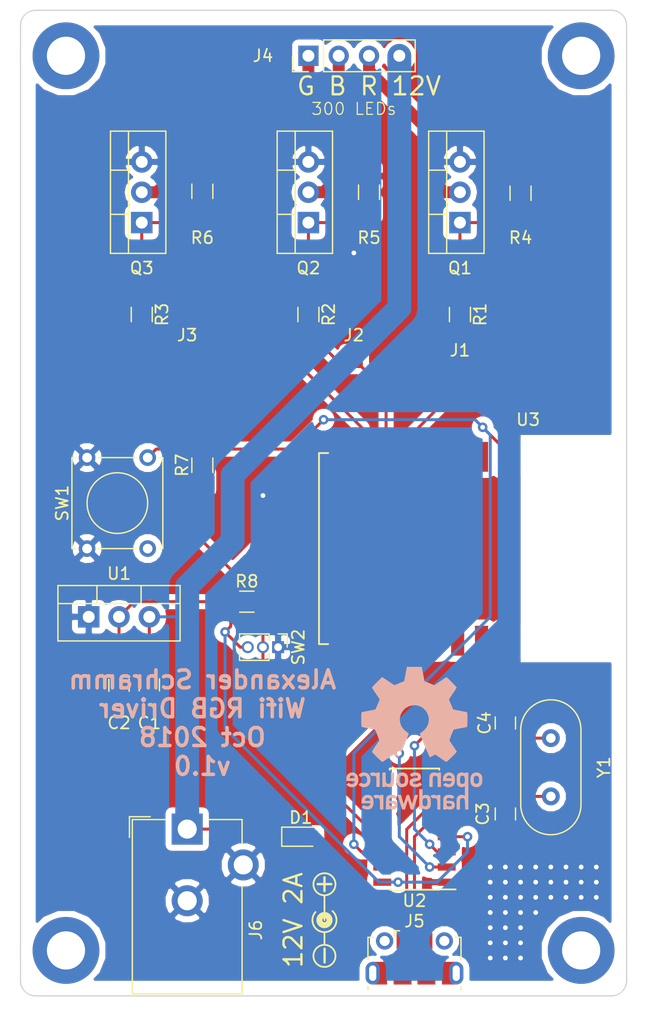
<source format=kicad_pcb>
(kicad_pcb (version 20171130) (host pcbnew 5.0.0)

  (general
    (thickness 1.6)
    (drawings 14)
    (tracks 194)
    (zones 0)
    (modules 34)
    (nets 39)
  )

  (page A4)
  (layers
    (0 F.Cu signal)
    (31 B.Cu signal)
    (32 B.Adhes user)
    (33 F.Adhes user)
    (34 B.Paste user)
    (35 F.Paste user)
    (36 B.SilkS user)
    (37 F.SilkS user)
    (38 B.Mask user)
    (39 F.Mask user)
    (40 Dwgs.User user)
    (41 Cmts.User user)
    (42 Eco1.User user)
    (43 Eco2.User user)
    (44 Edge.Cuts user)
    (45 Margin user)
    (46 B.CrtYd user)
    (47 F.CrtYd user)
    (48 B.Fab user)
    (49 F.Fab user)
  )

  (setup
    (last_trace_width 0.25)
    (user_trace_width 1)
    (user_trace_width 2)
    (trace_clearance 0.2)
    (zone_clearance 0.508)
    (zone_45_only no)
    (trace_min 0.2)
    (segment_width 0.2)
    (edge_width 0.1)
    (via_size 0.8)
    (via_drill 0.4)
    (via_min_size 0.4)
    (via_min_drill 0.3)
    (uvia_size 0.3)
    (uvia_drill 0.1)
    (uvias_allowed no)
    (uvia_min_size 0.2)
    (uvia_min_drill 0.1)
    (pcb_text_width 0.3)
    (pcb_text_size 1.5 1.5)
    (mod_edge_width 0.15)
    (mod_text_size 1 1)
    (mod_text_width 0.15)
    (pad_size 1.397 1.397)
    (pad_drill 0.8128)
    (pad_to_mask_clearance 0)
    (aux_axis_origin 0 0)
    (visible_elements FFFFEF7F)
    (pcbplotparams
      (layerselection 0x010fc_ffffffff)
      (usegerberextensions false)
      (usegerberattributes false)
      (usegerberadvancedattributes false)
      (creategerberjobfile false)
      (excludeedgelayer true)
      (linewidth 0.100000)
      (plotframeref false)
      (viasonmask false)
      (mode 1)
      (useauxorigin false)
      (hpglpennumber 1)
      (hpglpenspeed 20)
      (hpglpendiameter 15.000000)
      (psnegative false)
      (psa4output false)
      (plotreference true)
      (plotvalue true)
      (plotinvisibletext false)
      (padsonsilk false)
      (subtractmaskfromsilk false)
      (outputformat 1)
      (mirror false)
      (drillshape 0)
      (scaleselection 1)
      (outputdirectory "gerbers/"))
  )

  (net 0 "")
  (net 1 +12V)
  (net 2 GND)
  (net 3 VCC)
  (net 4 "Net-(C3-Pad1)")
  (net 5 "Net-(C4-Pad1)")
  (net 6 VBUS)
  (net 7 /Controller/RED)
  (net 8 /Controller/BLUE)
  (net 9 /Controller/GREEN)
  (net 10 "/LED Driver/RedChannel")
  (net 11 "/LED Driver/BlueChannel")
  (net 12 "/LED Driver/GreenChannel")
  (net 13 "Net-(J5-Pad3)")
  (net 14 "Net-(J5-Pad2)")
  (net 15 "Net-(Q1-Pad1)")
  (net 16 "Net-(Q2-Pad1)")
  (net 17 "Net-(Q3-Pad1)")
  (net 18 /Controller/RESET)
  (net 19 /Controller/BOOT_SELECT)
  (net 20 "Net-(U2-Pad15)")
  (net 21 "Net-(U2-Pad12)")
  (net 22 "Net-(U2-Pad11)")
  (net 23 "Net-(U2-Pad10)")
  (net 24 "Net-(U2-Pad9)")
  (net 25 "/USB UART Interface/RX")
  (net 26 /Controller/RX)
  (net 27 "Net-(U3-Pad14)")
  (net 28 "Net-(U3-Pad13)")
  (net 29 "Net-(U3-Pad11)")
  (net 30 "Net-(U3-Pad10)")
  (net 31 "Net-(U3-Pad4)")
  (net 32 "Net-(U3-Pad2)")
  (net 33 "Net-(U3-Pad17)")
  (net 34 "Net-(U3-Pad18)")
  (net 35 "Net-(U3-Pad19)")
  (net 36 "Net-(U3-Pad20)")
  (net 37 "Net-(U3-Pad21)")
  (net 38 "Net-(U3-Pad22)")

  (net_class Default "This is the default net class."
    (clearance 0.2)
    (trace_width 0.25)
    (via_dia 0.8)
    (via_drill 0.4)
    (uvia_dia 0.3)
    (uvia_drill 0.1)
    (add_net +12V)
    (add_net /Controller/BLUE)
    (add_net /Controller/BOOT_SELECT)
    (add_net /Controller/GREEN)
    (add_net /Controller/RED)
    (add_net /Controller/RESET)
    (add_net /Controller/RX)
    (add_net "/LED Driver/BlueChannel")
    (add_net "/LED Driver/GreenChannel")
    (add_net "/LED Driver/RedChannel")
    (add_net "/USB UART Interface/RX")
    (add_net GND)
    (add_net "Net-(C3-Pad1)")
    (add_net "Net-(C4-Pad1)")
    (add_net "Net-(J5-Pad2)")
    (add_net "Net-(J5-Pad3)")
    (add_net "Net-(Q1-Pad1)")
    (add_net "Net-(Q2-Pad1)")
    (add_net "Net-(Q3-Pad1)")
    (add_net "Net-(U2-Pad10)")
    (add_net "Net-(U2-Pad11)")
    (add_net "Net-(U2-Pad12)")
    (add_net "Net-(U2-Pad15)")
    (add_net "Net-(U2-Pad9)")
    (add_net "Net-(U3-Pad10)")
    (add_net "Net-(U3-Pad11)")
    (add_net "Net-(U3-Pad13)")
    (add_net "Net-(U3-Pad14)")
    (add_net "Net-(U3-Pad17)")
    (add_net "Net-(U3-Pad18)")
    (add_net "Net-(U3-Pad19)")
    (add_net "Net-(U3-Pad2)")
    (add_net "Net-(U3-Pad20)")
    (add_net "Net-(U3-Pad21)")
    (add_net "Net-(U3-Pad22)")
    (add_net "Net-(U3-Pad4)")
    (add_net VBUS)
    (add_net VCC)
  )

  (module TO_SOT_Packages_THT:TO-220-3_Vertical (layer F.Cu) (tedit 5BACEC6F) (tstamp 5B4FD852)
    (at 152.4 43.18 90)
    (descr "TO-220-3, Vertical, RM 2.54mm")
    (tags "TO-220-3 Vertical RM 2.54mm")
    (path /5B157B35/5B158B44)
    (fp_text reference Q2 (at -3.81 0 180) (layer F.SilkS)
      (effects (font (size 1 1) (thickness 0.15)))
    )
    (fp_text value FQP30N06L (at 2.54 3.92 90) (layer F.Fab)
      (effects (font (size 1 1) (thickness 0.15)))
    )
    (fp_text user %R (at 2.54 -3.62 90) (layer F.Fab)
      (effects (font (size 1 1) (thickness 0.15)))
    )
    (fp_line (start -2.46 -2.5) (end -2.46 1.9) (layer F.Fab) (width 0.1))
    (fp_line (start -2.46 1.9) (end 7.54 1.9) (layer F.Fab) (width 0.1))
    (fp_line (start 7.54 1.9) (end 7.54 -2.5) (layer F.Fab) (width 0.1))
    (fp_line (start 7.54 -2.5) (end -2.46 -2.5) (layer F.Fab) (width 0.1))
    (fp_line (start -2.46 -1.23) (end 7.54 -1.23) (layer F.Fab) (width 0.1))
    (fp_line (start 0.69 -2.5) (end 0.69 -1.23) (layer F.Fab) (width 0.1))
    (fp_line (start 4.39 -2.5) (end 4.39 -1.23) (layer F.Fab) (width 0.1))
    (fp_line (start -2.58 -2.62) (end 7.66 -2.62) (layer F.SilkS) (width 0.12))
    (fp_line (start -2.58 2.021) (end 7.66 2.021) (layer F.SilkS) (width 0.12))
    (fp_line (start -2.58 -2.62) (end -2.58 2.021) (layer F.SilkS) (width 0.12))
    (fp_line (start 7.66 -2.62) (end 7.66 2.021) (layer F.SilkS) (width 0.12))
    (fp_line (start -2.58 -1.11) (end 7.66 -1.11) (layer F.SilkS) (width 0.12))
    (fp_line (start 0.69 -2.62) (end 0.69 -1.11) (layer F.SilkS) (width 0.12))
    (fp_line (start 4.391 -2.62) (end 4.391 -1.11) (layer F.SilkS) (width 0.12))
    (fp_line (start -2.71 -2.75) (end -2.71 2.16) (layer F.CrtYd) (width 0.05))
    (fp_line (start -2.71 2.16) (end 7.79 2.16) (layer F.CrtYd) (width 0.05))
    (fp_line (start 7.79 2.16) (end 7.79 -2.75) (layer F.CrtYd) (width 0.05))
    (fp_line (start 7.79 -2.75) (end -2.71 -2.75) (layer F.CrtYd) (width 0.05))
    (pad 1 thru_hole rect (at 0 0 90) (size 1.8 1.8) (drill 1) (layers *.Cu *.Mask)
      (net 16 "Net-(Q2-Pad1)"))
    (pad 2 thru_hole oval (at 2.54 0 90) (size 1.8 1.8) (drill 1) (layers *.Cu *.Mask)
      (net 11 "/LED Driver/BlueChannel"))
    (pad 3 thru_hole oval (at 5.08 0 90) (size 1.8 1.8) (drill 1) (layers *.Cu *.Mask)
      (net 2 GND))
    (model ${KISYS3DMOD}/TO_SOT_Packages_THT.3dshapes/TO-220-3_Vertical.wrl
      (offset (xyz 2.539999961853027 0 0))
      (scale (xyz 0.393701 0.393701 0.393701))
      (rotate (xyz 0 0 0))
    )
  )

  (module Connectors:Barrel_Jack_CUI_PJ-102AH (layer F.Cu) (tedit 59BC552D) (tstamp 5B4FFE36)
    (at 142.24 93.98)
    (descr "Thin-pin DC Barrel Jack, https://cdn-shop.adafruit.com/datasheets/21mmdcjackDatasheet.pdf")
    (tags "Power Jack")
    (path /5B156FC6/5B1577C1)
    (fp_text reference J6 (at 5.75 8.45 90) (layer F.SilkS)
      (effects (font (size 1 1) (thickness 0.15)))
    )
    (fp_text value Barrel_Jack (at -5.5 6.2 90) (layer F.Fab)
      (effects (font (size 1 1) (thickness 0.15)))
    )
    (fp_text user %R (at 0 6.5) (layer F.Fab)
      (effects (font (size 1 1) (thickness 0.15)))
    )
    (fp_line (start -4.5 10.2) (end 4.5 10.2) (layer F.Fab) (width 0.1))
    (fp_line (start -3.5 -0.7) (end 4.5 -0.7) (layer F.Fab) (width 0.1))
    (fp_line (start -4.5 0.3) (end -3.5 -0.7) (layer F.Fab) (width 0.1))
    (fp_line (start -4.5 13.7) (end -4.5 0.3) (layer F.Fab) (width 0.1))
    (fp_line (start 4.5 13.7) (end -4.5 13.7) (layer F.Fab) (width 0.1))
    (fp_line (start 4.5 -0.7) (end 4.5 13.7) (layer F.Fab) (width 0.1))
    (fp_line (start -4.84 -1.04) (end -3.1 -1.04) (layer F.SilkS) (width 0.12))
    (fp_line (start -4.84 0.7) (end -4.84 -1.04) (layer F.SilkS) (width 0.12))
    (fp_line (start 4.6 -0.8) (end 4.6 1.2) (layer F.SilkS) (width 0.12))
    (fp_line (start 1.8 -0.8) (end 4.6 -0.8) (layer F.SilkS) (width 0.12))
    (fp_line (start -4.6 -0.8) (end -1.8 -0.8) (layer F.SilkS) (width 0.12))
    (fp_line (start -4.6 13.8) (end -4.6 -0.8) (layer F.SilkS) (width 0.12))
    (fp_line (start 4.6 13.8) (end -4.6 13.8) (layer F.SilkS) (width 0.12))
    (fp_line (start 4.6 4.8) (end 4.6 13.8) (layer F.SilkS) (width 0.12))
    (fp_line (start -1.8 -1.8) (end 1.8 -1.8) (layer F.CrtYd) (width 0.05))
    (fp_line (start -1.8 -1.2) (end -1.8 -1.8) (layer F.CrtYd) (width 0.05))
    (fp_line (start -5 -1.2) (end -1.8 -1.2) (layer F.CrtYd) (width 0.05))
    (fp_line (start -5 14.2) (end -5 -1.2) (layer F.CrtYd) (width 0.05))
    (fp_line (start 5 14.2) (end -5 14.2) (layer F.CrtYd) (width 0.05))
    (fp_line (start 5 4.8) (end 5 14.2) (layer F.CrtYd) (width 0.05))
    (fp_line (start 6.5 4.8) (end 5 4.8) (layer F.CrtYd) (width 0.05))
    (fp_line (start 6.5 1.2) (end 6.5 4.8) (layer F.CrtYd) (width 0.05))
    (fp_line (start 5 1.2) (end 6.5 1.2) (layer F.CrtYd) (width 0.05))
    (fp_line (start 5 -1.2) (end 5 1.2) (layer F.CrtYd) (width 0.05))
    (fp_line (start 1.8 -1.2) (end 5 -1.2) (layer F.CrtYd) (width 0.05))
    (fp_line (start 1.8 -1.8) (end 1.8 -1.2) (layer F.CrtYd) (width 0.05))
    (pad 3 thru_hole circle (at 4.7 3) (size 2.6 2.6) (drill 1.6) (layers *.Cu *.Mask)
      (net 2 GND))
    (pad 2 thru_hole circle (at 0 6) (size 2.6 2.6) (drill 1.6) (layers *.Cu *.Mask)
      (net 2 GND))
    (pad 1 thru_hole rect (at 0 0) (size 2.6 2.6) (drill 1.6) (layers *.Cu *.Mask)
      (net 1 +12V))
    (model ${KISYS3DMOD}/Connectors.3dshapes/Barrel_Jack_CUI_PJ-102AH.wrl
      (at (xyz 0 0 0))
      (scale (xyz 1 1 1))
      (rotate (xyz 0 0 0))
    )
  )

  (module Housings_SOIC:SOIC-16_3.9x9.9mm_Pitch1.27mm (layer F.Cu) (tedit 58CC8F64) (tstamp 5B4FD966)
    (at 161.29 93.98 180)
    (descr "16-Lead Plastic Small Outline (SL) - Narrow, 3.90 mm Body [SOIC] (see Microchip Packaging Specification 00000049BS.pdf)")
    (tags "SOIC 1.27")
    (path /5B191627/5B191996)
    (attr smd)
    (fp_text reference U2 (at 0 -6 180) (layer F.SilkS)
      (effects (font (size 1 1) (thickness 0.15)))
    )
    (fp_text value CH340G (at 0 6 180) (layer F.Fab)
      (effects (font (size 1 1) (thickness 0.15)))
    )
    (fp_line (start -2.075 -5.05) (end -3.45 -5.05) (layer F.SilkS) (width 0.15))
    (fp_line (start -2.075 5.075) (end 2.075 5.075) (layer F.SilkS) (width 0.15))
    (fp_line (start -2.075 -5.075) (end 2.075 -5.075) (layer F.SilkS) (width 0.15))
    (fp_line (start -2.075 5.075) (end -2.075 4.97) (layer F.SilkS) (width 0.15))
    (fp_line (start 2.075 5.075) (end 2.075 4.97) (layer F.SilkS) (width 0.15))
    (fp_line (start 2.075 -5.075) (end 2.075 -4.97) (layer F.SilkS) (width 0.15))
    (fp_line (start -2.075 -5.075) (end -2.075 -5.05) (layer F.SilkS) (width 0.15))
    (fp_line (start -3.7 5.25) (end 3.7 5.25) (layer F.CrtYd) (width 0.05))
    (fp_line (start -3.7 -5.25) (end 3.7 -5.25) (layer F.CrtYd) (width 0.05))
    (fp_line (start 3.7 -5.25) (end 3.7 5.25) (layer F.CrtYd) (width 0.05))
    (fp_line (start -3.7 -5.25) (end -3.7 5.25) (layer F.CrtYd) (width 0.05))
    (fp_line (start -1.95 -3.95) (end -0.95 -4.95) (layer F.Fab) (width 0.15))
    (fp_line (start -1.95 4.95) (end -1.95 -3.95) (layer F.Fab) (width 0.15))
    (fp_line (start 1.95 4.95) (end -1.95 4.95) (layer F.Fab) (width 0.15))
    (fp_line (start 1.95 -4.95) (end 1.95 4.95) (layer F.Fab) (width 0.15))
    (fp_line (start -0.95 -4.95) (end 1.95 -4.95) (layer F.Fab) (width 0.15))
    (fp_text user %R (at 0 0 180) (layer F.Fab)
      (effects (font (size 0.9 0.9) (thickness 0.135)))
    )
    (pad 16 smd rect (at 2.7 -4.445 180) (size 1.5 0.6) (layers F.Cu F.Paste F.Mask)
      (net 3 VCC))
    (pad 15 smd rect (at 2.7 -3.175 180) (size 1.5 0.6) (layers F.Cu F.Paste F.Mask)
      (net 20 "Net-(U2-Pad15)"))
    (pad 14 smd rect (at 2.7 -1.905 180) (size 1.5 0.6) (layers F.Cu F.Paste F.Mask)
      (net 18 /Controller/RESET))
    (pad 13 smd rect (at 2.7 -0.635 180) (size 1.5 0.6) (layers F.Cu F.Paste F.Mask)
      (net 19 /Controller/BOOT_SELECT))
    (pad 12 smd rect (at 2.7 0.635 180) (size 1.5 0.6) (layers F.Cu F.Paste F.Mask)
      (net 21 "Net-(U2-Pad12)"))
    (pad 11 smd rect (at 2.7 1.905 180) (size 1.5 0.6) (layers F.Cu F.Paste F.Mask)
      (net 22 "Net-(U2-Pad11)"))
    (pad 10 smd rect (at 2.7 3.175 180) (size 1.5 0.6) (layers F.Cu F.Paste F.Mask)
      (net 23 "Net-(U2-Pad10)"))
    (pad 9 smd rect (at 2.7 4.445 180) (size 1.5 0.6) (layers F.Cu F.Paste F.Mask)
      (net 24 "Net-(U2-Pad9)"))
    (pad 8 smd rect (at -2.7 4.445 180) (size 1.5 0.6) (layers F.Cu F.Paste F.Mask)
      (net 5 "Net-(C4-Pad1)"))
    (pad 7 smd rect (at -2.7 3.175 180) (size 1.5 0.6) (layers F.Cu F.Paste F.Mask)
      (net 4 "Net-(C3-Pad1)"))
    (pad 6 smd rect (at -2.7 1.905 180) (size 1.5 0.6) (layers F.Cu F.Paste F.Mask)
      (net 14 "Net-(J5-Pad2)"))
    (pad 5 smd rect (at -2.7 0.635 180) (size 1.5 0.6) (layers F.Cu F.Paste F.Mask)
      (net 13 "Net-(J5-Pad3)"))
    (pad 4 smd rect (at -2.7 -0.635 180) (size 1.5 0.6) (layers F.Cu F.Paste F.Mask)
      (net 3 VCC))
    (pad 3 smd rect (at -2.7 -1.905 180) (size 1.5 0.6) (layers F.Cu F.Paste F.Mask)
      (net 25 "/USB UART Interface/RX"))
    (pad 2 smd rect (at -2.7 -3.175 180) (size 1.5 0.6) (layers F.Cu F.Paste F.Mask)
      (net 26 /Controller/RX))
    (pad 1 smd rect (at -2.7 -4.445 180) (size 1.5 0.6) (layers F.Cu F.Paste F.Mask)
      (net 2 GND))
    (model ${KISYS3DMOD}/Housings_SOIC.3dshapes/SOIC-16_3.9x9.9mm_Pitch1.27mm.wrl
      (at (xyz 0 0 0))
      (scale (xyz 1 1 1))
      (rotate (xyz 0 0 0))
    )
  )

  (module Capacitors_SMD:C_0805_HandSoldering (layer F.Cu) (tedit 58AA84A8) (tstamp 5B4FD757)
    (at 139.065 81.895 270)
    (descr "Capacitor SMD 0805, hand soldering")
    (tags "capacitor 0805")
    (path /5B156FC6/5B19450F)
    (attr smd)
    (fp_text reference C1 (at 3.195 0) (layer F.SilkS)
      (effects (font (size 1 1) (thickness 0.15)))
    )
    (fp_text value 10uF (at 0 1.75 270) (layer F.Fab)
      (effects (font (size 1 1) (thickness 0.15)))
    )
    (fp_text user %R (at 0 -1.75 270) (layer F.Fab)
      (effects (font (size 1 1) (thickness 0.15)))
    )
    (fp_line (start -1 0.62) (end -1 -0.62) (layer F.Fab) (width 0.1))
    (fp_line (start 1 0.62) (end -1 0.62) (layer F.Fab) (width 0.1))
    (fp_line (start 1 -0.62) (end 1 0.62) (layer F.Fab) (width 0.1))
    (fp_line (start -1 -0.62) (end 1 -0.62) (layer F.Fab) (width 0.1))
    (fp_line (start 0.5 -0.85) (end -0.5 -0.85) (layer F.SilkS) (width 0.12))
    (fp_line (start -0.5 0.85) (end 0.5 0.85) (layer F.SilkS) (width 0.12))
    (fp_line (start -2.25 -0.88) (end 2.25 -0.88) (layer F.CrtYd) (width 0.05))
    (fp_line (start -2.25 -0.88) (end -2.25 0.87) (layer F.CrtYd) (width 0.05))
    (fp_line (start 2.25 0.87) (end 2.25 -0.88) (layer F.CrtYd) (width 0.05))
    (fp_line (start 2.25 0.87) (end -2.25 0.87) (layer F.CrtYd) (width 0.05))
    (pad 1 smd rect (at -1.25 0 270) (size 1.5 1.25) (layers F.Cu F.Paste F.Mask)
      (net 1 +12V))
    (pad 2 smd rect (at 1.25 0 270) (size 1.5 1.25) (layers F.Cu F.Paste F.Mask)
      (net 2 GND))
    (model Capacitors_SMD.3dshapes/C_0805.wrl
      (at (xyz 0 0 0))
      (scale (xyz 1 1 1))
      (rotate (xyz 0 0 0))
    )
  )

  (module Capacitors_SMD:C_0805_HandSoldering (layer F.Cu) (tedit 58AA84A8) (tstamp 5B4FD768)
    (at 136.525 81.935 270)
    (descr "Capacitor SMD 0805, hand soldering")
    (tags "capacitor 0805")
    (path /5B156FC6/5B157419)
    (attr smd)
    (fp_text reference C2 (at 3.155 0) (layer F.SilkS)
      (effects (font (size 1 1) (thickness 0.15)))
    )
    (fp_text value 10uF (at 0 1.75 270) (layer F.Fab)
      (effects (font (size 1 1) (thickness 0.15)))
    )
    (fp_line (start 2.25 0.87) (end -2.25 0.87) (layer F.CrtYd) (width 0.05))
    (fp_line (start 2.25 0.87) (end 2.25 -0.88) (layer F.CrtYd) (width 0.05))
    (fp_line (start -2.25 -0.88) (end -2.25 0.87) (layer F.CrtYd) (width 0.05))
    (fp_line (start -2.25 -0.88) (end 2.25 -0.88) (layer F.CrtYd) (width 0.05))
    (fp_line (start -0.5 0.85) (end 0.5 0.85) (layer F.SilkS) (width 0.12))
    (fp_line (start 0.5 -0.85) (end -0.5 -0.85) (layer F.SilkS) (width 0.12))
    (fp_line (start -1 -0.62) (end 1 -0.62) (layer F.Fab) (width 0.1))
    (fp_line (start 1 -0.62) (end 1 0.62) (layer F.Fab) (width 0.1))
    (fp_line (start 1 0.62) (end -1 0.62) (layer F.Fab) (width 0.1))
    (fp_line (start -1 0.62) (end -1 -0.62) (layer F.Fab) (width 0.1))
    (fp_text user %R (at 0 -1.75 270) (layer F.Fab)
      (effects (font (size 1 1) (thickness 0.15)))
    )
    (pad 2 smd rect (at 1.25 0 270) (size 1.5 1.25) (layers F.Cu F.Paste F.Mask)
      (net 2 GND))
    (pad 1 smd rect (at -1.25 0 270) (size 1.5 1.25) (layers F.Cu F.Paste F.Mask)
      (net 3 VCC))
    (model Capacitors_SMD.3dshapes/C_0805.wrl
      (at (xyz 0 0 0))
      (scale (xyz 1 1 1))
      (rotate (xyz 0 0 0))
    )
  )

  (module Capacitors_SMD:C_0805_HandSoldering (layer F.Cu) (tedit 58AA84A8) (tstamp 5B4FD779)
    (at 168.91 92.71 270)
    (descr "Capacitor SMD 0805, hand soldering")
    (tags "capacitor 0805")
    (path /5B191627/5B1919E0)
    (attr smd)
    (fp_text reference C3 (at 0 1.905 270) (layer F.SilkS)
      (effects (font (size 1 1) (thickness 0.15)))
    )
    (fp_text value 22pF (at 0 1.75 270) (layer F.Fab)
      (effects (font (size 1 1) (thickness 0.15)))
    )
    (fp_text user %R (at 0 1.905 270) (layer F.Fab)
      (effects (font (size 1 1) (thickness 0.15)))
    )
    (fp_line (start -1 0.62) (end -1 -0.62) (layer F.Fab) (width 0.1))
    (fp_line (start 1 0.62) (end -1 0.62) (layer F.Fab) (width 0.1))
    (fp_line (start 1 -0.62) (end 1 0.62) (layer F.Fab) (width 0.1))
    (fp_line (start -1 -0.62) (end 1 -0.62) (layer F.Fab) (width 0.1))
    (fp_line (start 0.5 -0.85) (end -0.5 -0.85) (layer F.SilkS) (width 0.12))
    (fp_line (start -0.5 0.85) (end 0.5 0.85) (layer F.SilkS) (width 0.12))
    (fp_line (start -2.25 -0.88) (end 2.25 -0.88) (layer F.CrtYd) (width 0.05))
    (fp_line (start -2.25 -0.88) (end -2.25 0.87) (layer F.CrtYd) (width 0.05))
    (fp_line (start 2.25 0.87) (end 2.25 -0.88) (layer F.CrtYd) (width 0.05))
    (fp_line (start 2.25 0.87) (end -2.25 0.87) (layer F.CrtYd) (width 0.05))
    (pad 1 smd rect (at -1.25 0 270) (size 1.5 1.25) (layers F.Cu F.Paste F.Mask)
      (net 4 "Net-(C3-Pad1)"))
    (pad 2 smd rect (at 1.25 0 270) (size 1.5 1.25) (layers F.Cu F.Paste F.Mask)
      (net 2 GND))
    (model Capacitors_SMD.3dshapes/C_0805.wrl
      (at (xyz 0 0 0))
      (scale (xyz 1 1 1))
      (rotate (xyz 0 0 0))
    )
  )

  (module Capacitors_SMD:C_0805_HandSoldering (layer F.Cu) (tedit 58AA84A8) (tstamp 5B4FD78A)
    (at 168.91 85.09 90)
    (descr "Capacitor SMD 0805, hand soldering")
    (tags "capacitor 0805")
    (path /5B191627/5B1919D9)
    (attr smd)
    (fp_text reference C4 (at 0 -1.75 90) (layer F.SilkS)
      (effects (font (size 1 1) (thickness 0.15)))
    )
    (fp_text value 22pF (at 0 1.75 90) (layer F.Fab)
      (effects (font (size 1 1) (thickness 0.15)))
    )
    (fp_line (start 2.25 0.87) (end -2.25 0.87) (layer F.CrtYd) (width 0.05))
    (fp_line (start 2.25 0.87) (end 2.25 -0.88) (layer F.CrtYd) (width 0.05))
    (fp_line (start -2.25 -0.88) (end -2.25 0.87) (layer F.CrtYd) (width 0.05))
    (fp_line (start -2.25 -0.88) (end 2.25 -0.88) (layer F.CrtYd) (width 0.05))
    (fp_line (start -0.5 0.85) (end 0.5 0.85) (layer F.SilkS) (width 0.12))
    (fp_line (start 0.5 -0.85) (end -0.5 -0.85) (layer F.SilkS) (width 0.12))
    (fp_line (start -1 -0.62) (end 1 -0.62) (layer F.Fab) (width 0.1))
    (fp_line (start 1 -0.62) (end 1 0.62) (layer F.Fab) (width 0.1))
    (fp_line (start 1 0.62) (end -1 0.62) (layer F.Fab) (width 0.1))
    (fp_line (start -1 0.62) (end -1 -0.62) (layer F.Fab) (width 0.1))
    (fp_text user %R (at 0 -1.75 90) (layer F.Fab)
      (effects (font (size 1 1) (thickness 0.15)))
    )
    (pad 2 smd rect (at 1.25 0 90) (size 1.5 1.25) (layers F.Cu F.Paste F.Mask)
      (net 2 GND))
    (pad 1 smd rect (at -1.25 0 90) (size 1.5 1.25) (layers F.Cu F.Paste F.Mask)
      (net 5 "Net-(C4-Pad1)"))
    (model Capacitors_SMD.3dshapes/C_0805.wrl
      (at (xyz 0 0 0))
      (scale (xyz 1 1 1))
      (rotate (xyz 0 0 0))
    )
  )

  (module Diodes_SMD:D_0805 (layer F.Cu) (tedit 590CE9A4) (tstamp 5B4FD7A2)
    (at 151.765 94.615)
    (descr "Diode SMD in 0805 package http://datasheets.avx.com/schottky.pdf")
    (tags "smd diode")
    (path /5B156FC6/5B1573F2)
    (attr smd)
    (fp_text reference D1 (at 0 -1.6) (layer F.SilkS)
      (effects (font (size 1 1) (thickness 0.15)))
    )
    (fp_text value D (at 0 1.7) (layer F.Fab)
      (effects (font (size 1 1) (thickness 0.15)))
    )
    (fp_line (start -1.6 -0.8) (end 1 -0.8) (layer F.SilkS) (width 0.12))
    (fp_line (start -1.6 0.8) (end 1 0.8) (layer F.SilkS) (width 0.12))
    (fp_line (start -1 -0.65) (end 1 -0.65) (layer F.Fab) (width 0.1))
    (fp_line (start 1 -0.65) (end 1 0.65) (layer F.Fab) (width 0.1))
    (fp_line (start 1 0.65) (end -1 0.65) (layer F.Fab) (width 0.1))
    (fp_line (start -1 0.65) (end -1 -0.65) (layer F.Fab) (width 0.1))
    (fp_line (start 0.2 -0.2) (end -0.1 0) (layer F.Fab) (width 0.1))
    (fp_line (start -0.1 0) (end 0.2 0.2) (layer F.Fab) (width 0.1))
    (fp_line (start 0.2 0.2) (end 0.2 -0.2) (layer F.Fab) (width 0.1))
    (fp_line (start -0.1 -0.2) (end -0.1 0.2) (layer F.Fab) (width 0.1))
    (fp_line (start -0.1 0) (end -0.3 0) (layer F.Fab) (width 0.1))
    (fp_line (start 0.2 0) (end 0.4 0) (layer F.Fab) (width 0.1))
    (fp_line (start -1.7 -0.88) (end 1.7 -0.88) (layer F.CrtYd) (width 0.05))
    (fp_line (start 1.7 -0.88) (end 1.7 0.88) (layer F.CrtYd) (width 0.05))
    (fp_line (start 1.7 0.88) (end -1.7 0.88) (layer F.CrtYd) (width 0.05))
    (fp_line (start -1.7 0.88) (end -1.7 -0.88) (layer F.CrtYd) (width 0.05))
    (fp_line (start -1.6 -0.8) (end -1.6 0.8) (layer F.SilkS) (width 0.12))
    (fp_text user %R (at 0 -1.6) (layer F.Fab)
      (effects (font (size 1 1) (thickness 0.15)))
    )
    (pad 2 smd rect (at 1.05 0) (size 0.8 0.9) (layers F.Cu F.Paste F.Mask)
      (net 6 VBUS))
    (pad 1 smd rect (at -1.05 0) (size 0.8 0.9) (layers F.Cu F.Paste F.Mask)
      (net 1 +12V))
    (model ${KISYS3DMOD}/Diodes_SMD.3dshapes/D_0805.wrl
      (at (xyz 0 0 0))
      (scale (xyz 1 1 1))
      (rotate (xyz 0 0 0))
    )
  )

  (module Measurement_Points:Measurement_Point_Square-SMD-Pad_Small (layer F.Cu) (tedit 56C36007) (tstamp 5B4FD7AB)
    (at 165.1 55.88)
    (descr "Mesurement Point, Square, SMD Pad,  1.5mm x 1.5mm,")
    (tags "Mesurement Point Square SMD Pad 1.5x1.5mm")
    (path /5B157B35/5B4FC570)
    (attr virtual)
    (fp_text reference J1 (at 0 -2) (layer F.SilkS)
      (effects (font (size 1 1) (thickness 0.15)))
    )
    (fp_text value TEST_1P (at 0 2) (layer F.Fab)
      (effects (font (size 1 1) (thickness 0.15)))
    )
    (fp_line (start -1 1) (end -1 -1) (layer F.CrtYd) (width 0.05))
    (fp_line (start 1 1) (end -1 1) (layer F.CrtYd) (width 0.05))
    (fp_line (start 1 -1) (end 1 1) (layer F.CrtYd) (width 0.05))
    (fp_line (start -1 -1) (end 1 -1) (layer F.CrtYd) (width 0.05))
    (pad 1 smd rect (at 0 0) (size 1.5 1.5) (layers F.Cu F.Mask)
      (net 7 /Controller/RED))
  )

  (module Measurement_Points:Measurement_Point_Square-SMD-Pad_Small (layer F.Cu) (tedit 56C36007) (tstamp 5B4FD7B4)
    (at 156.21 54.61)
    (descr "Mesurement Point, Square, SMD Pad,  1.5mm x 1.5mm,")
    (tags "Mesurement Point Square SMD Pad 1.5x1.5mm")
    (path /5B157B35/5B4FC771)
    (attr virtual)
    (fp_text reference J2 (at 0 -2) (layer F.SilkS)
      (effects (font (size 1 1) (thickness 0.15)))
    )
    (fp_text value TEST_1P (at 0 2) (layer F.Fab)
      (effects (font (size 1 1) (thickness 0.15)))
    )
    (fp_line (start -1 1) (end -1 -1) (layer F.CrtYd) (width 0.05))
    (fp_line (start 1 1) (end -1 1) (layer F.CrtYd) (width 0.05))
    (fp_line (start 1 -1) (end 1 1) (layer F.CrtYd) (width 0.05))
    (fp_line (start -1 -1) (end 1 -1) (layer F.CrtYd) (width 0.05))
    (pad 1 smd rect (at 0 0) (size 1.5 1.5) (layers F.Cu F.Mask)
      (net 8 /Controller/BLUE))
  )

  (module Measurement_Points:Measurement_Point_Square-SMD-Pad_Small (layer F.Cu) (tedit 56C36007) (tstamp 5B4FD7BD)
    (at 142.24 54.61)
    (descr "Mesurement Point, Square, SMD Pad,  1.5mm x 1.5mm,")
    (tags "Mesurement Point Square SMD Pad 1.5x1.5mm")
    (path /5B157B35/5B4FC66D)
    (attr virtual)
    (fp_text reference J3 (at 0 -2) (layer F.SilkS)
      (effects (font (size 1 1) (thickness 0.15)))
    )
    (fp_text value TEST_1P (at 0 2) (layer F.Fab)
      (effects (font (size 1 1) (thickness 0.15)))
    )
    (fp_line (start -1 -1) (end 1 -1) (layer F.CrtYd) (width 0.05))
    (fp_line (start 1 -1) (end 1 1) (layer F.CrtYd) (width 0.05))
    (fp_line (start 1 1) (end -1 1) (layer F.CrtYd) (width 0.05))
    (fp_line (start -1 1) (end -1 -1) (layer F.CrtYd) (width 0.05))
    (pad 1 smd rect (at 0 0) (size 1.5 1.5) (layers F.Cu F.Mask)
      (net 9 /Controller/GREEN))
  )

  (module Pin_Headers:Pin_Header_Straight_1x04_Pitch2.54mm (layer F.Cu) (tedit 59650532) (tstamp 5B4FD7D5)
    (at 152.4 29.21 90)
    (descr "Through hole straight pin header, 1x04, 2.54mm pitch, single row")
    (tags "Through hole pin header THT 1x04 2.54mm single row")
    (path /5B157B35/5B158040)
    (fp_text reference J4 (at 0 -3.81 180) (layer F.SilkS)
      (effects (font (size 1 1) (thickness 0.15)))
    )
    (fp_text value Conn_01x04 (at 0 9.95 90) (layer F.Fab)
      (effects (font (size 1 1) (thickness 0.15)))
    )
    (fp_text user %R (at 0 3.81 180) (layer F.Fab)
      (effects (font (size 1 1) (thickness 0.15)))
    )
    (fp_line (start 1.8 -1.8) (end -1.8 -1.8) (layer F.CrtYd) (width 0.05))
    (fp_line (start 1.8 9.4) (end 1.8 -1.8) (layer F.CrtYd) (width 0.05))
    (fp_line (start -1.8 9.4) (end 1.8 9.4) (layer F.CrtYd) (width 0.05))
    (fp_line (start -1.8 -1.8) (end -1.8 9.4) (layer F.CrtYd) (width 0.05))
    (fp_line (start -1.33 -1.33) (end 0 -1.33) (layer F.SilkS) (width 0.12))
    (fp_line (start -1.33 0) (end -1.33 -1.33) (layer F.SilkS) (width 0.12))
    (fp_line (start -1.33 1.27) (end 1.33 1.27) (layer F.SilkS) (width 0.12))
    (fp_line (start 1.33 1.27) (end 1.33 8.95) (layer F.SilkS) (width 0.12))
    (fp_line (start -1.33 1.27) (end -1.33 8.95) (layer F.SilkS) (width 0.12))
    (fp_line (start -1.33 8.95) (end 1.33 8.95) (layer F.SilkS) (width 0.12))
    (fp_line (start -1.27 -0.635) (end -0.635 -1.27) (layer F.Fab) (width 0.1))
    (fp_line (start -1.27 8.89) (end -1.27 -0.635) (layer F.Fab) (width 0.1))
    (fp_line (start 1.27 8.89) (end -1.27 8.89) (layer F.Fab) (width 0.1))
    (fp_line (start 1.27 -1.27) (end 1.27 8.89) (layer F.Fab) (width 0.1))
    (fp_line (start -0.635 -1.27) (end 1.27 -1.27) (layer F.Fab) (width 0.1))
    (pad 4 thru_hole oval (at 0 7.62 90) (size 1.7 1.7) (drill 1) (layers *.Cu *.Mask)
      (net 1 +12V))
    (pad 3 thru_hole oval (at 0 5.08 90) (size 1.7 1.7) (drill 1) (layers *.Cu *.Mask)
      (net 10 "/LED Driver/RedChannel"))
    (pad 2 thru_hole oval (at 0 2.54 90) (size 1.7 1.7) (drill 1) (layers *.Cu *.Mask)
      (net 11 "/LED Driver/BlueChannel"))
    (pad 1 thru_hole rect (at 0 0 90) (size 1.7 1.7) (drill 1) (layers *.Cu *.Mask)
      (net 12 "/LED Driver/GreenChannel"))
    (model ${KISYS3DMOD}/Pin_Headers.3dshapes/Pin_Header_Straight_1x04_Pitch2.54mm.wrl
      (at (xyz 0 0 0))
      (scale (xyz 1 1 1))
      (rotate (xyz 0 0 0))
    )
  )

  (module Connectors_USB:USB_Micro-B_Molex-105017-0001 (layer F.Cu) (tedit 598B308E) (tstamp 5B4FD7FE)
    (at 161.29 105.695)
    (descr http://www.molex.com/pdm_docs/sd/1050170001_sd.pdf)
    (tags "Micro-USB SMD Typ-B")
    (path /5B191627/5B19199D)
    (attr smd)
    (fp_text reference J5 (at 0 -4) (layer F.SilkS)
      (effects (font (size 1 1) (thickness 0.15)))
    )
    (fp_text value "Micro USB" (at 0.3 3.45) (layer F.Fab)
      (effects (font (size 1 1) (thickness 0.15)))
    )
    (fp_line (start -1.1 -3.01) (end -1.1 -2.8) (layer F.Fab) (width 0.1))
    (fp_line (start -1.5 -3.01) (end -1.5 -2.8) (layer F.Fab) (width 0.1))
    (fp_line (start -1.5 -3.01) (end -1.1 -3.01) (layer F.Fab) (width 0.1))
    (fp_line (start -1.1 -2.8) (end -1.3 -2.6) (layer F.Fab) (width 0.1))
    (fp_line (start -1.3 -2.6) (end -1.5 -2.8) (layer F.Fab) (width 0.1))
    (fp_line (start -1.7 -3.2) (end -1.7 -2.75) (layer F.SilkS) (width 0.12))
    (fp_line (start -1.7 -3.2) (end -1.25 -3.2) (layer F.SilkS) (width 0.12))
    (fp_text user %R (at 0 0) (layer F.Fab)
      (effects (font (size 1 1) (thickness 0.15)))
    )
    (fp_line (start 3.9 -2.65) (end 3.45 -2.65) (layer F.SilkS) (width 0.12))
    (fp_line (start 3.9 -0.8) (end 3.9 -2.65) (layer F.SilkS) (width 0.12))
    (fp_line (start -3.9 1.75) (end -3.9 1.5) (layer F.SilkS) (width 0.12))
    (fp_line (start -3.75 2.5) (end -3.75 -2.5) (layer F.Fab) (width 0.1))
    (fp_line (start -3.75 -2.5) (end 3.75 -2.5) (layer F.Fab) (width 0.1))
    (fp_line (start -3.75 2.501704) (end 3.75 2.501704) (layer F.Fab) (width 0.1))
    (fp_line (start -3 1.801704) (end 3 1.801704) (layer F.Fab) (width 0.1))
    (fp_line (start 3.75 2.5) (end 3.75 -2.5) (layer F.Fab) (width 0.1))
    (fp_line (start 3.9 1.75) (end 3.9 1.5) (layer F.SilkS) (width 0.12))
    (fp_line (start -3.9 -0.8) (end -3.9 -2.65) (layer F.SilkS) (width 0.12))
    (fp_line (start -3.9 -2.65) (end -3.45 -2.65) (layer F.SilkS) (width 0.12))
    (fp_text user "PCB Edge" (at 0 1.8) (layer Dwgs.User)
      (effects (font (size 0.5 0.5) (thickness 0.08)))
    )
    (fp_line (start -4.4 2.75) (end -4.4 -3.35) (layer F.CrtYd) (width 0.05))
    (fp_line (start -4.4 -3.35) (end 4.4 -3.35) (layer F.CrtYd) (width 0.05))
    (fp_line (start 4.4 -3.35) (end 4.4 2.75) (layer F.CrtYd) (width 0.05))
    (fp_line (start -4.4 2.75) (end 4.4 2.75) (layer F.CrtYd) (width 0.05))
    (pad 6 smd rect (at -2.9 0.35) (size 1.2 1.9) (layers F.Cu F.Mask))
    (pad 6 smd rect (at 2.9 0.35) (size 1.2 1.9) (layers F.Cu F.Mask))
    (pad 6 thru_hole oval (at 3.5 0.35) (size 1.2 1.9) (drill oval 0.6 1.3) (layers *.Cu *.Mask))
    (pad 6 thru_hole oval (at -3.5 0.35 180) (size 1.2 1.9) (drill oval 0.6 1.3) (layers *.Cu *.Mask))
    (pad 6 smd rect (at -1 0.35) (size 1.5 1.9) (layers F.Cu F.Paste F.Mask))
    (pad 6 thru_hole circle (at 2.5 -2.35) (size 1.45 1.45) (drill 0.85) (layers *.Cu *.Mask))
    (pad 3 smd rect (at 0 -2.35) (size 0.4 1.35) (layers F.Cu F.Paste F.Mask)
      (net 13 "Net-(J5-Pad3)"))
    (pad 4 smd rect (at 0.65 -2.35) (size 0.4 1.35) (layers F.Cu F.Paste F.Mask)
      (net 2 GND))
    (pad 5 smd rect (at 1.3 -2.35) (size 0.4 1.35) (layers F.Cu F.Paste F.Mask)
      (net 2 GND))
    (pad 1 smd rect (at -1.3 -2.35) (size 0.4 1.35) (layers F.Cu F.Paste F.Mask)
      (net 6 VBUS))
    (pad 2 smd rect (at -0.65 -2.35) (size 0.4 1.35) (layers F.Cu F.Paste F.Mask)
      (net 14 "Net-(J5-Pad2)"))
    (pad 6 thru_hole circle (at -2.5 -2.35) (size 1.45 1.45) (drill 0.85) (layers *.Cu *.Mask))
    (pad 6 smd rect (at 1 0.35) (size 1.5 1.9) (layers F.Cu F.Paste F.Mask))
    (model ${KISYS3DMOD}/Connectors_USB.3dshapes/USB_Micro-B_Molex-105017-0001.wrl
      (at (xyz 0 0 0))
      (scale (xyz 1 1 1))
      (rotate (xyz 0 0 0))
    )
  )

  (module Mounting_Holes:MountingHole_3.2mm_M3_DIN965_Pad (layer F.Cu) (tedit 5B4FD8F0) (tstamp 5B4FD806)
    (at 175.26 29.21)
    (descr "Mounting Hole 3.2mm, M3, DIN965")
    (tags "mounting hole 3.2mm m3 din965")
    (path /5B156FC6/5B4FCED4)
    (attr virtual)
    (fp_text reference MK1 (at -5.08 0) (layer F.SilkS) hide
      (effects (font (size 1 1) (thickness 0.15)))
    )
    (fp_text value Mounting_Hole (at 0 3.8) (layer F.Fab)
      (effects (font (size 1 1) (thickness 0.15)))
    )
    (fp_circle (center 0 0) (end 3.05 0) (layer F.CrtYd) (width 0.05))
    (fp_circle (center 0 0) (end 2.8 0) (layer Cmts.User) (width 0.15))
    (fp_text user %R (at 0.3 0) (layer F.Fab)
      (effects (font (size 1 1) (thickness 0.15)))
    )
    (pad 1 thru_hole circle (at 0 0) (size 5.6 5.6) (drill 3.2) (layers *.Cu *.Mask))
  )

  (module Mounting_Holes:MountingHole_3.2mm_M3_DIN965_Pad (layer F.Cu) (tedit 5B4FD909) (tstamp 5B4FD80E)
    (at 132.08 104.14)
    (descr "Mounting Hole 3.2mm, M3, DIN965")
    (tags "mounting hole 3.2mm m3 din965")
    (path /5B156FC6/5B4FCECE)
    (attr virtual)
    (fp_text reference MK2 (at 0 -3.8) (layer F.SilkS) hide
      (effects (font (size 1 1) (thickness 0.15)))
    )
    (fp_text value Mounting_Hole (at 0 3.8) (layer F.Fab)
      (effects (font (size 1 1) (thickness 0.15)))
    )
    (fp_text user %R (at 0.3 0) (layer F.Fab)
      (effects (font (size 1 1) (thickness 0.15)))
    )
    (fp_circle (center 0 0) (end 2.8 0) (layer Cmts.User) (width 0.15))
    (fp_circle (center 0 0) (end 3.05 0) (layer F.CrtYd) (width 0.05))
    (pad 1 thru_hole circle (at 0 0) (size 5.6 5.6) (drill 3.2) (layers *.Cu *.Mask))
  )

  (module Mounting_Holes:MountingHole_3.2mm_M3_DIN965_Pad (layer F.Cu) (tedit 5B4FD8F6) (tstamp 5B4FD816)
    (at 132.08 29.21)
    (descr "Mounting Hole 3.2mm, M3, DIN965")
    (tags "mounting hole 3.2mm m3 din965")
    (path /5B156FC6/5B4FCD04)
    (attr virtual)
    (fp_text reference MK3 (at 0 -3.8) (layer F.SilkS) hide
      (effects (font (size 1 1) (thickness 0.15)))
    )
    (fp_text value Mounting_Hole (at 0 3.8) (layer F.Fab)
      (effects (font (size 1 1) (thickness 0.15)))
    )
    (fp_circle (center 0 0) (end 3.05 0) (layer F.CrtYd) (width 0.05))
    (fp_circle (center 0 0) (end 2.8 0) (layer Cmts.User) (width 0.15))
    (fp_text user %R (at 0.3 0) (layer F.Fab)
      (effects (font (size 1 1) (thickness 0.15)))
    )
    (pad 1 thru_hole circle (at 0 0) (size 5.6 5.6) (drill 3.2) (layers *.Cu *.Mask))
  )

  (module Mounting_Holes:MountingHole_3.2mm_M3_DIN965_Pad (layer F.Cu) (tedit 5B4FD901) (tstamp 5B4FD81E)
    (at 175.26 104.14)
    (descr "Mounting Hole 3.2mm, M3, DIN965")
    (tags "mounting hole 3.2mm m3 din965")
    (path /5B156FC6/5B4FC85C)
    (attr virtual)
    (fp_text reference MK4 (at 0 -3.8) (layer F.SilkS) hide
      (effects (font (size 1 1) (thickness 0.15)))
    )
    (fp_text value Mounting_Hole (at 0 3.8) (layer F.Fab)
      (effects (font (size 1 1) (thickness 0.15)))
    )
    (fp_text user %R (at 0.3 0) (layer F.Fab)
      (effects (font (size 1 1) (thickness 0.15)))
    )
    (fp_circle (center 0 0) (end 2.8 0) (layer Cmts.User) (width 0.15))
    (fp_circle (center 0 0) (end 3.05 0) (layer F.CrtYd) (width 0.05))
    (pad 1 thru_hole circle (at 0 0) (size 5.6 5.6) (drill 3.2) (layers *.Cu *.Mask))
  )

  (module TO_SOT_Packages_THT:TO-220-3_Vertical (layer F.Cu) (tedit 58CE52AD) (tstamp 5B4FD838)
    (at 165.1 43.18 90)
    (descr "TO-220-3, Vertical, RM 2.54mm")
    (tags "TO-220-3 Vertical RM 2.54mm")
    (path /5B157B35/5B157B68)
    (fp_text reference Q1 (at -3.81 0 180) (layer F.SilkS)
      (effects (font (size 1 1) (thickness 0.15)))
    )
    (fp_text value FQP30N06L (at 2.54 3.92 90) (layer F.Fab)
      (effects (font (size 1 1) (thickness 0.15)))
    )
    (fp_text user %R (at 2.54 -3.62 90) (layer F.Fab)
      (effects (font (size 1 1) (thickness 0.15)))
    )
    (fp_line (start -2.46 -2.5) (end -2.46 1.9) (layer F.Fab) (width 0.1))
    (fp_line (start -2.46 1.9) (end 7.54 1.9) (layer F.Fab) (width 0.1))
    (fp_line (start 7.54 1.9) (end 7.54 -2.5) (layer F.Fab) (width 0.1))
    (fp_line (start 7.54 -2.5) (end -2.46 -2.5) (layer F.Fab) (width 0.1))
    (fp_line (start -2.46 -1.23) (end 7.54 -1.23) (layer F.Fab) (width 0.1))
    (fp_line (start 0.69 -2.5) (end 0.69 -1.23) (layer F.Fab) (width 0.1))
    (fp_line (start 4.39 -2.5) (end 4.39 -1.23) (layer F.Fab) (width 0.1))
    (fp_line (start -2.58 -2.62) (end 7.66 -2.62) (layer F.SilkS) (width 0.12))
    (fp_line (start -2.58 2.021) (end 7.66 2.021) (layer F.SilkS) (width 0.12))
    (fp_line (start -2.58 -2.62) (end -2.58 2.021) (layer F.SilkS) (width 0.12))
    (fp_line (start 7.66 -2.62) (end 7.66 2.021) (layer F.SilkS) (width 0.12))
    (fp_line (start -2.58 -1.11) (end 7.66 -1.11) (layer F.SilkS) (width 0.12))
    (fp_line (start 0.69 -2.62) (end 0.69 -1.11) (layer F.SilkS) (width 0.12))
    (fp_line (start 4.391 -2.62) (end 4.391 -1.11) (layer F.SilkS) (width 0.12))
    (fp_line (start -2.71 -2.75) (end -2.71 2.16) (layer F.CrtYd) (width 0.05))
    (fp_line (start -2.71 2.16) (end 7.79 2.16) (layer F.CrtYd) (width 0.05))
    (fp_line (start 7.79 2.16) (end 7.79 -2.75) (layer F.CrtYd) (width 0.05))
    (fp_line (start 7.79 -2.75) (end -2.71 -2.75) (layer F.CrtYd) (width 0.05))
    (pad 1 thru_hole rect (at 0 0 90) (size 1.8 1.8) (drill 1) (layers *.Cu *.Mask)
      (net 15 "Net-(Q1-Pad1)"))
    (pad 2 thru_hole oval (at 2.54 0 90) (size 1.8 1.8) (drill 1) (layers *.Cu *.Mask)
      (net 10 "/LED Driver/RedChannel"))
    (pad 3 thru_hole oval (at 5.08 0 90) (size 1.8 1.8) (drill 1) (layers *.Cu *.Mask)
      (net 2 GND))
    (model ${KISYS3DMOD}/TO_SOT_Packages_THT.3dshapes/TO-220-3_Vertical.wrl
      (offset (xyz 2.539999961853027 0 0))
      (scale (xyz 0.393701 0.393701 0.393701))
      (rotate (xyz 0 0 0))
    )
  )

  (module TO_SOT_Packages_THT:TO-220-3_Vertical (layer F.Cu) (tedit 58CE52AD) (tstamp 5BACE8AE)
    (at 138.43 43.18 90)
    (descr "TO-220-3, Vertical, RM 2.54mm")
    (tags "TO-220-3 Vertical RM 2.54mm")
    (path /5B157B35/5B1583C2)
    (fp_text reference Q3 (at -3.81 0 180) (layer F.SilkS)
      (effects (font (size 1 1) (thickness 0.15)))
    )
    (fp_text value FQP30N06L (at 2.54 3.92 90) (layer F.Fab)
      (effects (font (size 1 1) (thickness 0.15)))
    )
    (fp_line (start 7.79 -2.75) (end -2.71 -2.75) (layer F.CrtYd) (width 0.05))
    (fp_line (start 7.79 2.16) (end 7.79 -2.75) (layer F.CrtYd) (width 0.05))
    (fp_line (start -2.71 2.16) (end 7.79 2.16) (layer F.CrtYd) (width 0.05))
    (fp_line (start -2.71 -2.75) (end -2.71 2.16) (layer F.CrtYd) (width 0.05))
    (fp_line (start 4.391 -2.62) (end 4.391 -1.11) (layer F.SilkS) (width 0.12))
    (fp_line (start 0.69 -2.62) (end 0.69 -1.11) (layer F.SilkS) (width 0.12))
    (fp_line (start -2.58 -1.11) (end 7.66 -1.11) (layer F.SilkS) (width 0.12))
    (fp_line (start 7.66 -2.62) (end 7.66 2.021) (layer F.SilkS) (width 0.12))
    (fp_line (start -2.58 -2.62) (end -2.58 2.021) (layer F.SilkS) (width 0.12))
    (fp_line (start -2.58 2.021) (end 7.66 2.021) (layer F.SilkS) (width 0.12))
    (fp_line (start -2.58 -2.62) (end 7.66 -2.62) (layer F.SilkS) (width 0.12))
    (fp_line (start 4.39 -2.5) (end 4.39 -1.23) (layer F.Fab) (width 0.1))
    (fp_line (start 0.69 -2.5) (end 0.69 -1.23) (layer F.Fab) (width 0.1))
    (fp_line (start -2.46 -1.23) (end 7.54 -1.23) (layer F.Fab) (width 0.1))
    (fp_line (start 7.54 -2.5) (end -2.46 -2.5) (layer F.Fab) (width 0.1))
    (fp_line (start 7.54 1.9) (end 7.54 -2.5) (layer F.Fab) (width 0.1))
    (fp_line (start -2.46 1.9) (end 7.54 1.9) (layer F.Fab) (width 0.1))
    (fp_line (start -2.46 -2.5) (end -2.46 1.9) (layer F.Fab) (width 0.1))
    (fp_text user %R (at 2.54 -3.62 90) (layer F.Fab)
      (effects (font (size 1 1) (thickness 0.15)))
    )
    (pad 3 thru_hole oval (at 5.08 0 90) (size 1.8 1.8) (drill 1) (layers *.Cu *.Mask)
      (net 2 GND))
    (pad 2 thru_hole oval (at 2.54 0 90) (size 1.8 1.8) (drill 1) (layers *.Cu *.Mask)
      (net 12 "/LED Driver/GreenChannel"))
    (pad 1 thru_hole rect (at 0 0 90) (size 1.8 1.8) (drill 1) (layers *.Cu *.Mask)
      (net 17 "Net-(Q3-Pad1)"))
    (model ${KISYS3DMOD}/TO_SOT_Packages_THT.3dshapes/TO-220-3_Vertical.wrl
      (offset (xyz 2.539999961853027 0 0))
      (scale (xyz 0.393701 0.393701 0.393701))
      (rotate (xyz 0 0 0))
    )
  )

  (module Resistors_SMD:R_0805_HandSoldering (layer F.Cu) (tedit 58E0A804) (tstamp 5B4FD87D)
    (at 165.1 50.88 270)
    (descr "Resistor SMD 0805, hand soldering")
    (tags "resistor 0805")
    (path /5B157B35/5B157EE6)
    (attr smd)
    (fp_text reference R1 (at 0 -1.7 270) (layer F.SilkS)
      (effects (font (size 1 1) (thickness 0.15)))
    )
    (fp_text value 100R (at 0 1.75 270) (layer F.Fab)
      (effects (font (size 1 1) (thickness 0.15)))
    )
    (fp_text user %R (at 0 0 270) (layer F.Fab)
      (effects (font (size 0.5 0.5) (thickness 0.075)))
    )
    (fp_line (start -1 0.62) (end -1 -0.62) (layer F.Fab) (width 0.1))
    (fp_line (start 1 0.62) (end -1 0.62) (layer F.Fab) (width 0.1))
    (fp_line (start 1 -0.62) (end 1 0.62) (layer F.Fab) (width 0.1))
    (fp_line (start -1 -0.62) (end 1 -0.62) (layer F.Fab) (width 0.1))
    (fp_line (start 0.6 0.88) (end -0.6 0.88) (layer F.SilkS) (width 0.12))
    (fp_line (start -0.6 -0.88) (end 0.6 -0.88) (layer F.SilkS) (width 0.12))
    (fp_line (start -2.35 -0.9) (end 2.35 -0.9) (layer F.CrtYd) (width 0.05))
    (fp_line (start -2.35 -0.9) (end -2.35 0.9) (layer F.CrtYd) (width 0.05))
    (fp_line (start 2.35 0.9) (end 2.35 -0.9) (layer F.CrtYd) (width 0.05))
    (fp_line (start 2.35 0.9) (end -2.35 0.9) (layer F.CrtYd) (width 0.05))
    (pad 1 smd rect (at -1.35 0 270) (size 1.5 1.3) (layers F.Cu F.Paste F.Mask)
      (net 15 "Net-(Q1-Pad1)"))
    (pad 2 smd rect (at 1.35 0 270) (size 1.5 1.3) (layers F.Cu F.Paste F.Mask)
      (net 7 /Controller/RED))
    (model ${KISYS3DMOD}/Resistors_SMD.3dshapes/R_0805.wrl
      (at (xyz 0 0 0))
      (scale (xyz 1 1 1))
      (rotate (xyz 0 0 0))
    )
  )

  (module Resistors_SMD:R_0805_HandSoldering (layer F.Cu) (tedit 58E0A804) (tstamp 5B4FD88E)
    (at 152.4 50.88 270)
    (descr "Resistor SMD 0805, hand soldering")
    (tags "resistor 0805")
    (path /5B157B35/5B158B4A)
    (attr smd)
    (fp_text reference R2 (at 0 -1.7 270) (layer F.SilkS)
      (effects (font (size 1 1) (thickness 0.15)))
    )
    (fp_text value 100R (at 0 1.75 270) (layer F.Fab)
      (effects (font (size 1 1) (thickness 0.15)))
    )
    (fp_text user %R (at 0 0 270) (layer F.Fab)
      (effects (font (size 0.5 0.5) (thickness 0.075)))
    )
    (fp_line (start -1 0.62) (end -1 -0.62) (layer F.Fab) (width 0.1))
    (fp_line (start 1 0.62) (end -1 0.62) (layer F.Fab) (width 0.1))
    (fp_line (start 1 -0.62) (end 1 0.62) (layer F.Fab) (width 0.1))
    (fp_line (start -1 -0.62) (end 1 -0.62) (layer F.Fab) (width 0.1))
    (fp_line (start 0.6 0.88) (end -0.6 0.88) (layer F.SilkS) (width 0.12))
    (fp_line (start -0.6 -0.88) (end 0.6 -0.88) (layer F.SilkS) (width 0.12))
    (fp_line (start -2.35 -0.9) (end 2.35 -0.9) (layer F.CrtYd) (width 0.05))
    (fp_line (start -2.35 -0.9) (end -2.35 0.9) (layer F.CrtYd) (width 0.05))
    (fp_line (start 2.35 0.9) (end 2.35 -0.9) (layer F.CrtYd) (width 0.05))
    (fp_line (start 2.35 0.9) (end -2.35 0.9) (layer F.CrtYd) (width 0.05))
    (pad 1 smd rect (at -1.35 0 270) (size 1.5 1.3) (layers F.Cu F.Paste F.Mask)
      (net 16 "Net-(Q2-Pad1)"))
    (pad 2 smd rect (at 1.35 0 270) (size 1.5 1.3) (layers F.Cu F.Paste F.Mask)
      (net 8 /Controller/BLUE))
    (model ${KISYS3DMOD}/Resistors_SMD.3dshapes/R_0805.wrl
      (at (xyz 0 0 0))
      (scale (xyz 1 1 1))
      (rotate (xyz 0 0 0))
    )
  )

  (module Resistors_SMD:R_0805_HandSoldering (layer F.Cu) (tedit 58E0A804) (tstamp 5B4FD89F)
    (at 138.43 50.88 270)
    (descr "Resistor SMD 0805, hand soldering")
    (tags "resistor 0805")
    (path /5B157B35/5B1583C8)
    (attr smd)
    (fp_text reference R3 (at 0 -1.7 270) (layer F.SilkS)
      (effects (font (size 1 1) (thickness 0.15)))
    )
    (fp_text value 100R (at 0 1.75 270) (layer F.Fab)
      (effects (font (size 1 1) (thickness 0.15)))
    )
    (fp_text user %R (at 0 0 270) (layer F.Fab)
      (effects (font (size 0.5 0.5) (thickness 0.075)))
    )
    (fp_line (start -1 0.62) (end -1 -0.62) (layer F.Fab) (width 0.1))
    (fp_line (start 1 0.62) (end -1 0.62) (layer F.Fab) (width 0.1))
    (fp_line (start 1 -0.62) (end 1 0.62) (layer F.Fab) (width 0.1))
    (fp_line (start -1 -0.62) (end 1 -0.62) (layer F.Fab) (width 0.1))
    (fp_line (start 0.6 0.88) (end -0.6 0.88) (layer F.SilkS) (width 0.12))
    (fp_line (start -0.6 -0.88) (end 0.6 -0.88) (layer F.SilkS) (width 0.12))
    (fp_line (start -2.35 -0.9) (end 2.35 -0.9) (layer F.CrtYd) (width 0.05))
    (fp_line (start -2.35 -0.9) (end -2.35 0.9) (layer F.CrtYd) (width 0.05))
    (fp_line (start 2.35 0.9) (end 2.35 -0.9) (layer F.CrtYd) (width 0.05))
    (fp_line (start 2.35 0.9) (end -2.35 0.9) (layer F.CrtYd) (width 0.05))
    (pad 1 smd rect (at -1.35 0 270) (size 1.5 1.3) (layers F.Cu F.Paste F.Mask)
      (net 17 "Net-(Q3-Pad1)"))
    (pad 2 smd rect (at 1.35 0 270) (size 1.5 1.3) (layers F.Cu F.Paste F.Mask)
      (net 9 /Controller/GREEN))
    (model ${KISYS3DMOD}/Resistors_SMD.3dshapes/R_0805.wrl
      (at (xyz 0 0 0))
      (scale (xyz 1 1 1))
      (rotate (xyz 0 0 0))
    )
  )

  (module Resistors_SMD:R_0805_HandSoldering (layer F.Cu) (tedit 58E0A804) (tstamp 5B4FD8B0)
    (at 170.18 40.72 90)
    (descr "Resistor SMD 0805, hand soldering")
    (tags "resistor 0805")
    (path /5B157B35/5B157F0E)
    (attr smd)
    (fp_text reference R4 (at -3.73 0 180) (layer F.SilkS)
      (effects (font (size 1 1) (thickness 0.15)))
    )
    (fp_text value 10K (at 0 1.75 90) (layer F.Fab)
      (effects (font (size 1 1) (thickness 0.15)))
    )
    (fp_line (start 2.35 0.9) (end -2.35 0.9) (layer F.CrtYd) (width 0.05))
    (fp_line (start 2.35 0.9) (end 2.35 -0.9) (layer F.CrtYd) (width 0.05))
    (fp_line (start -2.35 -0.9) (end -2.35 0.9) (layer F.CrtYd) (width 0.05))
    (fp_line (start -2.35 -0.9) (end 2.35 -0.9) (layer F.CrtYd) (width 0.05))
    (fp_line (start -0.6 -0.88) (end 0.6 -0.88) (layer F.SilkS) (width 0.12))
    (fp_line (start 0.6 0.88) (end -0.6 0.88) (layer F.SilkS) (width 0.12))
    (fp_line (start -1 -0.62) (end 1 -0.62) (layer F.Fab) (width 0.1))
    (fp_line (start 1 -0.62) (end 1 0.62) (layer F.Fab) (width 0.1))
    (fp_line (start 1 0.62) (end -1 0.62) (layer F.Fab) (width 0.1))
    (fp_line (start -1 0.62) (end -1 -0.62) (layer F.Fab) (width 0.1))
    (fp_text user %R (at 0 0 90) (layer F.Fab)
      (effects (font (size 0.5 0.5) (thickness 0.075)))
    )
    (pad 2 smd rect (at 1.35 0 90) (size 1.5 1.3) (layers F.Cu F.Paste F.Mask)
      (net 2 GND))
    (pad 1 smd rect (at -1.35 0 90) (size 1.5 1.3) (layers F.Cu F.Paste F.Mask)
      (net 15 "Net-(Q1-Pad1)"))
    (model ${KISYS3DMOD}/Resistors_SMD.3dshapes/R_0805.wrl
      (at (xyz 0 0 0))
      (scale (xyz 1 1 1))
      (rotate (xyz 0 0 0))
    )
  )

  (module Resistors_SMD:R_0805_HandSoldering (layer F.Cu) (tedit 58E0A804) (tstamp 5B4FD8C1)
    (at 157.48 40.64 90)
    (descr "Resistor SMD 0805, hand soldering")
    (tags "resistor 0805")
    (path /5B157B35/5B158B50)
    (attr smd)
    (fp_text reference R5 (at -3.81 0 -180) (layer F.SilkS)
      (effects (font (size 1 1) (thickness 0.15)))
    )
    (fp_text value 10K (at 0 1.75 90) (layer F.Fab)
      (effects (font (size 1 1) (thickness 0.15)))
    )
    (fp_line (start 2.35 0.9) (end -2.35 0.9) (layer F.CrtYd) (width 0.05))
    (fp_line (start 2.35 0.9) (end 2.35 -0.9) (layer F.CrtYd) (width 0.05))
    (fp_line (start -2.35 -0.9) (end -2.35 0.9) (layer F.CrtYd) (width 0.05))
    (fp_line (start -2.35 -0.9) (end 2.35 -0.9) (layer F.CrtYd) (width 0.05))
    (fp_line (start -0.6 -0.88) (end 0.6 -0.88) (layer F.SilkS) (width 0.12))
    (fp_line (start 0.6 0.88) (end -0.6 0.88) (layer F.SilkS) (width 0.12))
    (fp_line (start -1 -0.62) (end 1 -0.62) (layer F.Fab) (width 0.1))
    (fp_line (start 1 -0.62) (end 1 0.62) (layer F.Fab) (width 0.1))
    (fp_line (start 1 0.62) (end -1 0.62) (layer F.Fab) (width 0.1))
    (fp_line (start -1 0.62) (end -1 -0.62) (layer F.Fab) (width 0.1))
    (fp_text user %R (at 0 0 90) (layer F.Fab)
      (effects (font (size 0.5 0.5) (thickness 0.075)))
    )
    (pad 2 smd rect (at 1.35 0 90) (size 1.5 1.3) (layers F.Cu F.Paste F.Mask)
      (net 2 GND))
    (pad 1 smd rect (at -1.35 0 90) (size 1.5 1.3) (layers F.Cu F.Paste F.Mask)
      (net 16 "Net-(Q2-Pad1)"))
    (model ${KISYS3DMOD}/Resistors_SMD.3dshapes/R_0805.wrl
      (at (xyz 0 0 0))
      (scale (xyz 1 1 1))
      (rotate (xyz 0 0 0))
    )
  )

  (module Resistors_SMD:R_0805_HandSoldering (layer F.Cu) (tedit 58E0A804) (tstamp 5B4FD8D2)
    (at 143.51 40.56 90)
    (descr "Resistor SMD 0805, hand soldering")
    (tags "resistor 0805")
    (path /5B157B35/5B1583CE)
    (attr smd)
    (fp_text reference R6 (at -3.89 0 180) (layer F.SilkS)
      (effects (font (size 1 1) (thickness 0.15)))
    )
    (fp_text value 10K (at 0 1.75 90) (layer F.Fab)
      (effects (font (size 1 1) (thickness 0.15)))
    )
    (fp_line (start 2.35 0.9) (end -2.35 0.9) (layer F.CrtYd) (width 0.05))
    (fp_line (start 2.35 0.9) (end 2.35 -0.9) (layer F.CrtYd) (width 0.05))
    (fp_line (start -2.35 -0.9) (end -2.35 0.9) (layer F.CrtYd) (width 0.05))
    (fp_line (start -2.35 -0.9) (end 2.35 -0.9) (layer F.CrtYd) (width 0.05))
    (fp_line (start -0.6 -0.88) (end 0.6 -0.88) (layer F.SilkS) (width 0.12))
    (fp_line (start 0.6 0.88) (end -0.6 0.88) (layer F.SilkS) (width 0.12))
    (fp_line (start -1 -0.62) (end 1 -0.62) (layer F.Fab) (width 0.1))
    (fp_line (start 1 -0.62) (end 1 0.62) (layer F.Fab) (width 0.1))
    (fp_line (start 1 0.62) (end -1 0.62) (layer F.Fab) (width 0.1))
    (fp_line (start -1 0.62) (end -1 -0.62) (layer F.Fab) (width 0.1))
    (fp_text user %R (at 0 0 90) (layer F.Fab)
      (effects (font (size 0.5 0.5) (thickness 0.075)))
    )
    (pad 2 smd rect (at 1.35 0 90) (size 1.5 1.3) (layers F.Cu F.Paste F.Mask)
      (net 2 GND))
    (pad 1 smd rect (at -1.35 0 90) (size 1.5 1.3) (layers F.Cu F.Paste F.Mask)
      (net 17 "Net-(Q3-Pad1)"))
    (model ${KISYS3DMOD}/Resistors_SMD.3dshapes/R_0805.wrl
      (at (xyz 0 0 0))
      (scale (xyz 1 1 1))
      (rotate (xyz 0 0 0))
    )
  )

  (module Resistors_SMD:R_0805_HandSoldering (layer F.Cu) (tedit 58E0A804) (tstamp 5B4FD8E3)
    (at 143.51 63.5 90)
    (descr "Resistor SMD 0805, hand soldering")
    (tags "resistor 0805")
    (path /5B192D20/5B193093)
    (attr smd)
    (fp_text reference R7 (at 0 -1.7 90) (layer F.SilkS)
      (effects (font (size 1 1) (thickness 0.15)))
    )
    (fp_text value 10K (at 0 1.75 90) (layer F.Fab)
      (effects (font (size 1 1) (thickness 0.15)))
    )
    (fp_text user %R (at 0 0 90) (layer F.Fab)
      (effects (font (size 0.5 0.5) (thickness 0.075)))
    )
    (fp_line (start -1 0.62) (end -1 -0.62) (layer F.Fab) (width 0.1))
    (fp_line (start 1 0.62) (end -1 0.62) (layer F.Fab) (width 0.1))
    (fp_line (start 1 -0.62) (end 1 0.62) (layer F.Fab) (width 0.1))
    (fp_line (start -1 -0.62) (end 1 -0.62) (layer F.Fab) (width 0.1))
    (fp_line (start 0.6 0.88) (end -0.6 0.88) (layer F.SilkS) (width 0.12))
    (fp_line (start -0.6 -0.88) (end 0.6 -0.88) (layer F.SilkS) (width 0.12))
    (fp_line (start -2.35 -0.9) (end 2.35 -0.9) (layer F.CrtYd) (width 0.05))
    (fp_line (start -2.35 -0.9) (end -2.35 0.9) (layer F.CrtYd) (width 0.05))
    (fp_line (start 2.35 0.9) (end 2.35 -0.9) (layer F.CrtYd) (width 0.05))
    (fp_line (start 2.35 0.9) (end -2.35 0.9) (layer F.CrtYd) (width 0.05))
    (pad 1 smd rect (at -1.35 0 90) (size 1.5 1.3) (layers F.Cu F.Paste F.Mask)
      (net 3 VCC))
    (pad 2 smd rect (at 1.35 0 90) (size 1.5 1.3) (layers F.Cu F.Paste F.Mask)
      (net 18 /Controller/RESET))
    (model ${KISYS3DMOD}/Resistors_SMD.3dshapes/R_0805.wrl
      (at (xyz 0 0 0))
      (scale (xyz 1 1 1))
      (rotate (xyz 0 0 0))
    )
  )

  (module Resistors_SMD:R_0805_HandSoldering (layer F.Cu) (tedit 58E0A804) (tstamp 5B4FD8F4)
    (at 147.24 74.93)
    (descr "Resistor SMD 0805, hand soldering")
    (tags "resistor 0805")
    (path /5B192D20/5B1930D4)
    (attr smd)
    (fp_text reference R8 (at 0 -1.7) (layer F.SilkS)
      (effects (font (size 1 1) (thickness 0.15)))
    )
    (fp_text value 10K (at 0 1.75) (layer F.Fab)
      (effects (font (size 1 1) (thickness 0.15)))
    )
    (fp_line (start 2.35 0.9) (end -2.35 0.9) (layer F.CrtYd) (width 0.05))
    (fp_line (start 2.35 0.9) (end 2.35 -0.9) (layer F.CrtYd) (width 0.05))
    (fp_line (start -2.35 -0.9) (end -2.35 0.9) (layer F.CrtYd) (width 0.05))
    (fp_line (start -2.35 -0.9) (end 2.35 -0.9) (layer F.CrtYd) (width 0.05))
    (fp_line (start -0.6 -0.88) (end 0.6 -0.88) (layer F.SilkS) (width 0.12))
    (fp_line (start 0.6 0.88) (end -0.6 0.88) (layer F.SilkS) (width 0.12))
    (fp_line (start -1 -0.62) (end 1 -0.62) (layer F.Fab) (width 0.1))
    (fp_line (start 1 -0.62) (end 1 0.62) (layer F.Fab) (width 0.1))
    (fp_line (start 1 0.62) (end -1 0.62) (layer F.Fab) (width 0.1))
    (fp_line (start -1 0.62) (end -1 -0.62) (layer F.Fab) (width 0.1))
    (fp_text user %R (at 0 0) (layer F.Fab)
      (effects (font (size 0.5 0.5) (thickness 0.075)))
    )
    (pad 2 smd rect (at 1.35 0) (size 1.5 1.3) (layers F.Cu F.Paste F.Mask)
      (net 19 /Controller/BOOT_SELECT))
    (pad 1 smd rect (at -1.35 0) (size 1.5 1.3) (layers F.Cu F.Paste F.Mask)
      (net 3 VCC))
    (model ${KISYS3DMOD}/Resistors_SMD.3dshapes/R_0805.wrl
      (at (xyz 0 0 0))
      (scale (xyz 1 1 1))
      (rotate (xyz 0 0 0))
    )
  )

  (module Buttons_Switches_THT:SW_Tactile_Straight_KSA0Axx1LFTR (layer F.Cu) (tedit 5BACEA8A) (tstamp 5B4FD90E)
    (at 133.8475 70.485 90)
    (descr "SW PUSH SMALL http://www.ckswitches.com/media/1457/ksa_ksl.pdf")
    (tags "SW PUSH SMALL Tactile C&K")
    (path /5B192D20/5B19308C)
    (fp_text reference SW1 (at 3.81 -2.08 90) (layer F.SilkS)
      (effects (font (size 1 1) (thickness 0.15)))
    )
    (fp_text value SW_RESET (at 3.81 7.28 90) (layer F.Fab)
      (effects (font (size 1 1) (thickness 0.15)))
    )
    (fp_circle (center 3.81 2.54) (end 3.81 0) (layer F.SilkS) (width 0.12))
    (fp_line (start 0 6.05) (end 0 6.35) (layer F.SilkS) (width 0.12))
    (fp_line (start 7.62 6.05) (end 7.62 6.35) (layer F.SilkS) (width 0.12))
    (fp_line (start 8.57 6.49) (end -0.95 6.49) (layer F.CrtYd) (width 0.05))
    (fp_line (start 8.57 6.49) (end 8.57 -1.41) (layer F.CrtYd) (width 0.05))
    (fp_line (start -0.95 -1.41) (end -0.95 6.49) (layer F.CrtYd) (width 0.05))
    (fp_line (start -0.95 -1.41) (end 8.57 -1.41) (layer F.CrtYd) (width 0.05))
    (fp_line (start 0 0.97) (end 0 4.11) (layer F.SilkS) (width 0.12))
    (fp_line (start 7.62 0.97) (end 7.62 4.11) (layer F.SilkS) (width 0.12))
    (fp_line (start 0 -1.27) (end 0 -0.97) (layer F.SilkS) (width 0.12))
    (fp_line (start 7.62 6.35) (end 0 6.35) (layer F.SilkS) (width 0.12))
    (fp_line (start 7.62 -1.27) (end 7.62 -0.97) (layer F.SilkS) (width 0.12))
    (fp_line (start 0 -1.27) (end 7.62 -1.27) (layer F.SilkS) (width 0.12))
    (fp_text user %R (at 3.81 2.54 90) (layer F.Fab)
      (effects (font (size 1 1) (thickness 0.15)))
    )
    (fp_line (start 0.11 6.24) (end 0.11 -1.16) (layer F.Fab) (width 0.1))
    (fp_line (start 0.11 -1.16) (end 7.51 -1.16) (layer F.Fab) (width 0.1))
    (fp_line (start 7.51 -1.16) (end 7.51 6.24) (layer F.Fab) (width 0.1))
    (fp_line (start 7.51 6.24) (end 0.11 6.24) (layer F.Fab) (width 0.1))
    (pad 2 thru_hole circle (at 0 5.08 90) (size 1.397 1.397) (drill 0.8128) (layers *.Cu *.Mask))
    (pad 1 thru_hole circle (at 0 0 90) (size 1.397 1.397) (drill 0.8128) (layers *.Cu *.Mask)
      (net 2 GND))
    (pad 2 thru_hole circle (at 7.62 5.08 90) (size 1.397 1.397) (drill 0.8128) (layers *.Cu *.Mask)
      (net 18 /Controller/RESET))
    (pad 1 thru_hole circle (at 7.62 0 90) (size 1.397 1.397) (drill 0.8128) (layers *.Cu *.Mask)
      (net 2 GND))
    (model ${KISYS3DMOD}/Buttons_Switches_THT.3dshapes/SW_Tactile_Straight_KSA0Axx1LFTR.wrl
      (at (xyz 0 0 0))
      (scale (xyz 1 1 1))
      (rotate (xyz 0 0 0))
    )
  )

  (module Pin_Headers:Pin_Header_Straight_1x03_Pitch1.27mm (layer F.Cu) (tedit 59650535) (tstamp 5B4FD927)
    (at 149.86 78.74 270)
    (descr "Through hole straight pin header, 1x03, 1.27mm pitch, single row")
    (tags "Through hole pin header THT 1x03 1.27mm single row")
    (path /5B192D20/5B1930B8)
    (fp_text reference SW2 (at 0 -1.695 270) (layer F.SilkS)
      (effects (font (size 1 1) (thickness 0.15)))
    )
    (fp_text value "Boot SEL" (at 0 4.235 270) (layer F.Fab)
      (effects (font (size 1 1) (thickness 0.15)))
    )
    (fp_text user %R (at 0 1.27) (layer F.Fab)
      (effects (font (size 1 1) (thickness 0.15)))
    )
    (fp_line (start 1.55 -1.15) (end -1.55 -1.15) (layer F.CrtYd) (width 0.05))
    (fp_line (start 1.55 3.7) (end 1.55 -1.15) (layer F.CrtYd) (width 0.05))
    (fp_line (start -1.55 3.7) (end 1.55 3.7) (layer F.CrtYd) (width 0.05))
    (fp_line (start -1.55 -1.15) (end -1.55 3.7) (layer F.CrtYd) (width 0.05))
    (fp_line (start -1.11 -0.76) (end 0 -0.76) (layer F.SilkS) (width 0.12))
    (fp_line (start -1.11 0) (end -1.11 -0.76) (layer F.SilkS) (width 0.12))
    (fp_line (start 0.563471 0.76) (end 1.11 0.76) (layer F.SilkS) (width 0.12))
    (fp_line (start -1.11 0.76) (end -0.563471 0.76) (layer F.SilkS) (width 0.12))
    (fp_line (start 1.11 0.76) (end 1.11 3.235) (layer F.SilkS) (width 0.12))
    (fp_line (start -1.11 0.76) (end -1.11 3.235) (layer F.SilkS) (width 0.12))
    (fp_line (start 0.30753 3.235) (end 1.11 3.235) (layer F.SilkS) (width 0.12))
    (fp_line (start -1.11 3.235) (end -0.30753 3.235) (layer F.SilkS) (width 0.12))
    (fp_line (start -1.05 -0.11) (end -0.525 -0.635) (layer F.Fab) (width 0.1))
    (fp_line (start -1.05 3.175) (end -1.05 -0.11) (layer F.Fab) (width 0.1))
    (fp_line (start 1.05 3.175) (end -1.05 3.175) (layer F.Fab) (width 0.1))
    (fp_line (start 1.05 -0.635) (end 1.05 3.175) (layer F.Fab) (width 0.1))
    (fp_line (start -0.525 -0.635) (end 1.05 -0.635) (layer F.Fab) (width 0.1))
    (pad 3 thru_hole oval (at 0 2.54 270) (size 1 1) (drill 0.65) (layers *.Cu *.Mask)
      (net 3 VCC))
    (pad 2 thru_hole oval (at 0 1.27 270) (size 1 1) (drill 0.65) (layers *.Cu *.Mask)
      (net 19 /Controller/BOOT_SELECT))
    (pad 1 thru_hole rect (at 0 0 270) (size 1 1) (drill 0.65) (layers *.Cu *.Mask)
      (net 2 GND))
    (model ${KISYS3DMOD}/Pin_Headers.3dshapes/Pin_Header_Straight_1x03_Pitch1.27mm.wrl
      (at (xyz 0 0 0))
      (scale (xyz 1 1 1))
      (rotate (xyz 0 0 0))
    )
  )

  (module TO_SOT_Packages_THT:TO-220-3_Vertical (layer F.Cu) (tedit 58CE52AD) (tstamp 5B4FD941)
    (at 133.985 76.2)
    (descr "TO-220-3, Vertical, RM 2.54mm")
    (tags "TO-220-3 Vertical RM 2.54mm")
    (path /5B156FC6/5B194466)
    (fp_text reference U1 (at 2.54 -3.62) (layer F.SilkS)
      (effects (font (size 1 1) (thickness 0.15)))
    )
    (fp_text value LM1117-3.3 (at 2.54 3.92) (layer F.Fab)
      (effects (font (size 1 1) (thickness 0.15)))
    )
    (fp_line (start 7.79 -2.75) (end -2.71 -2.75) (layer F.CrtYd) (width 0.05))
    (fp_line (start 7.79 2.16) (end 7.79 -2.75) (layer F.CrtYd) (width 0.05))
    (fp_line (start -2.71 2.16) (end 7.79 2.16) (layer F.CrtYd) (width 0.05))
    (fp_line (start -2.71 -2.75) (end -2.71 2.16) (layer F.CrtYd) (width 0.05))
    (fp_line (start 4.391 -2.62) (end 4.391 -1.11) (layer F.SilkS) (width 0.12))
    (fp_line (start 0.69 -2.62) (end 0.69 -1.11) (layer F.SilkS) (width 0.12))
    (fp_line (start -2.58 -1.11) (end 7.66 -1.11) (layer F.SilkS) (width 0.12))
    (fp_line (start 7.66 -2.62) (end 7.66 2.021) (layer F.SilkS) (width 0.12))
    (fp_line (start -2.58 -2.62) (end -2.58 2.021) (layer F.SilkS) (width 0.12))
    (fp_line (start -2.58 2.021) (end 7.66 2.021) (layer F.SilkS) (width 0.12))
    (fp_line (start -2.58 -2.62) (end 7.66 -2.62) (layer F.SilkS) (width 0.12))
    (fp_line (start 4.39 -2.5) (end 4.39 -1.23) (layer F.Fab) (width 0.1))
    (fp_line (start 0.69 -2.5) (end 0.69 -1.23) (layer F.Fab) (width 0.1))
    (fp_line (start -2.46 -1.23) (end 7.54 -1.23) (layer F.Fab) (width 0.1))
    (fp_line (start 7.54 -2.5) (end -2.46 -2.5) (layer F.Fab) (width 0.1))
    (fp_line (start 7.54 1.9) (end 7.54 -2.5) (layer F.Fab) (width 0.1))
    (fp_line (start -2.46 1.9) (end 7.54 1.9) (layer F.Fab) (width 0.1))
    (fp_line (start -2.46 -2.5) (end -2.46 1.9) (layer F.Fab) (width 0.1))
    (fp_text user %R (at 2.54 -3.62) (layer F.Fab)
      (effects (font (size 1 1) (thickness 0.15)))
    )
    (pad 3 thru_hole oval (at 5.08 0) (size 1.8 1.8) (drill 1) (layers *.Cu *.Mask)
      (net 1 +12V))
    (pad 2 thru_hole oval (at 2.54 0) (size 1.8 1.8) (drill 1) (layers *.Cu *.Mask)
      (net 3 VCC))
    (pad 1 thru_hole rect (at 0 0) (size 1.8 1.8) (drill 1) (layers *.Cu *.Mask)
      (net 2 GND))
    (model ${KISYS3DMOD}/TO_SOT_Packages_THT.3dshapes/TO-220-3_Vertical.wrl
      (offset (xyz 2.539999961853027 0 0))
      (scale (xyz 0.393701 0.393701 0.393701))
      (rotate (xyz 0 0 0))
    )
  )

  (module Crystals:Crystal_HC49-U_Vertical (layer F.Cu) (tedit 58CD2E9C) (tstamp 5B4FD9B8)
    (at 172.72 91.24 90)
    (descr "Crystal THT HC-49/U http://5hertz.com/pdfs/04404_D.pdf")
    (tags "THT crystalHC-49/U")
    (path /5B191627/5B1919D2)
    (fp_text reference Y1 (at 2.44 4.445 90) (layer F.SilkS)
      (effects (font (size 1 1) (thickness 0.15)))
    )
    (fp_text value "12 Mhz Crystal" (at 2.44 3.525 90) (layer F.Fab)
      (effects (font (size 1 1) (thickness 0.15)))
    )
    (fp_arc (start 5.565 0) (end 5.565 -2.525) (angle 180) (layer F.SilkS) (width 0.12))
    (fp_arc (start -0.685 0) (end -0.685 -2.525) (angle -180) (layer F.SilkS) (width 0.12))
    (fp_arc (start 5.44 0) (end 5.44 -2) (angle 180) (layer F.Fab) (width 0.1))
    (fp_arc (start -0.56 0) (end -0.56 -2) (angle -180) (layer F.Fab) (width 0.1))
    (fp_arc (start 5.565 0) (end 5.565 -2.325) (angle 180) (layer F.Fab) (width 0.1))
    (fp_arc (start -0.685 0) (end -0.685 -2.325) (angle -180) (layer F.Fab) (width 0.1))
    (fp_line (start 8.4 -2.8) (end -3.5 -2.8) (layer F.CrtYd) (width 0.05))
    (fp_line (start 8.4 2.8) (end 8.4 -2.8) (layer F.CrtYd) (width 0.05))
    (fp_line (start -3.5 2.8) (end 8.4 2.8) (layer F.CrtYd) (width 0.05))
    (fp_line (start -3.5 -2.8) (end -3.5 2.8) (layer F.CrtYd) (width 0.05))
    (fp_line (start -0.685 2.525) (end 5.565 2.525) (layer F.SilkS) (width 0.12))
    (fp_line (start -0.685 -2.525) (end 5.565 -2.525) (layer F.SilkS) (width 0.12))
    (fp_line (start -0.56 2) (end 5.44 2) (layer F.Fab) (width 0.1))
    (fp_line (start -0.56 -2) (end 5.44 -2) (layer F.Fab) (width 0.1))
    (fp_line (start -0.685 2.325) (end 5.565 2.325) (layer F.Fab) (width 0.1))
    (fp_line (start -0.685 -2.325) (end 5.565 -2.325) (layer F.Fab) (width 0.1))
    (fp_text user %R (at 2.44 0 90) (layer F.Fab)
      (effects (font (size 1 1) (thickness 0.15)))
    )
    (pad 2 thru_hole circle (at 4.88 0 90) (size 1.5 1.5) (drill 0.8) (layers *.Cu *.Mask)
      (net 5 "Net-(C4-Pad1)"))
    (pad 1 thru_hole circle (at 0 0 90) (size 1.5 1.5) (drill 0.8) (layers *.Cu *.Mask)
      (net 4 "Net-(C3-Pad1)"))
    (model ${KISYS3DMOD}/Crystals.3dshapes/Crystal_HC49-U_Vertical.wrl
      (at (xyz 0 0 0))
      (scale (xyz 0.393701 0.393701 0.393701))
      (rotate (xyz 0 0 0))
    )
  )

  (module Symbols:Symbol_Barrel_Polarity (layer F.Cu) (tedit 5765E9A7) (tstamp 5B501B25)
    (at 153.67 101.6 90)
    (descr "Barrel connector polarity indicator")
    (tags "barrel polarity")
    (fp_text reference REF** (at 0 -2 90) (layer F.SilkS) hide
      (effects (font (size 1 1) (thickness 0.15)))
    )
    (fp_text value Symbol_Barrel_Polarity (at 0 2 90) (layer F.Fab)
      (effects (font (size 1 1) (thickness 0.15)))
    )
    (fp_line (start 0 0.075) (end 2 0.075) (layer F.SilkS) (width 0.15))
    (fp_line (start -2 0.075) (end -1.1 0.075) (layer F.SilkS) (width 0.15))
    (fp_circle (center -3 0.075) (end -3 1) (layer F.SilkS) (width 0.15))
    (fp_circle (center 3 0.075) (end 3 1) (layer F.SilkS) (width 0.15))
    (fp_circle (center 0 0.075) (end 0 0.25) (layer F.SilkS) (width 0.5))
    (fp_arc (start 0 0.075) (end 0.75 0.75) (angle 270) (layer F.SilkS) (width 0.15))
  )

  (module Symbols:OSHW-Logo_11.4x12mm_SilkScreen (layer B.Cu) (tedit 0) (tstamp 5B501EEE)
    (at 161.29 86.36 180)
    (descr "Open Source Hardware Logo")
    (tags "Logo OSHW")
    (attr virtual)
    (fp_text reference REF*** (at 0 0 180) (layer B.SilkS) hide
      (effects (font (size 1 1) (thickness 0.15)) (justify mirror))
    )
    (fp_text value OSHW-Logo_11.4x12mm_SilkScreen (at 0.75 0 180) (layer B.Fab) hide
      (effects (font (size 1 1) (thickness 0.15)) (justify mirror))
    )
    (fp_poly (pts (xy -3.780091 -2.90956) (xy -3.727588 -2.935499) (xy -3.662842 -2.9807) (xy -3.615653 -3.029991)
      (xy -3.583335 -3.091885) (xy -3.563203 -3.174896) (xy -3.55257 -3.287538) (xy -3.548753 -3.438324)
      (xy -3.54853 -3.503149) (xy -3.549182 -3.645221) (xy -3.551888 -3.746757) (xy -3.557776 -3.817015)
      (xy -3.567973 -3.865256) (xy -3.583606 -3.900738) (xy -3.599872 -3.924943) (xy -3.703705 -4.027929)
      (xy -3.825979 -4.089874) (xy -3.957886 -4.108506) (xy -4.090616 -4.081549) (xy -4.132667 -4.062486)
      (xy -4.233334 -4.010015) (xy -4.233334 -4.832259) (xy -4.159865 -4.794267) (xy -4.063059 -4.764872)
      (xy -3.944072 -4.757342) (xy -3.825255 -4.771245) (xy -3.735527 -4.802476) (xy -3.661101 -4.861954)
      (xy -3.59751 -4.947066) (xy -3.592729 -4.955805) (xy -3.572563 -4.996966) (xy -3.557835 -5.038454)
      (xy -3.547697 -5.088713) (xy -3.541301 -5.156184) (xy -3.537799 -5.249309) (xy -3.536342 -5.376531)
      (xy -3.536079 -5.519701) (xy -3.536079 -5.976471) (xy -3.81 -5.976471) (xy -3.81 -5.134231)
      (xy -3.886617 -5.069763) (xy -3.966207 -5.018194) (xy -4.041578 -5.008818) (xy -4.117367 -5.032947)
      (xy -4.157759 -5.056574) (xy -4.187821 -5.090227) (xy -4.209203 -5.141087) (xy -4.22355 -5.216334)
      (xy -4.23251 -5.323146) (xy -4.23773 -5.468704) (xy -4.239569 -5.565588) (xy -4.245785 -5.96402)
      (xy -4.37652 -5.971547) (xy -4.507255 -5.979073) (xy -4.507255 -3.506582) (xy -4.233334 -3.506582)
      (xy -4.22635 -3.644423) (xy -4.202818 -3.740107) (xy -4.158865 -3.799641) (xy -4.090618 -3.829029)
      (xy -4.021667 -3.834902) (xy -3.943614 -3.828154) (xy -3.891811 -3.801594) (xy -3.859417 -3.766499)
      (xy -3.833916 -3.728752) (xy -3.818735 -3.6867) (xy -3.811981 -3.627779) (xy -3.811759 -3.539428)
      (xy -3.814032 -3.465448) (xy -3.819251 -3.354) (xy -3.827021 -3.280833) (xy -3.840105 -3.234422)
      (xy -3.861268 -3.203244) (xy -3.88124 -3.185223) (xy -3.964686 -3.145925) (xy -4.063449 -3.139579)
      (xy -4.120159 -3.153116) (xy -4.176308 -3.201233) (xy -4.213501 -3.294833) (xy -4.231528 -3.433254)
      (xy -4.233334 -3.506582) (xy -4.507255 -3.506582) (xy -4.507255 -2.888628) (xy -4.370295 -2.888628)
      (xy -4.288065 -2.891879) (xy -4.24564 -2.903426) (xy -4.233339 -2.925952) (xy -4.233334 -2.92662)
      (xy -4.227626 -2.948681) (xy -4.202453 -2.946176) (xy -4.152402 -2.921935) (xy -4.035781 -2.884851)
      (xy -3.904571 -2.880953) (xy -3.780091 -2.90956)) (layer B.SilkS) (width 0.01))
    (fp_poly (pts (xy -2.74128 -4.765922) (xy -2.62413 -4.79718) (xy -2.534949 -4.853837) (xy -2.472016 -4.928045)
      (xy -2.452452 -4.959716) (xy -2.438008 -4.992891) (xy -2.427911 -5.035329) (xy -2.421385 -5.094788)
      (xy -2.417658 -5.179029) (xy -2.415954 -5.29581) (xy -2.4155 -5.45289) (xy -2.415491 -5.494565)
      (xy -2.415491 -5.976471) (xy -2.53502 -5.976471) (xy -2.611261 -5.971131) (xy -2.667634 -5.957604)
      (xy -2.681758 -5.949262) (xy -2.72037 -5.934864) (xy -2.759808 -5.949262) (xy -2.824738 -5.967237)
      (xy -2.919055 -5.974472) (xy -3.023593 -5.971333) (xy -3.119189 -5.958186) (xy -3.175 -5.941318)
      (xy -3.283002 -5.871986) (xy -3.350497 -5.775772) (xy -3.380841 -5.647844) (xy -3.381123 -5.644559)
      (xy -3.37846 -5.587808) (xy -3.137647 -5.587808) (xy -3.116595 -5.652358) (xy -3.082303 -5.688686)
      (xy -3.013468 -5.716162) (xy -2.92261 -5.727129) (xy -2.829958 -5.721731) (xy -2.755744 -5.70011)
      (xy -2.734951 -5.686239) (xy -2.698619 -5.622143) (xy -2.689412 -5.549278) (xy -2.689412 -5.45353)
      (xy -2.827173 -5.45353) (xy -2.958047 -5.463605) (xy -3.057259 -5.492148) (xy -3.118977 -5.536639)
      (xy -3.137647 -5.587808) (xy -3.37846 -5.587808) (xy -3.374564 -5.50479) (xy -3.328466 -5.394282)
      (xy -3.2418 -5.310712) (xy -3.229821 -5.30311) (xy -3.178345 -5.278357) (xy -3.114632 -5.263368)
      (xy -3.025565 -5.256082) (xy -2.919755 -5.254407) (xy -2.689412 -5.254314) (xy -2.689412 -5.157755)
      (xy -2.699183 -5.082836) (xy -2.724116 -5.032644) (xy -2.727035 -5.029972) (xy -2.782519 -5.008015)
      (xy -2.866273 -4.999505) (xy -2.958833 -5.003687) (xy -3.04073 -5.019809) (xy -3.089327 -5.04399)
      (xy -3.115659 -5.063359) (xy -3.143465 -5.067057) (xy -3.181839 -5.051188) (xy -3.239875 -5.011855)
      (xy -3.326669 -4.945164) (xy -3.334635 -4.938916) (xy -3.330553 -4.9158) (xy -3.296499 -4.877352)
      (xy -3.24474 -4.834627) (xy -3.187545 -4.798679) (xy -3.169575 -4.790191) (xy -3.104028 -4.773252)
      (xy -3.00798 -4.76117) (xy -2.900671 -4.756323) (xy -2.895653 -4.756313) (xy -2.74128 -4.765922)) (layer B.SilkS) (width 0.01))
    (fp_poly (pts (xy -1.967236 -4.758921) (xy -1.92997 -4.770091) (xy -1.917957 -4.794633) (xy -1.917451 -4.805712)
      (xy -1.915296 -4.836572) (xy -1.900449 -4.841417) (xy -1.860343 -4.82026) (xy -1.83652 -4.805806)
      (xy -1.761362 -4.77485) (xy -1.671594 -4.759544) (xy -1.577471 -4.758367) (xy -1.489246 -4.769799)
      (xy -1.417174 -4.79232) (xy -1.371508 -4.824409) (xy -1.362502 -4.864545) (xy -1.367047 -4.875415)
      (xy -1.400179 -4.920534) (xy -1.451555 -4.976026) (xy -1.460848 -4.984996) (xy -1.509818 -5.026245)
      (xy -1.552069 -5.039572) (xy -1.611159 -5.030271) (xy -1.634831 -5.02409) (xy -1.708496 -5.009246)
      (xy -1.76029 -5.015921) (xy -1.804031 -5.039465) (xy -1.844098 -5.071061) (xy -1.873608 -5.110798)
      (xy -1.894116 -5.166252) (xy -1.907176 -5.245003) (xy -1.914344 -5.354629) (xy -1.917176 -5.502706)
      (xy -1.917451 -5.592111) (xy -1.917451 -5.976471) (xy -2.166471 -5.976471) (xy -2.166471 -4.756275)
      (xy -2.041961 -4.756275) (xy -1.967236 -4.758921)) (layer B.SilkS) (width 0.01))
    (fp_poly (pts (xy -0.398432 -5.976471) (xy -0.535393 -5.976471) (xy -0.614889 -5.97414) (xy -0.656292 -5.964488)
      (xy -0.671199 -5.943525) (xy -0.672353 -5.929351) (xy -0.674867 -5.900927) (xy -0.69072 -5.895475)
      (xy -0.732379 -5.912998) (xy -0.764776 -5.929351) (xy -0.889151 -5.968103) (xy -1.024354 -5.970346)
      (xy -1.134274 -5.941444) (xy -1.236634 -5.871619) (xy -1.31466 -5.768555) (xy -1.357386 -5.646989)
      (xy -1.358474 -5.640192) (xy -1.364822 -5.566032) (xy -1.367979 -5.45957) (xy -1.367725 -5.379052)
      (xy -1.095711 -5.379052) (xy -1.08941 -5.48607) (xy -1.075075 -5.574278) (xy -1.055669 -5.62409)
      (xy -0.982254 -5.692162) (xy -0.895086 -5.716564) (xy -0.805196 -5.696831) (xy -0.728383 -5.637968)
      (xy -0.699292 -5.598379) (xy -0.682283 -5.551138) (xy -0.674316 -5.482181) (xy -0.672353 -5.378607)
      (xy -0.675866 -5.276039) (xy -0.685143 -5.185921) (xy -0.698294 -5.125613) (xy -0.700486 -5.120208)
      (xy -0.753522 -5.05594) (xy -0.830933 -5.020656) (xy -0.917546 -5.014959) (xy -0.998193 -5.039453)
      (xy -1.057703 -5.094742) (xy -1.063876 -5.105743) (xy -1.083199 -5.172827) (xy -1.093726 -5.269284)
      (xy -1.095711 -5.379052) (xy -1.367725 -5.379052) (xy -1.367596 -5.338225) (xy -1.365806 -5.272918)
      (xy -1.353627 -5.111355) (xy -1.328315 -4.990053) (xy -1.286207 -4.900379) (xy -1.223641 -4.833699)
      (xy -1.1629 -4.794557) (xy -1.078036 -4.76704) (xy -0.972485 -4.757603) (xy -0.864402 -4.76529)
      (xy -0.771942 -4.789146) (xy -0.72309 -4.817685) (xy -0.672353 -4.863601) (xy -0.672353 -4.283137)
      (xy -0.398432 -4.283137) (xy -0.398432 -5.976471)) (layer B.SilkS) (width 0.01))
    (fp_poly (pts (xy 0.557528 -4.761332) (xy 0.656014 -4.768726) (xy 0.784776 -5.154706) (xy 0.913537 -5.540686)
      (xy 0.953911 -5.403726) (xy 0.978207 -5.319083) (xy 1.010167 -5.204697) (xy 1.044679 -5.078963)
      (xy 1.062928 -5.01152) (xy 1.131571 -4.756275) (xy 1.414773 -4.756275) (xy 1.330122 -5.023971)
      (xy 1.288435 -5.155638) (xy 1.238074 -5.314458) (xy 1.185481 -5.480128) (xy 1.13853 -5.627843)
      (xy 1.031589 -5.96402) (xy 0.800661 -5.979044) (xy 0.73805 -5.772316) (xy 0.699438 -5.643896)
      (xy 0.6573 -5.502322) (xy 0.620472 -5.377285) (xy 0.619018 -5.372309) (xy 0.591511 -5.287586)
      (xy 0.567242 -5.229778) (xy 0.550243 -5.207918) (xy 0.54675 -5.210446) (xy 0.53449 -5.244336)
      (xy 0.511195 -5.31693) (xy 0.4797 -5.419101) (xy 0.442842 -5.54172) (xy 0.422899 -5.609167)
      (xy 0.314895 -5.976471) (xy 0.085679 -5.976471) (xy -0.097561 -5.3975) (xy -0.149037 -5.235091)
      (xy -0.19593 -5.087602) (xy -0.236023 -4.96196) (xy -0.267103 -4.865095) (xy -0.286955 -4.803934)
      (xy -0.292989 -4.786065) (xy -0.288212 -4.767768) (xy -0.250703 -4.759755) (xy -0.172645 -4.760557)
      (xy -0.160426 -4.761163) (xy -0.015674 -4.768726) (xy 0.07913 -5.117353) (xy 0.113977 -5.244497)
      (xy 0.145117 -5.356265) (xy 0.169809 -5.442953) (xy 0.185312 -5.494856) (xy 0.188176 -5.503318)
      (xy 0.200046 -5.493587) (xy 0.223983 -5.443172) (xy 0.257239 -5.358935) (xy 0.297064 -5.247741)
      (xy 0.33073 -5.147297) (xy 0.459041 -4.753939) (xy 0.557528 -4.761332)) (layer B.SilkS) (width 0.01))
    (fp_poly (pts (xy 2.056459 -4.763669) (xy 2.16142 -4.789163) (xy 2.191761 -4.802669) (xy 2.250573 -4.838046)
      (xy 2.295709 -4.87789) (xy 2.329106 -4.92912) (xy 2.352701 -4.998654) (xy 2.368433 -5.093409)
      (xy 2.378239 -5.220305) (xy 2.384057 -5.386258) (xy 2.386266 -5.497108) (xy 2.394396 -5.976471)
      (xy 2.255531 -5.976471) (xy 2.171287 -5.972938) (xy 2.127884 -5.960866) (xy 2.116666 -5.940594)
      (xy 2.110744 -5.918674) (xy 2.084266 -5.922865) (xy 2.048186 -5.940441) (xy 1.957862 -5.967382)
      (xy 1.841777 -5.974642) (xy 1.71968 -5.962767) (xy 1.611321 -5.932305) (xy 1.601602 -5.928077)
      (xy 1.502568 -5.858505) (xy 1.437281 -5.761789) (xy 1.40724 -5.648738) (xy 1.409535 -5.608122)
      (xy 1.654633 -5.608122) (xy 1.676229 -5.662782) (xy 1.740259 -5.701952) (xy 1.843565 -5.722974)
      (xy 1.898774 -5.725766) (xy 1.990782 -5.71862) (xy 2.051941 -5.690848) (xy 2.066862 -5.677647)
      (xy 2.107287 -5.605829) (xy 2.116666 -5.540686) (xy 2.116666 -5.45353) (xy 1.995269 -5.45353)
      (xy 1.854153 -5.460722) (xy 1.755173 -5.483345) (xy 1.692633 -5.522964) (xy 1.678631 -5.540628)
      (xy 1.654633 -5.608122) (xy 1.409535 -5.608122) (xy 1.413941 -5.530157) (xy 1.45888 -5.416855)
      (xy 1.520196 -5.340285) (xy 1.557332 -5.307181) (xy 1.593687 -5.285425) (xy 1.64099 -5.272161)
      (xy 1.710973 -5.264528) (xy 1.815364 -5.25967) (xy 1.85677 -5.258273) (xy 2.116666 -5.24978)
      (xy 2.116285 -5.171116) (xy 2.106219 -5.088428) (xy 2.069829 -5.038431) (xy 1.996311 -5.006489)
      (xy 1.994339 -5.00592) (xy 1.890105 -4.993361) (xy 1.788108 -5.009766) (xy 1.712305 -5.049657)
      (xy 1.68189 -5.069354) (xy 1.649132 -5.066629) (xy 1.598721 -5.038091) (xy 1.569119 -5.01795)
      (xy 1.511218 -4.974919) (xy 1.475352 -4.942662) (xy 1.469597 -4.933427) (xy 1.493295 -4.885636)
      (xy 1.563313 -4.828562) (xy 1.593725 -4.809305) (xy 1.681155 -4.77614) (xy 1.798983 -4.75735)
      (xy 1.929866 -4.753129) (xy 2.056459 -4.763669)) (layer B.SilkS) (width 0.01))
    (fp_poly (pts (xy 3.238446 -4.755883) (xy 3.334177 -4.774755) (xy 3.388677 -4.802699) (xy 3.446008 -4.849123)
      (xy 3.364441 -4.952111) (xy 3.31415 -5.014479) (xy 3.280001 -5.044907) (xy 3.246063 -5.049555)
      (xy 3.196406 -5.034586) (xy 3.173096 -5.026117) (xy 3.078063 -5.013622) (xy 2.991032 -5.040406)
      (xy 2.927138 -5.100915) (xy 2.916759 -5.120208) (xy 2.905456 -5.171314) (xy 2.896732 -5.2655)
      (xy 2.890997 -5.396089) (xy 2.88866 -5.556405) (xy 2.888627 -5.579211) (xy 2.888627 -5.976471)
      (xy 2.614705 -5.976471) (xy 2.614705 -4.756275) (xy 2.751666 -4.756275) (xy 2.830638 -4.758337)
      (xy 2.871779 -4.767513) (xy 2.886992 -4.78829) (xy 2.888627 -4.807886) (xy 2.888627 -4.859497)
      (xy 2.95424 -4.807886) (xy 3.029475 -4.772675) (xy 3.130544 -4.755265) (xy 3.238446 -4.755883)) (layer B.SilkS) (width 0.01))
    (fp_poly (pts (xy 4.025307 -4.762784) (xy 4.144337 -4.793731) (xy 4.244021 -4.8576) (xy 4.292288 -4.905313)
      (xy 4.371408 -5.018106) (xy 4.416752 -5.14895) (xy 4.43233 -5.309792) (xy 4.43241 -5.322794)
      (xy 4.432549 -5.45353) (xy 3.680091 -5.45353) (xy 3.69613 -5.52201) (xy 3.725091 -5.584031)
      (xy 3.775778 -5.648654) (xy 3.786379 -5.658971) (xy 3.877494 -5.714805) (xy 3.9814 -5.724275)
      (xy 4.101 -5.68754) (xy 4.121274 -5.677647) (xy 4.183456 -5.647574) (xy 4.225106 -5.63044)
      (xy 4.232373 -5.628855) (xy 4.25774 -5.644242) (xy 4.30612 -5.681887) (xy 4.330679 -5.702459)
      (xy 4.38157 -5.749714) (xy 4.398281 -5.780917) (xy 4.386683 -5.80962) (xy 4.380483 -5.817468)
      (xy 4.338493 -5.851819) (xy 4.269206 -5.893565) (xy 4.220882 -5.917935) (xy 4.083711 -5.960873)
      (xy 3.931847 -5.974786) (xy 3.788024 -5.9583) (xy 3.747745 -5.946496) (xy 3.623078 -5.879689)
      (xy 3.530671 -5.776892) (xy 3.46999 -5.637105) (xy 3.440498 -5.45933) (xy 3.43726 -5.366373)
      (xy 3.446714 -5.231033) (xy 3.68549 -5.231033) (xy 3.708584 -5.241038) (xy 3.770662 -5.248888)
      (xy 3.860914 -5.253521) (xy 3.922058 -5.254314) (xy 4.03204 -5.253549) (xy 4.101457 -5.24997)
      (xy 4.139538 -5.241649) (xy 4.155515 -5.226657) (xy 4.158627 -5.204903) (xy 4.137278 -5.137892)
      (xy 4.083529 -5.071664) (xy 4.012822 -5.020832) (xy 3.942089 -5.000038) (xy 3.846016 -5.018484)
      (xy 3.762849 -5.071811) (xy 3.705186 -5.148677) (xy 3.68549 -5.231033) (xy 3.446714 -5.231033)
      (xy 3.451028 -5.169291) (xy 3.49352 -5.012271) (xy 3.565635 -4.894069) (xy 3.668273 -4.81344)
      (xy 3.802332 -4.769139) (xy 3.874957 -4.760607) (xy 4.025307 -4.762784)) (layer B.SilkS) (width 0.01))
    (fp_poly (pts (xy -5.026753 -2.901568) (xy -4.896478 -2.959163) (xy -4.797581 -3.055334) (xy -4.729918 -3.190229)
      (xy -4.693345 -3.363996) (xy -4.690724 -3.391126) (xy -4.68867 -3.582408) (xy -4.715301 -3.750073)
      (xy -4.768999 -3.885967) (xy -4.797753 -3.929681) (xy -4.897909 -4.022198) (xy -5.025463 -4.082119)
      (xy -5.168163 -4.106985) (xy -5.31376 -4.094339) (xy -5.424438 -4.055391) (xy -5.519616 -3.989755)
      (xy -5.597406 -3.903699) (xy -5.598751 -3.901685) (xy -5.630343 -3.84857) (xy -5.650873 -3.79516)
      (xy -5.663305 -3.727754) (xy -5.670603 -3.632653) (xy -5.673818 -3.554666) (xy -5.675156 -3.483944)
      (xy -5.426186 -3.483944) (xy -5.423753 -3.554348) (xy -5.41492 -3.648068) (xy -5.399336 -3.708214)
      (xy -5.371234 -3.751006) (xy -5.344914 -3.776002) (xy -5.251608 -3.828338) (xy -5.15398 -3.835333)
      (xy -5.063058 -3.797676) (xy -5.017598 -3.755479) (xy -4.984838 -3.712956) (xy -4.965677 -3.672267)
      (xy -4.957267 -3.619314) (xy -4.956763 -3.539997) (xy -4.959355 -3.46695) (xy -4.964929 -3.362601)
      (xy -4.973766 -3.29492) (xy -4.989693 -3.250774) (xy -5.016538 -3.217031) (xy -5.037811 -3.197746)
      (xy -5.126794 -3.147086) (xy -5.222789 -3.14456) (xy -5.303281 -3.174567) (xy -5.371947 -3.237231)
      (xy -5.412856 -3.340168) (xy -5.426186 -3.483944) (xy -5.675156 -3.483944) (xy -5.676754 -3.399582)
      (xy -5.67174 -3.2836) (xy -5.656717 -3.196367) (xy -5.629624 -3.12753) (xy -5.5884 -3.066737)
      (xy -5.573115 -3.048686) (xy -5.477546 -2.958746) (xy -5.375039 -2.906211) (xy -5.249679 -2.884201)
      (xy -5.18855 -2.882402) (xy -5.026753 -2.901568)) (layer B.SilkS) (width 0.01))
    (fp_poly (pts (xy -2.686796 -2.916354) (xy -2.661981 -2.928037) (xy -2.576094 -2.990951) (xy -2.494879 -3.082769)
      (xy -2.434236 -3.183868) (xy -2.416988 -3.230349) (xy -2.401251 -3.313376) (xy -2.391867 -3.413713)
      (xy -2.390728 -3.455147) (xy -2.390589 -3.585882) (xy -3.143047 -3.585882) (xy -3.127007 -3.654363)
      (xy -3.087637 -3.735355) (xy -3.018806 -3.805351) (xy -2.936919 -3.850441) (xy -2.884737 -3.859804)
      (xy -2.813971 -3.848441) (xy -2.72954 -3.819943) (xy -2.700858 -3.806831) (xy -2.594791 -3.753858)
      (xy -2.504272 -3.822901) (xy -2.452039 -3.869597) (xy -2.424247 -3.90814) (xy -2.42284 -3.919452)
      (xy -2.447668 -3.946868) (xy -2.502083 -3.988532) (xy -2.551472 -4.021037) (xy -2.684748 -4.079468)
      (xy -2.834161 -4.105915) (xy -2.982249 -4.099039) (xy -3.100295 -4.063096) (xy -3.221982 -3.986101)
      (xy -3.30846 -3.884728) (xy -3.362559 -3.75357) (xy -3.387109 -3.587224) (xy -3.389286 -3.511108)
      (xy -3.380573 -3.336685) (xy -3.379503 -3.331611) (xy -3.130173 -3.331611) (xy -3.123306 -3.347968)
      (xy -3.095083 -3.356988) (xy -3.036873 -3.360854) (xy -2.940042 -3.361749) (xy -2.902757 -3.361765)
      (xy -2.789317 -3.360413) (xy -2.717378 -3.355505) (xy -2.678687 -3.34576) (xy -2.664995 -3.329899)
      (xy -2.66451 -3.324805) (xy -2.680137 -3.284326) (xy -2.719247 -3.227621) (xy -2.736061 -3.207766)
      (xy -2.798481 -3.151611) (xy -2.863547 -3.129532) (xy -2.898603 -3.127686) (xy -2.993442 -3.150766)
      (xy -3.072973 -3.212759) (xy -3.123423 -3.302802) (xy -3.124317 -3.305735) (xy -3.130173 -3.331611)
      (xy -3.379503 -3.331611) (xy -3.351601 -3.199343) (xy -3.29941 -3.089461) (xy -3.235579 -3.011461)
      (xy -3.117567 -2.926882) (xy -2.978842 -2.881686) (xy -2.83129 -2.8776) (xy -2.686796 -2.916354)) (layer B.SilkS) (width 0.01))
    (fp_poly (pts (xy 0.027759 -2.884345) (xy 0.122059 -2.902229) (xy 0.21989 -2.939633) (xy 0.230343 -2.944402)
      (xy 0.304531 -2.983412) (xy 0.35591 -3.019664) (xy 0.372517 -3.042887) (xy 0.356702 -3.080761)
      (xy 0.318288 -3.136644) (xy 0.301237 -3.157505) (xy 0.230969 -3.239618) (xy 0.140379 -3.186168)
      (xy 0.054164 -3.150561) (xy -0.045451 -3.131529) (xy -0.140981 -3.130326) (xy -0.214939 -3.14821)
      (xy -0.232688 -3.159373) (xy -0.266488 -3.210553) (xy -0.270596 -3.269509) (xy -0.245304 -3.315567)
      (xy -0.230344 -3.324499) (xy -0.185514 -3.335592) (xy -0.106714 -3.34863) (xy -0.009574 -3.361088)
      (xy 0.008346 -3.363042) (xy 0.164365 -3.39003) (xy 0.277523 -3.435873) (xy 0.352569 -3.504803)
      (xy 0.394253 -3.601054) (xy 0.407238 -3.718617) (xy 0.389299 -3.852254) (xy 0.33105 -3.957195)
      (xy 0.232255 -4.03363) (xy 0.092682 -4.081748) (xy -0.062255 -4.100732) (xy -0.188602 -4.100504)
      (xy -0.291087 -4.083262) (xy -0.361079 -4.059457) (xy -0.449517 -4.017978) (xy -0.531246 -3.969842)
      (xy -0.560295 -3.948655) (xy -0.635 -3.887676) (xy -0.544902 -3.796508) (xy -0.454804 -3.705339)
      (xy -0.352368 -3.773128) (xy -0.249626 -3.824042) (xy -0.139913 -3.850673) (xy -0.034449 -3.853483)
      (xy 0.055546 -3.832935) (xy 0.118854 -3.789493) (xy 0.139296 -3.752838) (xy 0.136229 -3.694053)
      (xy 0.085434 -3.649099) (xy -0.012952 -3.618057) (xy -0.120744 -3.60371) (xy -0.286635 -3.576337)
      (xy -0.409876 -3.524693) (xy -0.492114 -3.447266) (xy -0.534999 -3.342544) (xy -0.54094 -3.218387)
      (xy -0.511594 -3.088702) (xy -0.444691 -2.990677) (xy -0.339629 -2.923866) (xy -0.19581 -2.88782)
      (xy -0.089262 -2.880754) (xy 0.027759 -2.884345)) (layer B.SilkS) (width 0.01))
    (fp_poly (pts (xy 1.209547 -2.903364) (xy 1.335502 -2.971959) (xy 1.434047 -3.080245) (xy 1.480478 -3.168315)
      (xy 1.500412 -3.246101) (xy 1.513328 -3.356993) (xy 1.518863 -3.484738) (xy 1.516654 -3.613084)
      (xy 1.506337 -3.725779) (xy 1.494286 -3.785969) (xy 1.453634 -3.868311) (xy 1.38323 -3.95577)
      (xy 1.298382 -4.032251) (xy 1.214397 -4.081655) (xy 1.212349 -4.082439) (xy 1.108134 -4.104027)
      (xy 0.984627 -4.104562) (xy 0.867261 -4.084908) (xy 0.821942 -4.069155) (xy 0.70522 -4.002966)
      (xy 0.621624 -3.916246) (xy 0.566701 -3.801438) (xy 0.535995 -3.650982) (xy 0.529047 -3.572173)
      (xy 0.529933 -3.473145) (xy 0.796862 -3.473145) (xy 0.805854 -3.617645) (xy 0.831736 -3.72776)
      (xy 0.872868 -3.798116) (xy 0.902172 -3.818235) (xy 0.977251 -3.832265) (xy 1.066494 -3.828111)
      (xy 1.14365 -3.807922) (xy 1.163883 -3.796815) (xy 1.217265 -3.732123) (xy 1.2525 -3.633119)
      (xy 1.267498 -3.512632) (xy 1.260172 -3.383494) (xy 1.243799 -3.305775) (xy 1.19679 -3.215771)
      (xy 1.122582 -3.159509) (xy 1.033209 -3.140057) (xy 0.940707 -3.160481) (xy 0.869653 -3.210437)
      (xy 0.832312 -3.251655) (xy 0.810518 -3.292281) (xy 0.80013 -3.347264) (xy 0.797006 -3.431549)
      (xy 0.796862 -3.473145) (xy 0.529933 -3.473145) (xy 0.53093 -3.361874) (xy 0.56518 -3.189423)
      (xy 0.631802 -3.054814) (xy 0.730799 -2.95804) (xy 0.862175 -2.899094) (xy 0.890385 -2.892259)
      (xy 1.059926 -2.876213) (xy 1.209547 -2.903364)) (layer B.SilkS) (width 0.01))
    (fp_poly (pts (xy 1.967254 -3.276245) (xy 1.969608 -3.458879) (xy 1.978207 -3.5976) (xy 1.99536 -3.698147)
      (xy 2.023374 -3.766254) (xy 2.064557 -3.807659) (xy 2.121217 -3.828097) (xy 2.191372 -3.833318)
      (xy 2.264848 -3.827468) (xy 2.320657 -3.806093) (xy 2.361109 -3.763458) (xy 2.388509 -3.693825)
      (xy 2.405167 -3.59146) (xy 2.413389 -3.450624) (xy 2.41549 -3.276245) (xy 2.41549 -2.888628)
      (xy 2.689411 -2.888628) (xy 2.689411 -4.083922) (xy 2.552451 -4.083922) (xy 2.469884 -4.080576)
      (xy 2.427368 -4.068826) (xy 2.41549 -4.04652) (xy 2.408336 -4.026654) (xy 2.379865 -4.030857)
      (xy 2.322476 -4.058971) (xy 2.190945 -4.102342) (xy 2.051438 -4.09927) (xy 1.917765 -4.052174)
      (xy 1.854108 -4.014971) (xy 1.805553 -3.974691) (xy 1.770081 -3.924291) (xy 1.745674 -3.856729)
      (xy 1.730313 -3.764965) (xy 1.721982 -3.641955) (xy 1.718662 -3.480659) (xy 1.718235 -3.355928)
      (xy 1.718235 -2.888628) (xy 1.967254 -2.888628) (xy 1.967254 -3.276245)) (layer B.SilkS) (width 0.01))
    (fp_poly (pts (xy 4.390976 -2.899056) (xy 4.535256 -2.960348) (xy 4.580699 -2.990185) (xy 4.638779 -3.036036)
      (xy 4.675238 -3.072089) (xy 4.681568 -3.083832) (xy 4.663693 -3.109889) (xy 4.61795 -3.154105)
      (xy 4.581328 -3.184965) (xy 4.481088 -3.26552) (xy 4.401935 -3.198918) (xy 4.340769 -3.155921)
      (xy 4.281129 -3.141079) (xy 4.212872 -3.144704) (xy 4.104482 -3.171652) (xy 4.029872 -3.227587)
      (xy 3.98453 -3.318014) (xy 3.963947 -3.448435) (xy 3.963942 -3.448517) (xy 3.965722 -3.59429)
      (xy 3.993387 -3.701245) (xy 4.048571 -3.774064) (xy 4.086192 -3.798723) (xy 4.186105 -3.829431)
      (xy 4.292822 -3.829449) (xy 4.385669 -3.799655) (xy 4.407647 -3.785098) (xy 4.462765 -3.747914)
      (xy 4.505859 -3.74182) (xy 4.552335 -3.769496) (xy 4.603716 -3.819205) (xy 4.685046 -3.903116)
      (xy 4.594749 -3.977546) (xy 4.455236 -4.061549) (xy 4.297912 -4.102947) (xy 4.133503 -4.09995)
      (xy 4.025531 -4.0725) (xy 3.899331 -4.00462) (xy 3.798401 -3.897831) (xy 3.752548 -3.822451)
      (xy 3.71541 -3.714297) (xy 3.696827 -3.577318) (xy 3.696684 -3.428864) (xy 3.714865 -3.286281)
      (xy 3.751255 -3.166918) (xy 3.756987 -3.15468) (xy 3.841865 -3.034655) (xy 3.956782 -2.947267)
      (xy 4.092659 -2.894329) (xy 4.240417 -2.877654) (xy 4.390976 -2.899056)) (layer B.SilkS) (width 0.01))
    (fp_poly (pts (xy 5.303287 -2.884355) (xy 5.367051 -2.899845) (xy 5.4893 -2.956569) (xy 5.593834 -3.043202)
      (xy 5.66618 -3.147074) (xy 5.676119 -3.170396) (xy 5.689754 -3.231484) (xy 5.699298 -3.321853)
      (xy 5.702549 -3.41319) (xy 5.702549 -3.585882) (xy 5.34147 -3.585882) (xy 5.192546 -3.586445)
      (xy 5.087632 -3.589864) (xy 5.020937 -3.598731) (xy 4.986666 -3.615641) (xy 4.979028 -3.643189)
      (xy 4.992229 -3.683968) (xy 5.015877 -3.731683) (xy 5.081843 -3.811314) (xy 5.173512 -3.850987)
      (xy 5.285555 -3.849695) (xy 5.412472 -3.806514) (xy 5.522158 -3.753224) (xy 5.613173 -3.825191)
      (xy 5.704188 -3.897157) (xy 5.618563 -3.976269) (xy 5.50425 -4.051017) (xy 5.363666 -4.096084)
      (xy 5.212449 -4.108696) (xy 5.066236 -4.086079) (xy 5.042647 -4.078405) (xy 4.914141 -4.011296)
      (xy 4.818551 -3.911247) (xy 4.753861 -3.775271) (xy 4.718057 -3.60038) (xy 4.71764 -3.596632)
      (xy 4.714434 -3.406032) (xy 4.727393 -3.338035) (xy 4.980392 -3.338035) (xy 5.003627 -3.348491)
      (xy 5.06671 -3.3565) (xy 5.159706 -3.361073) (xy 5.218638 -3.361765) (xy 5.328537 -3.361332)
      (xy 5.397252 -3.358578) (xy 5.433405 -3.351321) (xy 5.445615 -3.337376) (xy 5.442504 -3.314562)
      (xy 5.439894 -3.305735) (xy 5.395344 -3.2228) (xy 5.325279 -3.15596) (xy 5.263446 -3.126589)
      (xy 5.181301 -3.128362) (xy 5.098062 -3.16499) (xy 5.028238 -3.225634) (xy 4.986337 -3.299456)
      (xy 4.980392 -3.338035) (xy 4.727393 -3.338035) (xy 4.746385 -3.238395) (xy 4.809773 -3.097711)
      (xy 4.900878 -2.987974) (xy 5.015978 -2.913174) (xy 5.151355 -2.877304) (xy 5.303287 -2.884355)) (layer B.SilkS) (width 0.01))
    (fp_poly (pts (xy -1.49324 -2.909199) (xy -1.431264 -2.938802) (xy -1.371241 -2.981561) (xy -1.325514 -3.030775)
      (xy -1.292207 -3.093544) (xy -1.269445 -3.176971) (xy -1.255353 -3.288159) (xy -1.248058 -3.434209)
      (xy -1.245682 -3.622223) (xy -1.245645 -3.641912) (xy -1.245098 -4.083922) (xy -1.51902 -4.083922)
      (xy -1.51902 -3.676435) (xy -1.519215 -3.525471) (xy -1.520564 -3.416056) (xy -1.524212 -3.339933)
      (xy -1.531304 -3.288848) (xy -1.542987 -3.254545) (xy -1.560406 -3.228768) (xy -1.584671 -3.203298)
      (xy -1.669565 -3.148571) (xy -1.762239 -3.138416) (xy -1.850527 -3.173017) (xy -1.88123 -3.19877)
      (xy -1.903771 -3.222982) (xy -1.919954 -3.248912) (xy -1.930832 -3.284708) (xy -1.937458 -3.338519)
      (xy -1.940885 -3.418493) (xy -1.942166 -3.532779) (xy -1.942353 -3.671907) (xy -1.942353 -4.083922)
      (xy -2.216275 -4.083922) (xy -2.216275 -2.888628) (xy -2.079314 -2.888628) (xy -1.997084 -2.891879)
      (xy -1.95466 -2.903426) (xy -1.942359 -2.925952) (xy -1.942353 -2.92662) (xy -1.936646 -2.948681)
      (xy -1.911473 -2.946177) (xy -1.861422 -2.921937) (xy -1.747906 -2.886271) (xy -1.618055 -2.882305)
      (xy -1.49324 -2.909199)) (layer B.SilkS) (width 0.01))
    (fp_poly (pts (xy 3.563637 -2.887472) (xy 3.64929 -2.913641) (xy 3.704437 -2.946707) (xy 3.722401 -2.972855)
      (xy 3.717457 -3.003852) (xy 3.685372 -3.052547) (xy 3.658243 -3.087035) (xy 3.602317 -3.149383)
      (xy 3.560299 -3.175615) (xy 3.52448 -3.173903) (xy 3.418224 -3.146863) (xy 3.340189 -3.148091)
      (xy 3.27682 -3.178735) (xy 3.255546 -3.19667) (xy 3.187451 -3.259779) (xy 3.187451 -4.083922)
      (xy 2.913529 -4.083922) (xy 2.913529 -2.888628) (xy 3.05049 -2.888628) (xy 3.132719 -2.891879)
      (xy 3.175144 -2.903426) (xy 3.187445 -2.925952) (xy 3.187451 -2.92662) (xy 3.19326 -2.950215)
      (xy 3.219531 -2.947138) (xy 3.255931 -2.930115) (xy 3.331111 -2.898439) (xy 3.392158 -2.879381)
      (xy 3.470708 -2.874496) (xy 3.563637 -2.887472)) (layer B.SilkS) (width 0.01))
    (fp_poly (pts (xy 0.746535 5.366828) (xy 0.859117 4.769637) (xy 1.274531 4.59839) (xy 1.689944 4.427143)
      (xy 2.188302 4.766022) (xy 2.327868 4.860378) (xy 2.454028 4.944625) (xy 2.560895 5.014917)
      (xy 2.642582 5.067408) (xy 2.693201 5.098251) (xy 2.706986 5.104902) (xy 2.73182 5.087797)
      (xy 2.784888 5.040511) (xy 2.86024 4.969083) (xy 2.951929 4.879555) (xy 3.054007 4.777966)
      (xy 3.160526 4.670357) (xy 3.265536 4.562768) (xy 3.363091 4.46124) (xy 3.447242 4.371814)
      (xy 3.51204 4.300529) (xy 3.551538 4.253427) (xy 3.56098 4.237663) (xy 3.547391 4.208602)
      (xy 3.509293 4.144934) (xy 3.450694 4.052888) (xy 3.375597 3.938691) (xy 3.288009 3.808571)
      (xy 3.237254 3.734354) (xy 3.144745 3.598833) (xy 3.06254 3.476539) (xy 2.99463 3.37356)
      (xy 2.945 3.295982) (xy 2.91764 3.249894) (xy 2.913529 3.240208) (xy 2.922849 3.212681)
      (xy 2.948254 3.148527) (xy 2.985911 3.056765) (xy 3.031986 2.946416) (xy 3.082646 2.8265)
      (xy 3.134059 2.706036) (xy 3.182389 2.594046) (xy 3.223806 2.499548) (xy 3.254474 2.431563)
      (xy 3.270562 2.399112) (xy 3.271511 2.397835) (xy 3.296772 2.391638) (xy 3.364046 2.377815)
      (xy 3.46636 2.357723) (xy 3.596741 2.332721) (xy 3.748216 2.304169) (xy 3.836594 2.287704)
      (xy 3.998452 2.256886) (xy 4.144649 2.227561) (xy 4.267787 2.201334) (xy 4.360469 2.179809)
      (xy 4.415301 2.16459) (xy 4.426323 2.159762) (xy 4.437119 2.127081) (xy 4.445829 2.05327)
      (xy 4.45246 1.946963) (xy 4.457018 1.816788) (xy 4.459509 1.671379) (xy 4.459938 1.519365)
      (xy 4.458311 1.369378) (xy 4.454635 1.230049) (xy 4.448915 1.11001) (xy 4.441158 1.01789)
      (xy 4.431368 0.962323) (xy 4.425496 0.950755) (xy 4.390399 0.93689) (xy 4.316028 0.917067)
      (xy 4.212223 0.893616) (xy 4.088819 0.868864) (xy 4.045741 0.860857) (xy 3.838047 0.822814)
      (xy 3.673984 0.792176) (xy 3.54813 0.767726) (xy 3.455065 0.748246) (xy 3.389367 0.732519)
      (xy 3.345617 0.719327) (xy 3.318392 0.707451) (xy 3.302272 0.695675) (xy 3.300017 0.693347)
      (xy 3.277503 0.655855) (xy 3.243158 0.58289) (xy 3.200411 0.483388) (xy 3.152692 0.366282)
      (xy 3.10343 0.240507) (xy 3.056055 0.114998) (xy 3.013995 -0.00131) (xy 2.98068 -0.099484)
      (xy 2.959541 -0.170588) (xy 2.954005 -0.205687) (xy 2.954466 -0.206917) (xy 2.973223 -0.235606)
      (xy 3.015776 -0.29873) (xy 3.077653 -0.389718) (xy 3.154382 -0.502) (xy 3.241491 -0.629005)
      (xy 3.266299 -0.665098) (xy 3.354753 -0.795948) (xy 3.432588 -0.915336) (xy 3.495566 -1.016407)
      (xy 3.539445 -1.092304) (xy 3.559985 -1.136172) (xy 3.56098 -1.141562) (xy 3.543722 -1.169889)
      (xy 3.496036 -1.226006) (xy 3.42405 -1.303882) (xy 3.333897 -1.397485) (xy 3.231705 -1.500786)
      (xy 3.123606 -1.607751) (xy 3.015728 -1.712351) (xy 2.914204 -1.808554) (xy 2.825162 -1.890329)
      (xy 2.754733 -1.951645) (xy 2.709047 -1.986471) (xy 2.696409 -1.992157) (xy 2.666991 -1.978765)
      (xy 2.606761 -1.942644) (xy 2.52553 -1.889881) (xy 2.46303 -1.847412) (xy 2.349785 -1.769485)
      (xy 2.215674 -1.677729) (xy 2.081155 -1.58612) (xy 2.008833 -1.537091) (xy 1.764038 -1.371515)
      (xy 1.558551 -1.48262) (xy 1.464936 -1.531293) (xy 1.38533 -1.569126) (xy 1.331467 -1.590703)
      (xy 1.317757 -1.593706) (xy 1.30127 -1.571538) (xy 1.268745 -1.508894) (xy 1.222609 -1.411554)
      (xy 1.16529 -1.285294) (xy 1.099216 -1.135895) (xy 1.026815 -0.969133) (xy 0.950516 -0.790787)
      (xy 0.872746 -0.606636) (xy 0.795934 -0.422457) (xy 0.722506 -0.24403) (xy 0.654892 -0.077132)
      (xy 0.59552 0.072458) (xy 0.546816 0.198962) (xy 0.51121 0.296601) (xy 0.49113 0.359598)
      (xy 0.4879 0.381234) (xy 0.513496 0.408831) (xy 0.569539 0.45363) (xy 0.644311 0.506321)
      (xy 0.650587 0.51049) (xy 0.843845 0.665186) (xy 0.999674 0.845664) (xy 1.116724 1.046153)
      (xy 1.193645 1.260881) (xy 1.229086 1.484078) (xy 1.221697 1.709974) (xy 1.170127 1.932796)
      (xy 1.073026 2.146776) (xy 1.044458 2.193591) (xy 0.895868 2.382637) (xy 0.720327 2.534443)
      (xy 0.52391 2.648221) (xy 0.312693 2.72318) (xy 0.092753 2.758533) (xy -0.129837 2.753488)
      (xy -0.348999 2.707256) (xy -0.558658 2.619049) (xy -0.752739 2.488076) (xy -0.812774 2.434918)
      (xy -0.965565 2.268516) (xy -1.076903 2.093343) (xy -1.153277 1.896989) (xy -1.195813 1.702538)
      (xy -1.206314 1.483913) (xy -1.171299 1.264203) (xy -1.094327 1.050835) (xy -0.978953 0.851233)
      (xy -0.828734 0.672826) (xy -0.647227 0.523038) (xy -0.623373 0.507249) (xy -0.547799 0.455543)
      (xy -0.490349 0.410743) (xy -0.462883 0.382138) (xy -0.462483 0.381234) (xy -0.46838 0.350291)
      (xy -0.491755 0.280064) (xy -0.530179 0.17633) (xy -0.581223 0.044865) (xy -0.642458 -0.108552)
      (xy -0.711456 -0.278146) (xy -0.785786 -0.458138) (xy -0.863022 -0.642753) (xy -0.940732 -0.826213)
      (xy -1.016489 -1.002741) (xy -1.087863 -1.166559) (xy -1.152426 -1.311892) (xy -1.207748 -1.432962)
      (xy -1.2514 -1.523992) (xy -1.280954 -1.579205) (xy -1.292856 -1.593706) (xy -1.329223 -1.582414)
      (xy -1.39727 -1.55213) (xy -1.485263 -1.508265) (xy -1.533649 -1.48262) (xy -1.739137 -1.371515)
      (xy -1.983932 -1.537091) (xy -2.108894 -1.621915) (xy -2.245705 -1.715261) (xy -2.373911 -1.803153)
      (xy -2.438129 -1.847412) (xy -2.528449 -1.908063) (xy -2.604929 -1.956126) (xy -2.657593 -1.985515)
      (xy -2.674698 -1.991727) (xy -2.699595 -1.974968) (xy -2.754695 -1.928181) (xy -2.834657 -1.856225)
      (xy -2.934139 -1.763957) (xy -3.0478 -1.656235) (xy -3.119685 -1.587071) (xy -3.245449 -1.463502)
      (xy -3.354137 -1.352979) (xy -3.441355 -1.26023) (xy -3.502711 -1.189982) (xy -3.533809 -1.146965)
      (xy -3.536792 -1.138235) (xy -3.522947 -1.105029) (xy -3.484688 -1.037887) (xy -3.426258 -0.943608)
      (xy -3.351903 -0.82899) (xy -3.265865 -0.700828) (xy -3.241397 -0.665098) (xy -3.152245 -0.535234)
      (xy -3.072262 -0.418314) (xy -3.00592 -0.320907) (xy -2.957689 -0.249584) (xy -2.932043 -0.210915)
      (xy -2.929565 -0.206917) (xy -2.933271 -0.1761) (xy -2.952939 -0.108344) (xy -2.98514 -0.012584)
      (xy -3.026445 0.102246) (xy -3.073425 0.227211) (xy -3.122651 0.353376) (xy -3.170692 0.471807)
      (xy -3.214119 0.57357) (xy -3.249504 0.649729) (xy -3.273416 0.691351) (xy -3.275116 0.693347)
      (xy -3.289738 0.705242) (xy -3.314435 0.717005) (xy -3.354628 0.729854) (xy -3.415737 0.745006)
      (xy -3.503183 0.763679) (xy -3.622388 0.78709) (xy -3.778773 0.816458) (xy -3.977757 0.853)
      (xy -4.02084 0.860857) (xy -4.148529 0.885528) (xy -4.259847 0.909662) (xy -4.344955 0.930931)
      (xy -4.394017 0.947007) (xy -4.400595 0.950755) (xy -4.411436 0.983982) (xy -4.420247 1.058234)
      (xy -4.427024 1.164879) (xy -4.43176 1.295288) (xy -4.43445 1.440828) (xy -4.435087 1.592869)
      (xy -4.433666 1.742779) (xy -4.43018 1.881927) (xy -4.424624 2.001683) (xy -4.416992 2.093414)
      (xy -4.407278 2.148489) (xy -4.401422 2.159762) (xy -4.36882 2.171132) (xy -4.294582 2.189631)
      (xy -4.186104 2.213653) (xy -4.050783 2.241593) (xy -3.896015 2.271847) (xy -3.811692 2.287704)
      (xy -3.651704 2.317611) (xy -3.509033 2.344705) (xy -3.390652 2.367624) (xy -3.303535 2.385012)
      (xy -3.254655 2.395508) (xy -3.24661 2.397835) (xy -3.233013 2.424069) (xy -3.204271 2.48726)
      (xy -3.164215 2.578378) (xy -3.116676 2.688398) (xy -3.065485 2.80829) (xy -3.014474 2.929028)
      (xy -2.967474 3.041584) (xy -2.928316 3.136929) (xy -2.900831 3.206038) (xy -2.888851 3.239881)
      (xy -2.888628 3.24136) (xy -2.902209 3.268058) (xy -2.940285 3.329495) (xy -2.998853 3.419566)
      (xy -3.073912 3.532165) (xy -3.16146 3.661185) (xy -3.212353 3.735294) (xy -3.305091 3.871178)
      (xy -3.387459 3.994546) (xy -3.455439 4.099158) (xy -3.505012 4.178772) (xy -3.532158 4.227148)
      (xy -3.536079 4.237993) (xy -3.519225 4.263235) (xy -3.472632 4.317131) (xy -3.402251 4.393642)
      (xy -3.314035 4.486732) (xy -3.213935 4.59036) (xy -3.107902 4.698491) (xy -3.001889 4.805085)
      (xy -2.901848 4.904105) (xy -2.81373 4.989513) (xy -2.743487 5.05527) (xy -2.697072 5.095339)
      (xy -2.681544 5.104902) (xy -2.656261 5.091455) (xy -2.595789 5.05368) (xy -2.506008 4.99542)
      (xy -2.392797 4.920521) (xy -2.262036 4.83283) (xy -2.1634 4.766022) (xy -1.665043 4.427143)
      (xy -1.249629 4.59839) (xy -0.834216 4.769637) (xy -0.721634 5.366828) (xy -0.609051 5.96402)
      (xy 0.633952 5.96402) (xy 0.746535 5.366828)) (layer B.SilkS) (width 0.01))
  )

  (module ESP8266:ESP-12E_SMD (layer F.Cu) (tedit 58FB7FFE) (tstamp 5B507E69)
    (at 168.91 63.5 270)
    (descr "Module, ESP-8266, ESP-12, 16 pad, SMD")
    (tags "Module ESP-8266 ESP8266")
    (path /5B192D20/5B507C56)
    (fp_text reference U3 (at -3.81 -1.905) (layer F.SilkS)
      (effects (font (size 1 1) (thickness 0.15)))
    )
    (fp_text value ESP-12E (at 5.08 6.35) (layer F.Fab) hide
      (effects (font (size 1 1) (thickness 0.15)))
    )
    (fp_line (start -2.25 -0.5) (end -2.25 -8.75) (layer F.CrtYd) (width 0.05))
    (fp_line (start -2.25 -8.75) (end 15.25 -8.75) (layer F.CrtYd) (width 0.05))
    (fp_line (start 15.25 -8.75) (end 16.25 -8.75) (layer F.CrtYd) (width 0.05))
    (fp_line (start 16.25 -8.75) (end 16.25 16) (layer F.CrtYd) (width 0.05))
    (fp_line (start 16.25 16) (end -2.25 16) (layer F.CrtYd) (width 0.05))
    (fp_line (start -2.25 16) (end -2.25 -0.5) (layer F.CrtYd) (width 0.05))
    (fp_line (start -1.016 -8.382) (end 14.986 -8.382) (layer F.CrtYd) (width 0.1524))
    (fp_line (start 14.986 -8.382) (end 14.986 -0.889) (layer F.CrtYd) (width 0.1524))
    (fp_line (start -1.016 -8.382) (end -1.016 -1.016) (layer F.CrtYd) (width 0.1524))
    (fp_line (start -1.016 14.859) (end -1.016 15.621) (layer F.SilkS) (width 0.1524))
    (fp_line (start -1.016 15.621) (end 14.986 15.621) (layer F.SilkS) (width 0.1524))
    (fp_line (start 14.986 15.621) (end 14.986 14.859) (layer F.SilkS) (width 0.1524))
    (fp_line (start 14.992 -8.4) (end -1.008 -2.6) (layer F.CrtYd) (width 0.1524))
    (fp_line (start -1.008 -8.4) (end 14.992 -2.6) (layer F.CrtYd) (width 0.1524))
    (fp_text user "No Copper" (at 6.892 -5.4 270) (layer F.CrtYd)
      (effects (font (size 1 1) (thickness 0.15)))
    )
    (fp_line (start -1.008 -2.6) (end 14.992 -2.6) (layer F.CrtYd) (width 0.1524))
    (fp_line (start 15 -8.4) (end 15 15.6) (layer F.Fab) (width 0.05))
    (fp_line (start 14.992 15.6) (end -1.008 15.6) (layer F.Fab) (width 0.05))
    (fp_line (start -1.008 15.6) (end -1.008 -8.4) (layer F.Fab) (width 0.05))
    (fp_line (start -1.008 -8.4) (end 14.992 -8.4) (layer F.Fab) (width 0.05))
    (pad 1 smd rect (at 0 0 270) (size 2.5 1.1) (drill (offset -0.7 0)) (layers F.Cu F.Paste F.Mask)
      (net 18 /Controller/RESET))
    (pad 2 smd rect (at 0 2 270) (size 2.5 1.1) (drill (offset -0.7 0)) (layers F.Cu F.Paste F.Mask)
      (net 32 "Net-(U3-Pad2)"))
    (pad 3 smd rect (at 0 4 270) (size 2.5 1.1) (drill (offset -0.7 0)) (layers F.Cu F.Paste F.Mask)
      (net 2 GND))
    (pad 4 smd rect (at 0 6 270) (size 2.5 1.1) (drill (offset -0.7 0)) (layers F.Cu F.Paste F.Mask)
      (net 31 "Net-(U3-Pad4)"))
    (pad 5 smd rect (at 0 8 270) (size 2.5 1.1) (drill (offset -0.7 0)) (layers F.Cu F.Paste F.Mask)
      (net 7 /Controller/RED))
    (pad 6 smd rect (at 0 10 270) (size 2.5 1.1) (drill (offset -0.7 0)) (layers F.Cu F.Paste F.Mask)
      (net 8 /Controller/BLUE))
    (pad 7 smd rect (at 0 12 270) (size 2.5 1.1) (drill (offset -0.7 0)) (layers F.Cu F.Paste F.Mask)
      (net 9 /Controller/GREEN))
    (pad 8 smd rect (at 0 14 270) (size 2.5 1.1) (drill (offset -0.7 0)) (layers F.Cu F.Paste F.Mask)
      (net 3 VCC))
    (pad 9 smd rect (at 14 14 270) (size 2.5 1.1) (drill (offset 0.7 0)) (layers F.Cu F.Paste F.Mask)
      (net 2 GND))
    (pad 10 smd rect (at 14 12 270) (size 2.5 1.1) (drill (offset 0.7 0)) (layers F.Cu F.Paste F.Mask)
      (net 30 "Net-(U3-Pad10)"))
    (pad 11 smd rect (at 14 10 270) (size 2.5 1.1) (drill (offset 0.7 0)) (layers F.Cu F.Paste F.Mask)
      (net 29 "Net-(U3-Pad11)"))
    (pad 12 smd rect (at 14 8 270) (size 2.5 1.1) (drill (offset 0.7 0)) (layers F.Cu F.Paste F.Mask)
      (net 19 /Controller/BOOT_SELECT))
    (pad 13 smd rect (at 14 6 270) (size 2.5 1.1) (drill (offset 0.7 0)) (layers F.Cu F.Paste F.Mask)
      (net 28 "Net-(U3-Pad13)"))
    (pad 14 smd rect (at 14 4 270) (size 2.5 1.1) (drill (offset 0.7 0)) (layers F.Cu F.Paste F.Mask)
      (net 27 "Net-(U3-Pad14)"))
    (pad 15 smd rect (at 14 2 270) (size 2.5 1.1) (drill (offset 0.7 0)) (layers F.Cu F.Paste F.Mask)
      (net 26 /Controller/RX))
    (pad 16 smd rect (at 14 0 270) (size 2.5 1.1) (drill (offset 0.7 0)) (layers F.Cu F.Paste F.Mask)
      (net 25 "/USB UART Interface/RX"))
    (pad 17 smd rect (at 1.99 15) (size 2.5 1.1) (drill (offset -0.7 0)) (layers F.Cu F.Paste F.Mask)
      (net 33 "Net-(U3-Pad17)"))
    (pad 18 smd rect (at 3.99 15) (size 2.5 1.1) (drill (offset -0.7 0)) (layers F.Cu F.Paste F.Mask)
      (net 34 "Net-(U3-Pad18)"))
    (pad 19 smd rect (at 5.99 15) (size 2.5 1.1) (drill (offset -0.7 0)) (layers F.Cu F.Paste F.Mask)
      (net 35 "Net-(U3-Pad19)"))
    (pad 20 smd rect (at 7.99 15) (size 2.5 1.1) (drill (offset -0.7 0)) (layers F.Cu F.Paste F.Mask)
      (net 36 "Net-(U3-Pad20)"))
    (pad 21 smd rect (at 9.99 15) (size 2.5 1.1) (drill (offset -0.7 0)) (layers F.Cu F.Paste F.Mask)
      (net 37 "Net-(U3-Pad21)"))
    (pad 22 smd rect (at 11.99 15) (size 2.5 1.1) (drill (offset -0.7 0)) (layers F.Cu F.Paste F.Mask)
      (net 38 "Net-(U3-Pad22)"))
    (model ${ESPLIB}/ESP8266.3dshapes/ESP-12.wrl
      (at (xyz 0 0 0))
      (scale (xyz 0.3937 0.3937 0.3937))
      (rotate (xyz 0 0 0))
    )
  )

  (gr_text "Alexander Schramm\nWifi RGB Driver\nOct 2018\nv1.0" (at 143.51 85.09) (layer B.SilkS)
    (effects (font (size 1.5 1.5) (thickness 0.3)) (justify mirror))
  )
  (gr_text "300 LEDs" (at 156.21 33.655) (layer F.SilkS)
    (effects (font (size 1 1) (thickness 0.1)))
  )
  (gr_text - (at 153.6446 104.5718 90) (layer F.SilkS)
    (effects (font (size 1.5 1.5) (thickness 0.2)))
  )
  (gr_text + (at 153.7462 98.4758) (layer F.SilkS)
    (effects (font (size 1.5 1.5) (thickness 0.2)))
  )
  (gr_text "12V 2A" (at 151.13 101.6 90) (layer F.SilkS)
    (effects (font (size 1.5 1.5) (thickness 0.2)))
  )
  (gr_text "G B R 12V" (at 157.48 31.75) (layer F.SilkS)
    (effects (font (size 1.5 1.5) (thickness 0.2)))
  )
  (gr_line (start 179.07 106.68) (end 179.07 26.67) (layer Edge.Cuts) (width 0.1))
  (gr_line (start 129.54 107.95) (end 177.8 107.95) (layer Edge.Cuts) (width 0.1))
  (gr_line (start 128.27 26.67) (end 128.27 106.68) (layer Edge.Cuts) (width 0.1))
  (gr_line (start 177.8 25.4) (end 129.54 25.4) (layer Edge.Cuts) (width 0.1))
  (gr_arc (start 177.8 106.68) (end 177.8 107.95) (angle -90) (layer Edge.Cuts) (width 0.1))
  (gr_arc (start 129.54 106.68) (end 128.27 106.68) (angle -90) (layer Edge.Cuts) (width 0.1))
  (gr_arc (start 129.54 26.67) (end 129.54 25.4) (angle -90) (layer Edge.Cuts) (width 0.1))
  (gr_arc (start 177.8 26.67) (end 179.07 26.67) (angle -90) (layer Edge.Cuts) (width 0.1))

  (segment (start 150.08 93.98) (end 150.715 94.615) (width 0.25) (layer F.Cu) (net 1))
  (segment (start 142.24 93.98) (end 150.08 93.98) (width 0.25) (layer F.Cu) (net 1))
  (segment (start 139.065 80.645) (end 139.065 76.2) (width 0.25) (layer F.Cu) (net 1))
  (segment (start 142.24 73.66) (end 146.05 69.85) (width 2) (layer B.Cu) (net 1))
  (segment (start 160.02 30.412081) (end 160.02 29.21) (width 2) (layer B.Cu) (net 1))
  (segment (start 160.02 50.336998) (end 160.02 30.412081) (width 2) (layer B.Cu) (net 1))
  (segment (start 146.05 64.306998) (end 160.02 50.336998) (width 2) (layer B.Cu) (net 1))
  (segment (start 146.05 69.85) (end 146.05 64.306998) (width 2) (layer B.Cu) (net 1))
  (segment (start 139.065 76.2) (end 142.24 76.2) (width 0.25) (layer B.Cu) (net 1))
  (segment (start 142.24 93.98) (end 142.24 76.2) (width 2) (layer B.Cu) (net 1))
  (segment (start 142.24 76.2) (end 142.24 73.66) (width 2) (layer B.Cu) (net 1))
  (segment (start 163.54 98.425) (end 163.99 98.425) (width 0.25) (layer F.Cu) (net 2))
  (via (at 167.64 104.775) (size 0.8) (drill 0.4) (layers F.Cu B.Cu) (net 2))
  (via (at 168.91 104.775) (size 0.8) (drill 0.4) (layers F.Cu B.Cu) (net 2))
  (via (at 170.18 104.775) (size 0.8) (drill 0.4) (layers F.Cu B.Cu) (net 2))
  (via (at 170.18 103.505) (size 0.8) (drill 0.4) (layers F.Cu B.Cu) (net 2))
  (via (at 168.91 103.505) (size 0.8) (drill 0.4) (layers F.Cu B.Cu) (net 2))
  (via (at 167.64 103.505) (size 0.8) (drill 0.4) (layers F.Cu B.Cu) (net 2))
  (via (at 167.64 102.235) (size 0.8) (drill 0.4) (layers F.Cu B.Cu) (net 2))
  (via (at 168.91 102.235) (size 0.8) (drill 0.4) (layers F.Cu B.Cu) (net 2))
  (via (at 170.18 102.235) (size 0.8) (drill 0.4) (layers F.Cu B.Cu) (net 2))
  (via (at 170.18 100.965) (size 0.8) (drill 0.4) (layers F.Cu B.Cu) (net 2))
  (via (at 168.91 100.965) (size 0.8) (drill 0.4) (layers F.Cu B.Cu) (net 2))
  (via (at 167.64 100.965) (size 0.8) (drill 0.4) (layers F.Cu B.Cu) (net 2))
  (via (at 167.64 99.695) (size 0.8) (drill 0.4) (layers F.Cu B.Cu) (net 2))
  (via (at 168.91 99.695) (size 0.8) (drill 0.4) (layers F.Cu B.Cu) (net 2))
  (via (at 170.18 99.695) (size 0.8) (drill 0.4) (layers F.Cu B.Cu) (net 2))
  (via (at 171.45 100.965) (size 0.8) (drill 0.4) (layers F.Cu B.Cu) (net 2))
  (via (at 171.45 99.695) (size 0.8) (drill 0.4) (layers F.Cu B.Cu) (net 2))
  (via (at 172.72 99.695) (size 0.8) (drill 0.4) (layers F.Cu B.Cu) (net 2))
  (via (at 173.99 99.695) (size 0.8) (drill 0.4) (layers F.Cu B.Cu) (net 2))
  (via (at 175.26 99.695) (size 0.8) (drill 0.4) (layers F.Cu B.Cu) (net 2))
  (via (at 176.53 99.695) (size 0.8) (drill 0.4) (layers F.Cu B.Cu) (net 2))
  (via (at 176.53 98.425) (size 0.8) (drill 0.4) (layers F.Cu B.Cu) (net 2))
  (via (at 175.26 98.425) (size 0.8) (drill 0.4) (layers F.Cu B.Cu) (net 2))
  (via (at 173.99 98.425) (size 0.8) (drill 0.4) (layers F.Cu B.Cu) (net 2))
  (via (at 172.72 98.425) (size 0.8) (drill 0.4) (layers F.Cu B.Cu) (net 2))
  (via (at 171.45 98.425) (size 0.8) (drill 0.4) (layers F.Cu B.Cu) (net 2))
  (via (at 170.18 98.425) (size 0.8) (drill 0.4) (layers F.Cu B.Cu) (net 2))
  (via (at 168.91 98.425) (size 0.8) (drill 0.4) (layers F.Cu B.Cu) (net 2))
  (via (at 167.64 98.425) (size 0.8) (drill 0.4) (layers F.Cu B.Cu) (net 2))
  (via (at 167.64 97.155) (size 0.8) (drill 0.4) (layers F.Cu B.Cu) (net 2))
  (via (at 168.91 97.155) (size 0.8) (drill 0.4) (layers F.Cu B.Cu) (net 2))
  (via (at 170.18 97.155) (size 0.8) (drill 0.4) (layers F.Cu B.Cu) (net 2))
  (via (at 171.45 97.155) (size 0.8) (drill 0.4) (layers F.Cu B.Cu) (net 2))
  (via (at 172.72 97.155) (size 0.8) (drill 0.4) (layers F.Cu B.Cu) (net 2))
  (via (at 173.99 97.155) (size 0.8) (drill 0.4) (layers F.Cu B.Cu) (net 2))
  (via (at 175.26 97.155) (size 0.8) (drill 0.4) (layers F.Cu B.Cu) (net 2))
  (via (at 176.53 97.155) (size 0.8) (drill 0.4) (layers F.Cu B.Cu) (net 2))
  (via (at 165.735 94.615) (size 0.8) (drill 0.4) (layers F.Cu B.Cu) (net 3))
  (segment (start 163.99 94.615) (end 165.735 94.615) (width 0.25) (layer F.Cu) (net 3))
  (segment (start 165.735 94.615) (end 165.735 95.885) (width 0.25) (layer B.Cu) (net 3))
  (via (at 159.915 98.425) (size 0.8) (drill 0.4) (layers F.Cu B.Cu) (net 3))
  (segment (start 165.735 95.885) (end 163.195 98.425) (width 0.25) (layer B.Cu) (net 3))
  (segment (start 163.195 98.425) (end 159.915 98.425) (width 0.25) (layer B.Cu) (net 3))
  (segment (start 159.915 98.425) (end 158.59 98.425) (width 0.25) (layer F.Cu) (net 3))
  (via (at 145.415 77.47) (size 0.8) (drill 0.4) (layers F.Cu B.Cu) (net 3))
  (segment (start 145.415 85.528002) (end 145.415 77.47) (width 0.25) (layer B.Cu) (net 3))
  (segment (start 159.915 98.425) (end 158.311998 98.425) (width 0.25) (layer B.Cu) (net 3))
  (segment (start 158.311998 98.425) (end 145.415 85.528002) (width 0.25) (layer B.Cu) (net 3))
  (segment (start 146.685 78.74) (end 145.415 77.47) (width 0.25) (layer F.Cu) (net 3))
  (segment (start 147.32 78.74) (end 146.685 78.74) (width 0.25) (layer F.Cu) (net 3))
  (segment (start 144.78 74.93) (end 145.89 74.93) (width 0.25) (layer F.Cu) (net 3))
  (segment (start 137.750001 74.974999) (end 136.525 76.2) (width 0.25) (layer F.Cu) (net 3))
  (segment (start 137.795 74.93) (end 145.89 74.93) (width 0.25) (layer F.Cu) (net 3))
  (segment (start 136.525 76.2) (end 137.795 74.93) (width 0.25) (layer F.Cu) (net 3))
  (segment (start 145.89 76.995) (end 145.415 77.47) (width 0.25) (layer F.Cu) (net 3))
  (segment (start 145.89 74.93) (end 145.89 76.995) (width 0.25) (layer F.Cu) (net 3))
  (segment (start 146.05 74.77) (end 145.89 74.93) (width 0.25) (layer F.Cu) (net 3))
  (segment (start 146.05 72.39) (end 146.05 74.77) (width 0.25) (layer F.Cu) (net 3))
  (segment (start 150.495 67.945) (end 146.05 72.39) (width 0.25) (layer F.Cu) (net 3))
  (segment (start 136.525 80.685) (end 136.525 76.2) (width 0.25) (layer F.Cu) (net 3))
  (segment (start 169.13 91.24) (end 168.91 91.46) (width 0.25) (layer F.Cu) (net 4))
  (segment (start 172.72 91.24) (end 169.13 91.24) (width 0.25) (layer F.Cu) (net 4))
  (segment (start 164.99 90.805) (end 163.99 90.805) (width 0.25) (layer F.Cu) (net 4))
  (segment (start 168.38 90.805) (end 164.99 90.805) (width 0.25) (layer F.Cu) (net 4))
  (segment (start 168.91 91.335) (end 168.38 90.805) (width 0.25) (layer F.Cu) (net 4))
  (segment (start 168.91 91.46) (end 168.91 91.335) (width 0.25) (layer F.Cu) (net 4))
  (segment (start 168.93 86.36) (end 168.91 86.34) (width 0.25) (layer F.Cu) (net 5))
  (segment (start 172.72 86.36) (end 168.93 86.36) (width 0.25) (layer F.Cu) (net 5))
  (segment (start 168.91 86.465) (end 168.91 86.34) (width 0.25) (layer F.Cu) (net 5))
  (segment (start 165.84 89.535) (end 168.91 86.465) (width 0.25) (layer F.Cu) (net 5))
  (segment (start 163.99 89.535) (end 165.84 89.535) (width 0.25) (layer F.Cu) (net 5))
  (segment (start 152.815 95.665) (end 152.815 94.615) (width 0.25) (layer F.Cu) (net 6))
  (segment (start 159.99 102.87) (end 160.02 102.84) (width 0.25) (layer F.Cu) (net 6))
  (segment (start 159.99 103.345) (end 159.99 102.87) (width 0.25) (layer F.Cu) (net 6))
  (segment (start 160.02 102.84) (end 160.02 100.965) (width 0.25) (layer F.Cu) (net 6))
  (segment (start 160.02 100.965) (end 159.385 100.33) (width 0.25) (layer F.Cu) (net 6))
  (segment (start 159.385 100.33) (end 157.48 100.33) (width 0.25) (layer F.Cu) (net 6))
  (segment (start 157.48 100.33) (end 152.815 95.665) (width 0.25) (layer F.Cu) (net 6))
  (segment (start 165.1 55.88) (end 165.1 52.23) (width 0.25) (layer F.Cu) (net 7))
  (segment (start 160.91 63.5) (end 160.91 61.07) (width 0.25) (layer F.Cu) (net 7))
  (segment (start 165.1 56.88) (end 165.1 55.88) (width 0.25) (layer F.Cu) (net 7))
  (segment (start 160.91 61.07) (end 165.1 56.88) (width 0.25) (layer F.Cu) (net 7))
  (segment (start 157.48 30.48) (end 157.48 29.21) (width 1) (layer F.Cu) (net 10))
  (segment (start 162.56 35.56) (end 157.48 30.48) (width 1) (layer F.Cu) (net 10))
  (segment (start 165.1 40.64) (end 163.83 40.64) (width 1) (layer F.Cu) (net 10))
  (segment (start 163.83 40.64) (end 162.56 39.37) (width 1) (layer F.Cu) (net 10))
  (segment (start 162.56 39.37) (end 162.56 35.56) (width 1) (layer F.Cu) (net 10))
  (segment (start 152.4 40.64) (end 153.67 40.64) (width 1) (layer F.Cu) (net 11))
  (segment (start 153.67 40.64) (end 154.94 39.37) (width 1) (layer F.Cu) (net 11))
  (segment (start 154.94 39.37) (end 154.94 29.21) (width 1) (layer F.Cu) (net 11))
  (segment (start 152.4 33.02) (end 152.4 29.21) (width 1) (layer F.Cu) (net 12))
  (segment (start 139.7 40.64) (end 140.97 39.37) (width 1) (layer F.Cu) (net 12))
  (segment (start 138.43 40.64) (end 139.7 40.64) (width 1) (layer F.Cu) (net 12))
  (segment (start 140.97 39.37) (end 140.97 38.1) (width 1) (layer F.Cu) (net 12))
  (segment (start 140.97 38.1) (end 142.24 36.83) (width 1) (layer F.Cu) (net 12))
  (segment (start 142.24 36.83) (end 148.59 36.83) (width 1) (layer F.Cu) (net 12))
  (segment (start 148.59 36.83) (end 152.4 33.02) (width 1) (layer F.Cu) (net 12))
  (segment (start 162.56 93.345) (end 163.99 93.345) (width 0.25) (layer F.Cu) (net 13))
  (segment (start 161.29 103.345) (end 161.29 94.615) (width 0.25) (layer F.Cu) (net 13))
  (segment (start 161.29 94.615) (end 162.56 93.345) (width 0.25) (layer F.Cu) (net 13))
  (segment (start 163.99 92.075) (end 162.56 92.075) (width 0.25) (layer F.Cu) (net 14))
  (segment (start 160.64 93.995) (end 160.64 103.345) (width 0.25) (layer F.Cu) (net 14))
  (segment (start 162.56 92.075) (end 160.64 93.995) (width 0.25) (layer F.Cu) (net 14))
  (segment (start 170.18 42.17) (end 170.18 42.07) (width 0.25) (layer F.Cu) (net 15))
  (segment (start 169.17 43.18) (end 170.18 42.17) (width 0.25) (layer F.Cu) (net 15))
  (segment (start 165.1 43.18) (end 169.17 43.18) (width 0.25) (layer F.Cu) (net 15))
  (segment (start 165.1 49.53) (end 165.1 43.18) (width 0.25) (layer F.Cu) (net 15))
  (segment (start 152.4 49.53) (end 152.4 43.18) (width 0.25) (layer F.Cu) (net 16))
  (segment (start 157.48 39.39) (end 157.48 39.29) (width 0.25) (layer F.Cu) (net 2))
  (via (at 156.21 45.72) (size 0.8) (drill 0.4) (layers F.Cu B.Cu) (net 2))
  (via (at 148.59 66.04) (size 0.8) (drill 0.4) (layers F.Cu B.Cu) (net 2))
  (segment (start 162.59 103.345) (end 162.59 101.63) (width 0.25) (layer F.Cu) (net 2))
  (segment (start 161.94 102.28) (end 161.94 103.345) (width 0.25) (layer F.Cu) (net 2))
  (segment (start 161.94 102.28) (end 162.59 101.63) (width 0.25) (layer F.Cu) (net 2))
  (segment (start 146.05 72.39) (end 143.51 69.85) (width 0.25) (layer F.Cu) (net 3))
  (segment (start 143.51 69.85) (end 143.51 64.85) (width 0.25) (layer F.Cu) (net 3))
  (segment (start 150.495 67.945) (end 150.495 64.135) (width 0.25) (layer F.Cu) (net 3))
  (segment (start 151.13 63.5) (end 154.91 63.5) (width 0.25) (layer F.Cu) (net 3))
  (segment (start 150.495 64.135) (end 151.13 63.5) (width 0.25) (layer F.Cu) (net 3))
  (segment (start 158.91 57.31) (end 156.21 54.61) (width 0.25) (layer F.Cu) (net 8))
  (segment (start 158.91 63.5) (end 158.91 57.31) (width 0.25) (layer F.Cu) (net 8))
  (segment (start 155.21 54.61) (end 156.21 54.61) (width 0.25) (layer F.Cu) (net 8))
  (segment (start 154.68 54.61) (end 155.21 54.61) (width 0.25) (layer F.Cu) (net 8))
  (segment (start 152.4 52.33) (end 154.68 54.61) (width 0.25) (layer F.Cu) (net 8))
  (segment (start 152.4 52.23) (end 152.4 52.33) (width 0.25) (layer F.Cu) (net 8))
  (segment (start 141.24 54.61) (end 142.24 54.61) (width 0.25) (layer F.Cu) (net 9))
  (segment (start 138.43 52.33) (end 140.71 54.61) (width 0.25) (layer F.Cu) (net 9))
  (segment (start 140.71 54.61) (end 141.24 54.61) (width 0.25) (layer F.Cu) (net 9))
  (segment (start 138.43 52.23) (end 138.43 52.33) (width 0.25) (layer F.Cu) (net 9))
  (segment (start 156.91 63.5) (end 156.91 60.39) (width 0.25) (layer F.Cu) (net 9))
  (segment (start 151.13 54.61) (end 142.24 54.61) (width 0.25) (layer F.Cu) (net 9))
  (segment (start 156.91 60.39) (end 151.13 54.61) (width 0.25) (layer F.Cu) (net 9))
  (segment (start 157.48 42.09) (end 157.48 41.99) (width 0.25) (layer F.Cu) (net 16))
  (segment (start 156.39 43.18) (end 157.48 42.09) (width 0.25) (layer F.Cu) (net 16))
  (segment (start 152.4 43.18) (end 156.39 43.18) (width 0.25) (layer F.Cu) (net 16))
  (segment (start 143.51 42.01) (end 143.51 41.91) (width 0.25) (layer F.Cu) (net 17))
  (segment (start 142.34 43.18) (end 143.51 42.01) (width 0.25) (layer F.Cu) (net 17))
  (segment (start 138.43 43.18) (end 142.34 43.18) (width 0.25) (layer F.Cu) (net 17))
  (segment (start 138.43 49.53) (end 138.43 43.18) (width 0.25) (layer F.Cu) (net 17))
  (via (at 156.21 95.25) (size 0.8) (drill 0.4) (layers F.Cu B.Cu) (net 18))
  (segment (start 158.59 95.885) (end 156.845 95.885) (width 0.25) (layer F.Cu) (net 18))
  (segment (start 156.845 95.885) (end 156.21 95.25) (width 0.25) (layer F.Cu) (net 18))
  (segment (start 168.91 63.5) (end 168.91 62.414998) (width 0.25) (layer F.Cu) (net 18))
  (via (at 167.005 60.325) (size 0.8) (drill 0.4) (layers F.Cu B.Cu) (net 18))
  (segment (start 168.91 62.23) (end 168.91 63.5) (width 0.25) (layer F.Cu) (net 18))
  (segment (start 167.005 60.325) (end 168.91 62.23) (width 0.25) (layer F.Cu) (net 18))
  (segment (start 139.6425 62.15) (end 143.51 62.15) (width 0.25) (layer F.Cu) (net 18))
  (segment (start 138.9275 62.865) (end 139.6425 62.15) (width 0.25) (layer F.Cu) (net 18))
  (segment (start 143.51 62.15) (end 151.21 62.15) (width 0.25) (layer F.Cu) (net 18))
  (segment (start 151.21 62.15) (end 153.67 59.69) (width 0.25) (layer F.Cu) (net 18))
  (via (at 153.67 59.69) (size 0.8) (drill 0.4) (layers F.Cu B.Cu) (net 18))
  (segment (start 166.37 59.69) (end 167.005 60.325) (width 0.25) (layer B.Cu) (net 18))
  (segment (start 153.67 59.69) (end 166.37 59.69) (width 0.25) (layer B.Cu) (net 18))
  (segment (start 167.64 76.2) (end 156.21 87.63) (width 0.25) (layer B.Cu) (net 18))
  (segment (start 167.64 60.96) (end 167.64 76.2) (width 0.25) (layer B.Cu) (net 18))
  (segment (start 167.005 60.325) (end 167.64 60.96) (width 0.25) (layer B.Cu) (net 18))
  (segment (start 156.21 95.25) (end 156.21 87.63) (width 0.25) (layer B.Cu) (net 18))
  (segment (start 158.14 94.615) (end 158.59 94.615) (width 0.25) (layer F.Cu) (net 19))
  (segment (start 154.94 91.415) (end 158.14 94.615) (width 0.25) (layer F.Cu) (net 19))
  (segment (start 154.94 87.62859) (end 154.94 91.415) (width 0.25) (layer F.Cu) (net 19))
  (segment (start 160.91 81.65859) (end 160.91 77.5) (width 0.25) (layer F.Cu) (net 19))
  (segment (start 154.94 87.62859) (end 160.91 81.65859) (width 0.25) (layer F.Cu) (net 19))
  (segment (start 148.59 78.74) (end 148.59 74.93) (width 0.25) (layer F.Cu) (net 19))
  (segment (start 154.94 87.62859) (end 154.93859 87.62859) (width 0.25) (layer F.Cu) (net 19))
  (segment (start 148.59 81.28) (end 148.59 78.74) (width 0.25) (layer F.Cu) (net 19))
  (segment (start 154.93859 87.62859) (end 148.59 81.28) (width 0.25) (layer F.Cu) (net 19))
  (via (at 162.56 95.25) (size 0.8) (drill 0.4) (layers F.Cu B.Cu) (net 25))
  (segment (start 163.99 95.885) (end 163.195 95.885) (width 0.25) (layer F.Cu) (net 25))
  (segment (start 163.195 95.885) (end 162.56 95.25) (width 0.25) (layer F.Cu) (net 25))
  (via (at 161.29 86.995) (size 0.8) (drill 0.4) (layers F.Cu B.Cu) (net 25))
  (segment (start 162.56 95.25) (end 161.29 93.98) (width 0.25) (layer B.Cu) (net 25))
  (segment (start 161.29 93.98) (end 161.29 86.995) (width 0.25) (layer B.Cu) (net 25))
  (segment (start 168.91 79.375) (end 168.91 77.5) (width 0.25) (layer F.Cu) (net 25))
  (segment (start 161.29 86.995) (end 168.91 79.375) (width 0.25) (layer F.Cu) (net 25))
  (via (at 160.02 87.63) (size 0.8) (drill 0.4) (layers F.Cu B.Cu) (net 26))
  (via (at 162.56 97.155) (size 0.8) (drill 0.4) (layers F.Cu B.Cu) (net 26))
  (segment (start 160.02 87.63) (end 160.02 94.615) (width 0.25) (layer B.Cu) (net 26))
  (segment (start 160.02 94.615) (end 162.56 97.155) (width 0.25) (layer B.Cu) (net 26))
  (segment (start 162.56 97.155) (end 163.99 97.155) (width 0.25) (layer F.Cu) (net 26))
  (segment (start 166.91 77.5) (end 166.91 80.01) (width 0.25) (layer F.Cu) (net 26))
  (segment (start 160.02 86.9) (end 160.02 87.63) (width 0.25) (layer F.Cu) (net 26))
  (segment (start 166.91 80.01) (end 160.02 86.9) (width 0.25) (layer F.Cu) (net 26))

  (zone (net 0) (net_name "") (layers F&B.Cu) (tstamp 0) (hatch edge 0.508)
    (connect_pads (clearance 0.508))
    (min_thickness 0.254)
    (keepout (tracks not_allowed) (vias not_allowed) (copperpour not_allowed))
    (fill (arc_segments 16) (thermal_gap 0.508) (thermal_bridge_width 0.508))
    (polygon
      (pts
        (xy 170.18 60.96) (xy 177.8 60.96) (xy 177.8 80.01) (xy 170.18 80.01)
      )
    )
  )
  (zone (net 2) (net_name GND) (layer F.Cu) (tstamp 0) (hatch edge 0.508)
    (connect_pads (clearance 0.508))
    (min_thickness 0.254)
    (fill yes (arc_segments 16) (thermal_gap 0.508) (thermal_bridge_width 0.508))
    (polygon
      (pts
        (xy 177.8 26.67) (xy 129.54 26.67) (xy 129.54 106.68) (xy 177.8 106.68)
      )
    )
    (filled_polygon
      (pts
        (xy 170.053 80.01) (xy 170.062667 80.058601) (xy 170.090197 80.099803) (xy 170.131399 80.127333) (xy 170.18 80.137)
        (xy 177.673 80.137) (xy 177.673 101.695176) (xy 177.205771 101.227947) (xy 175.943264 100.705) (xy 174.576736 100.705)
        (xy 173.314229 101.227947) (xy 172.347947 102.194229) (xy 171.825 103.456736) (xy 171.825 104.823264) (xy 172.347947 106.085771)
        (xy 172.815176 106.553) (xy 166.017767 106.553) (xy 166.025 106.516635) (xy 166.025 105.573364) (xy 165.953344 105.213127)
        (xy 165.680385 104.804615) (xy 165.271872 104.531656) (xy 164.79 104.435805) (xy 164.730904 104.44756) (xy 164.61077 104.44756)
        (xy 164.942952 104.115378) (xy 165.15 103.615521) (xy 165.15 103.074479) (xy 164.942952 102.574622) (xy 164.560378 102.192048)
        (xy 164.060521 101.985) (xy 163.519479 101.985) (xy 163.154291 102.136266) (xy 163.149698 102.131673) (xy 162.916309 102.035)
        (xy 162.84875 102.035) (xy 162.69 102.19375) (xy 162.69 102.338482) (xy 162.678327 102.310301) (xy 162.499698 102.131673)
        (xy 162.37717 102.08092) (xy 162.33125 102.035) (xy 162.19875 102.035) (xy 162.15283 102.08092) (xy 162.067002 102.116471)
        (xy 162.067002 102.035) (xy 162.05 102.035) (xy 162.05 98.71075) (xy 162.605 98.71075) (xy 162.605 98.85131)
        (xy 162.701673 99.084699) (xy 162.880302 99.263327) (xy 163.113691 99.36) (xy 163.70425 99.36) (xy 163.863 99.20125)
        (xy 163.863 98.552) (xy 164.117 98.552) (xy 164.117 99.20125) (xy 164.27575 99.36) (xy 164.866309 99.36)
        (xy 165.099698 99.263327) (xy 165.278327 99.084699) (xy 165.375 98.85131) (xy 165.375 98.71075) (xy 165.21625 98.552)
        (xy 164.117 98.552) (xy 163.863 98.552) (xy 162.76375 98.552) (xy 162.605 98.71075) (xy 162.05 98.71075)
        (xy 162.05 98.064027) (xy 162.354126 98.19) (xy 162.65575 98.19) (xy 162.76375 98.298) (xy 163.863 98.298)
        (xy 163.863 98.278) (xy 164.117 98.278) (xy 164.117 98.298) (xy 165.21625 98.298) (xy 165.375 98.13925)
        (xy 165.375 97.99869) (xy 165.285232 97.781972) (xy 165.338157 97.702765) (xy 165.38744 97.455) (xy 165.38744 96.855)
        (xy 165.338157 96.607235) (xy 165.279868 96.52) (xy 165.338157 96.432765) (xy 165.38744 96.185) (xy 165.38744 95.591312)
        (xy 165.529126 95.65) (xy 165.940874 95.65) (xy 166.32128 95.492431) (xy 166.612431 95.20128) (xy 166.77 94.820874)
        (xy 166.77 94.409126) (xy 166.702328 94.24575) (xy 167.65 94.24575) (xy 167.65 94.836309) (xy 167.746673 95.069698)
        (xy 167.925301 95.248327) (xy 168.15869 95.345) (xy 168.62425 95.345) (xy 168.783 95.18625) (xy 168.783 94.087)
        (xy 169.037 94.087) (xy 169.037 95.18625) (xy 169.19575 95.345) (xy 169.66131 95.345) (xy 169.894699 95.248327)
        (xy 170.073327 95.069698) (xy 170.17 94.836309) (xy 170.17 94.24575) (xy 170.01125 94.087) (xy 169.037 94.087)
        (xy 168.783 94.087) (xy 167.80875 94.087) (xy 167.65 94.24575) (xy 166.702328 94.24575) (xy 166.612431 94.02872)
        (xy 166.32128 93.737569) (xy 165.940874 93.58) (xy 165.529126 93.58) (xy 165.38744 93.638688) (xy 165.38744 93.045)
        (xy 165.338157 92.797235) (xy 165.279868 92.71) (xy 165.338157 92.622765) (xy 165.38744 92.375) (xy 165.38744 91.775)
        (xy 165.345669 91.565) (xy 167.63756 91.565) (xy 167.63756 92.21) (xy 167.686843 92.457765) (xy 167.827191 92.667809)
        (xy 167.88832 92.708654) (xy 167.746673 92.850302) (xy 167.65 93.083691) (xy 167.65 93.67425) (xy 167.80875 93.833)
        (xy 168.783 93.833) (xy 168.783 93.813) (xy 169.037 93.813) (xy 169.037 93.833) (xy 170.01125 93.833)
        (xy 170.17 93.67425) (xy 170.17 93.083691) (xy 170.073327 92.850302) (xy 169.93168 92.708654) (xy 169.992809 92.667809)
        (xy 170.133157 92.457765) (xy 170.18244 92.21) (xy 170.18244 92) (xy 171.535688 92) (xy 171.545853 92.02454)
        (xy 171.93546 92.414147) (xy 172.444506 92.625) (xy 172.995494 92.625) (xy 173.50454 92.414147) (xy 173.894147 92.02454)
        (xy 174.105 91.515494) (xy 174.105 90.964506) (xy 173.894147 90.45546) (xy 173.50454 90.065853) (xy 172.995494 89.855)
        (xy 172.444506 89.855) (xy 171.93546 90.065853) (xy 171.545853 90.45546) (xy 171.535688 90.48) (xy 170.136691 90.48)
        (xy 170.133157 90.462235) (xy 169.992809 90.252191) (xy 169.782765 90.111843) (xy 169.535 90.06256) (xy 168.543132 90.06256)
        (xy 168.454852 90.045) (xy 168.454847 90.045) (xy 168.38 90.030112) (xy 168.305153 90.045) (xy 166.413272 90.045)
        (xy 166.430331 90.01947) (xy 168.712362 87.73744) (xy 169.535 87.73744) (xy 169.782765 87.688157) (xy 169.992809 87.547809)
        (xy 170.133157 87.337765) (xy 170.176473 87.12) (xy 171.535688 87.12) (xy 171.545853 87.14454) (xy 171.93546 87.534147)
        (xy 172.444506 87.745) (xy 172.995494 87.745) (xy 173.50454 87.534147) (xy 173.894147 87.14454) (xy 174.105 86.635494)
        (xy 174.105 86.084506) (xy 173.894147 85.57546) (xy 173.50454 85.185853) (xy 172.995494 84.975) (xy 172.444506 84.975)
        (xy 171.93546 85.185853) (xy 171.545853 85.57546) (xy 171.535688 85.6) (xy 170.18244 85.6) (xy 170.18244 85.59)
        (xy 170.133157 85.342235) (xy 169.992809 85.132191) (xy 169.93168 85.091346) (xy 170.073327 84.949698) (xy 170.17 84.716309)
        (xy 170.17 84.12575) (xy 170.01125 83.967) (xy 169.037 83.967) (xy 169.037 83.987) (xy 168.783 83.987)
        (xy 168.783 83.967) (xy 167.80875 83.967) (xy 167.65 84.12575) (xy 167.65 84.716309) (xy 167.746673 84.949698)
        (xy 167.88832 85.091346) (xy 167.827191 85.132191) (xy 167.686843 85.342235) (xy 167.63756 85.59) (xy 167.63756 86.662638)
        (xy 165.525199 88.775) (xy 165.19453 88.775) (xy 164.987765 88.636843) (xy 164.74 88.58756) (xy 163.24 88.58756)
        (xy 162.992235 88.636843) (xy 162.782191 88.777191) (xy 162.641843 88.987235) (xy 162.59256 89.235) (xy 162.59256 89.835)
        (xy 162.641843 90.082765) (xy 162.700132 90.17) (xy 162.641843 90.257235) (xy 162.59256 90.505) (xy 162.59256 91.105)
        (xy 162.63431 91.314893) (xy 162.559999 91.300112) (xy 162.485152 91.315) (xy 162.485148 91.315) (xy 162.263463 91.359096)
        (xy 162.012071 91.527071) (xy 161.969671 91.590527) (xy 160.15553 93.404669) (xy 160.092071 93.447071) (xy 159.98744 93.603663)
        (xy 159.98744 93.045) (xy 159.938157 92.797235) (xy 159.879868 92.71) (xy 159.938157 92.622765) (xy 159.98744 92.375)
        (xy 159.98744 91.775) (xy 159.938157 91.527235) (xy 159.879868 91.44) (xy 159.938157 91.352765) (xy 159.98744 91.105)
        (xy 159.98744 90.505) (xy 159.938157 90.257235) (xy 159.879868 90.17) (xy 159.938157 90.082765) (xy 159.98744 89.835)
        (xy 159.98744 89.235) (xy 159.938157 88.987235) (xy 159.797809 88.777191) (xy 159.587765 88.636843) (xy 159.34 88.58756)
        (xy 157.84 88.58756) (xy 157.592235 88.636843) (xy 157.382191 88.777191) (xy 157.241843 88.987235) (xy 157.19256 89.235)
        (xy 157.19256 89.835) (xy 157.241843 90.082765) (xy 157.300132 90.17) (xy 157.241843 90.257235) (xy 157.19256 90.505)
        (xy 157.19256 91.105) (xy 157.241843 91.352765) (xy 157.300132 91.44) (xy 157.241843 91.527235) (xy 157.19256 91.775)
        (xy 157.19256 92.375) (xy 157.241843 92.622765) (xy 157.280659 92.680857) (xy 155.7 91.100199) (xy 155.7 87.943391)
        (xy 161.394473 82.248919) (xy 161.457929 82.206519) (xy 161.625904 81.955127) (xy 161.67 81.733442) (xy 161.67 81.733437)
        (xy 161.684888 81.65859) (xy 161.67 81.583743) (xy 161.67 80.055669) (xy 161.707765 80.048157) (xy 161.91 79.913027)
        (xy 162.112235 80.048157) (xy 162.36 80.09744) (xy 163.46 80.09744) (xy 163.707765 80.048157) (xy 163.91 79.913027)
        (xy 164.112235 80.048157) (xy 164.36 80.09744) (xy 165.46 80.09744) (xy 165.707765 80.048157) (xy 165.91 79.913027)
        (xy 165.92329 79.921907) (xy 159.53553 86.309669) (xy 159.472071 86.352071) (xy 159.304096 86.603464) (xy 159.26 86.825149)
        (xy 159.26 86.825153) (xy 159.245112 86.9) (xy 159.251944 86.934345) (xy 159.142569 87.04372) (xy 158.985 87.424126)
        (xy 158.985 87.835874) (xy 159.142569 88.21628) (xy 159.43372 88.507431) (xy 159.814126 88.665) (xy 160.225874 88.665)
        (xy 160.60628 88.507431) (xy 160.897431 88.21628) (xy 160.990632 87.991273) (xy 161.084126 88.03) (xy 161.495874 88.03)
        (xy 161.87628 87.872431) (xy 162.167431 87.58128) (xy 162.325 87.200874) (xy 162.325 87.034801) (xy 166.396111 82.963691)
        (xy 167.65 82.963691) (xy 167.65 83.55425) (xy 167.80875 83.713) (xy 168.783 83.713) (xy 168.783 82.61375)
        (xy 169.037 82.61375) (xy 169.037 83.713) (xy 170.01125 83.713) (xy 170.17 83.55425) (xy 170.17 82.963691)
        (xy 170.073327 82.730302) (xy 169.894699 82.551673) (xy 169.66131 82.455) (xy 169.19575 82.455) (xy 169.037 82.61375)
        (xy 168.783 82.61375) (xy 168.62425 82.455) (xy 168.15869 82.455) (xy 167.925301 82.551673) (xy 167.746673 82.730302)
        (xy 167.65 82.963691) (xy 166.396111 82.963691) (xy 169.262363 80.09744) (xy 169.46 80.09744) (xy 169.707765 80.048157)
        (xy 169.917809 79.907809) (xy 170.053 79.705483)
      )
    )
    (filled_polygon
      (pts
        (xy 172.347947 27.264229) (xy 171.825 28.526736) (xy 171.825 29.893264) (xy 172.347947 31.155771) (xy 173.314229 32.122053)
        (xy 174.576736 32.645) (xy 175.943264 32.645) (xy 177.205771 32.122053) (xy 177.673 31.654824) (xy 177.673 60.833)
        (xy 170.18 60.833) (xy 170.131399 60.842667) (xy 170.090197 60.870197) (xy 170.062667 60.911399) (xy 170.053 60.96)
        (xy 170.053 61.294517) (xy 169.917809 61.092191) (xy 169.707765 60.951843) (xy 169.46 60.90256) (xy 168.657362 60.90256)
        (xy 168.04 60.285199) (xy 168.04 60.119126) (xy 167.882431 59.73872) (xy 167.59128 59.447569) (xy 167.210874 59.29)
        (xy 166.799126 59.29) (xy 166.41872 59.447569) (xy 166.127569 59.73872) (xy 165.97 60.119126) (xy 165.97 60.530874)
        (xy 166.127569 60.91128) (xy 166.158858 60.942569) (xy 166.112235 60.951843) (xy 165.902191 61.092191) (xy 165.9014 61.093375)
        (xy 165.819699 61.011673) (xy 165.58631 60.915) (xy 165.19575 60.915) (xy 165.037 61.07375) (xy 165.037 62.673)
        (xy 165.057 62.673) (xy 165.057 62.927) (xy 165.037 62.927) (xy 165.037 64.52625) (xy 165.19575 64.685)
        (xy 165.58631 64.685) (xy 165.819699 64.588327) (xy 165.9014 64.506625) (xy 165.902191 64.507809) (xy 166.112235 64.648157)
        (xy 166.36 64.69744) (xy 167.46 64.69744) (xy 167.707765 64.648157) (xy 167.91 64.513027) (xy 168.112235 64.648157)
        (xy 168.36 64.69744) (xy 169.46 64.69744) (xy 169.707765 64.648157) (xy 169.917809 64.507809) (xy 170.053 64.305483)
        (xy 170.053 76.694517) (xy 169.917809 76.492191) (xy 169.707765 76.351843) (xy 169.46 76.30256) (xy 168.36 76.30256)
        (xy 168.112235 76.351843) (xy 167.91 76.486973) (xy 167.707765 76.351843) (xy 167.46 76.30256) (xy 166.36 76.30256)
        (xy 166.112235 76.351843) (xy 165.91 76.486973) (xy 165.707765 76.351843) (xy 165.46 76.30256) (xy 164.36 76.30256)
        (xy 164.112235 76.351843) (xy 163.91 76.486973) (xy 163.707765 76.351843) (xy 163.46 76.30256) (xy 162.36 76.30256)
        (xy 162.112235 76.351843) (xy 161.91 76.486973) (xy 161.707765 76.351843) (xy 161.46 76.30256) (xy 160.36 76.30256)
        (xy 160.112235 76.351843) (xy 159.91 76.486973) (xy 159.707765 76.351843) (xy 159.46 76.30256) (xy 158.36 76.30256)
        (xy 158.112235 76.351843) (xy 157.91 76.486973) (xy 157.707765 76.351843) (xy 157.46 76.30256) (xy 156.36 76.30256)
        (xy 156.112235 76.351843) (xy 155.902191 76.492191) (xy 155.9014 76.493375) (xy 155.819699 76.411673) (xy 155.58631 76.315)
        (xy 155.19575 76.315) (xy 155.037002 76.473748) (xy 155.037002 76.319425) (xy 155.058157 76.287765) (xy 155.10744 76.04)
        (xy 155.10744 74.94) (xy 155.058157 74.692235) (xy 154.923027 74.49) (xy 155.058157 74.287765) (xy 155.10744 74.04)
        (xy 155.10744 72.94) (xy 155.058157 72.692235) (xy 154.923027 72.49) (xy 155.058157 72.287765) (xy 155.10744 72.04)
        (xy 155.10744 70.94) (xy 155.058157 70.692235) (xy 154.923027 70.49) (xy 155.058157 70.287765) (xy 155.10744 70.04)
        (xy 155.10744 68.94) (xy 155.058157 68.692235) (xy 154.923027 68.49) (xy 155.058157 68.287765) (xy 155.10744 68.04)
        (xy 155.10744 66.94) (xy 155.058157 66.692235) (xy 154.923027 66.49) (xy 155.058157 66.287765) (xy 155.10744 66.04)
        (xy 155.10744 64.94) (xy 155.059192 64.69744) (xy 155.46 64.69744) (xy 155.707765 64.648157) (xy 155.91 64.513027)
        (xy 156.112235 64.648157) (xy 156.36 64.69744) (xy 157.46 64.69744) (xy 157.707765 64.648157) (xy 157.91 64.513027)
        (xy 158.112235 64.648157) (xy 158.36 64.69744) (xy 159.46 64.69744) (xy 159.707765 64.648157) (xy 159.91 64.513027)
        (xy 160.112235 64.648157) (xy 160.36 64.69744) (xy 161.46 64.69744) (xy 161.707765 64.648157) (xy 161.91 64.513027)
        (xy 162.112235 64.648157) (xy 162.36 64.69744) (xy 163.46 64.69744) (xy 163.707765 64.648157) (xy 163.917809 64.507809)
        (xy 163.9186 64.506625) (xy 164.000301 64.588327) (xy 164.23369 64.685) (xy 164.62425 64.685) (xy 164.783 64.52625)
        (xy 164.783 62.927) (xy 164.763 62.927) (xy 164.763 62.673) (xy 164.783 62.673) (xy 164.783 61.07375)
        (xy 164.62425 60.915) (xy 164.23369 60.915) (xy 164.000301 61.011673) (xy 163.9186 61.093375) (xy 163.917809 61.092191)
        (xy 163.707765 60.951843) (xy 163.46 60.90256) (xy 162.36 60.90256) (xy 162.112235 60.951843) (xy 162.084277 60.970524)
        (xy 165.584473 57.470329) (xy 165.647929 57.427929) (xy 165.748483 57.27744) (xy 165.85 57.27744) (xy 166.097765 57.228157)
        (xy 166.307809 57.087809) (xy 166.448157 56.877765) (xy 166.49744 56.63) (xy 166.49744 55.13) (xy 166.448157 54.882235)
        (xy 166.307809 54.672191) (xy 166.097765 54.531843) (xy 165.86 54.484549) (xy 165.86 53.60556) (xy 165.997765 53.578157)
        (xy 166.207809 53.437809) (xy 166.348157 53.227765) (xy 166.39744 52.98) (xy 166.39744 51.48) (xy 166.348157 51.232235)
        (xy 166.207809 51.022191) (xy 165.997765 50.881843) (xy 165.9885 50.88) (xy 165.997765 50.878157) (xy 166.207809 50.737809)
        (xy 166.348157 50.527765) (xy 166.39744 50.28) (xy 166.39744 48.78) (xy 166.348157 48.532235) (xy 166.207809 48.322191)
        (xy 165.997765 48.181843) (xy 165.86 48.15444) (xy 165.86 44.72744) (xy 166 44.72744) (xy 166.247765 44.678157)
        (xy 166.457809 44.537809) (xy 166.598157 44.327765) (xy 166.64744 44.08) (xy 166.64744 43.94) (xy 169.095153 43.94)
        (xy 169.17 43.954888) (xy 169.244847 43.94) (xy 169.244852 43.94) (xy 169.466537 43.895904) (xy 169.717929 43.727929)
        (xy 169.760331 43.66447) (xy 169.957361 43.46744) (xy 170.83 43.46744) (xy 171.077765 43.418157) (xy 171.287809 43.277809)
        (xy 171.428157 43.067765) (xy 171.47744 42.82) (xy 171.47744 41.32) (xy 171.428157 41.072235) (xy 171.287809 40.862191)
        (xy 171.077765 40.721843) (xy 171.049791 40.716279) (xy 171.189699 40.658327) (xy 171.368327 40.479698) (xy 171.465 40.246309)
        (xy 171.465 39.65575) (xy 171.30625 39.497) (xy 170.307 39.497) (xy 170.307 39.517) (xy 170.053 39.517)
        (xy 170.053 39.497) (xy 169.05375 39.497) (xy 168.895 39.65575) (xy 168.895 40.246309) (xy 168.991673 40.479698)
        (xy 169.170301 40.658327) (xy 169.310209 40.716279) (xy 169.282235 40.721843) (xy 169.072191 40.862191) (xy 168.931843 41.072235)
        (xy 168.88256 41.32) (xy 168.88256 42.392639) (xy 168.855199 42.42) (xy 166.64744 42.42) (xy 166.64744 42.28)
        (xy 166.598157 42.032235) (xy 166.457809 41.822191) (xy 166.249304 41.682871) (xy 166.545938 41.238927) (xy 166.665072 40.64)
        (xy 166.545938 40.041073) (xy 166.206673 39.533327) (xy 165.950826 39.362376) (xy 166.337966 39.007576) (xy 166.577549 38.493691)
        (xy 168.895 38.493691) (xy 168.895 39.08425) (xy 169.05375 39.243) (xy 170.053 39.243) (xy 170.053 38.14375)
        (xy 170.307 38.14375) (xy 170.307 39.243) (xy 171.30625 39.243) (xy 171.465 39.08425) (xy 171.465 38.493691)
        (xy 171.368327 38.260302) (xy 171.189699 38.081673) (xy 170.95631 37.985) (xy 170.46575 37.985) (xy 170.307 38.14375)
        (xy 170.053 38.14375) (xy 169.89425 37.985) (xy 169.40369 37.985) (xy 169.170301 38.081673) (xy 168.991673 38.260302)
        (xy 168.895 38.493691) (xy 166.577549 38.493691) (xy 166.591046 38.464742) (xy 166.470997 38.227) (xy 165.227 38.227)
        (xy 165.227 38.247) (xy 164.973 38.247) (xy 164.973 38.227) (xy 164.953 38.227) (xy 164.953 37.973)
        (xy 164.973 37.973) (xy 164.973 36.729622) (xy 165.227 36.729622) (xy 165.227 37.973) (xy 166.470997 37.973)
        (xy 166.591046 37.735258) (xy 166.337966 37.192424) (xy 165.896417 36.78776) (xy 165.46474 36.608964) (xy 165.227 36.729622)
        (xy 164.973 36.729622) (xy 164.73526 36.608964) (xy 164.303583 36.78776) (xy 163.862034 37.192424) (xy 163.695 37.550697)
        (xy 163.695 35.671783) (xy 163.717235 35.56) (xy 163.629146 35.117145) (xy 163.378289 34.741711) (xy 163.283521 34.678389)
        (xy 158.68486 30.079729) (xy 158.75 29.982239) (xy 158.949375 30.280625) (xy 159.440582 30.608839) (xy 159.873744 30.695)
        (xy 160.166256 30.695) (xy 160.599418 30.608839) (xy 161.090625 30.280625) (xy 161.418839 29.789418) (xy 161.534092 29.21)
        (xy 161.418839 28.630582) (xy 161.090625 28.139375) (xy 160.599418 27.811161) (xy 160.166256 27.725) (xy 159.873744 27.725)
        (xy 159.440582 27.811161) (xy 158.949375 28.139375) (xy 158.75 28.437761) (xy 158.550625 28.139375) (xy 158.059418 27.811161)
        (xy 157.626256 27.725) (xy 157.333744 27.725) (xy 156.900582 27.811161) (xy 156.409375 28.139375) (xy 156.21 28.437761)
        (xy 156.010625 28.139375) (xy 155.519418 27.811161) (xy 155.086256 27.725) (xy 154.793744 27.725) (xy 154.360582 27.811161)
        (xy 153.869375 28.139375) (xy 153.857184 28.157619) (xy 153.848157 28.112235) (xy 153.707809 27.902191) (xy 153.497765 27.761843)
        (xy 153.25 27.71256) (xy 151.55 27.71256) (xy 151.302235 27.761843) (xy 151.092191 27.902191) (xy 150.951843 28.112235)
        (xy 150.90256 28.36) (xy 150.90256 30.06) (xy 150.951843 30.307765) (xy 151.092191 30.517809) (xy 151.265001 30.633278)
        (xy 151.265 32.549868) (xy 148.119869 35.695) (xy 142.351782 35.695) (xy 142.239999 35.672765) (xy 141.797145 35.760854)
        (xy 141.421711 36.011711) (xy 141.358389 36.106479) (xy 140.24648 37.218389) (xy 140.151712 37.281711) (xy 139.900854 37.657145)
        (xy 139.896002 37.68154) (xy 139.667966 37.192424) (xy 139.226417 36.78776) (xy 138.79474 36.608964) (xy 138.557 36.729622)
        (xy 138.557 37.973) (xy 138.577 37.973) (xy 138.577 38.227) (xy 138.557 38.227) (xy 138.557 38.247)
        (xy 138.303 38.247) (xy 138.303 38.227) (xy 137.059003 38.227) (xy 136.938954 38.464742) (xy 137.192034 39.007576)
        (xy 137.579174 39.362376) (xy 137.323327 39.533327) (xy 136.984062 40.041073) (xy 136.864928 40.64) (xy 136.984062 41.238927)
        (xy 137.280696 41.682871) (xy 137.072191 41.822191) (xy 136.931843 42.032235) (xy 136.88256 42.28) (xy 136.88256 44.08)
        (xy 136.931843 44.327765) (xy 137.072191 44.537809) (xy 137.282235 44.678157) (xy 137.53 44.72744) (xy 137.670001 44.72744)
        (xy 137.67 48.15444) (xy 137.532235 48.181843) (xy 137.322191 48.322191) (xy 137.181843 48.532235) (xy 137.13256 48.78)
        (xy 137.13256 50.28) (xy 137.181843 50.527765) (xy 137.322191 50.737809) (xy 137.532235 50.878157) (xy 137.5415 50.88)
        (xy 137.532235 50.881843) (xy 137.322191 51.022191) (xy 137.181843 51.232235) (xy 137.13256 51.48) (xy 137.13256 52.98)
        (xy 137.181843 53.227765) (xy 137.322191 53.437809) (xy 137.532235 53.578157) (xy 137.78 53.62744) (xy 138.652639 53.62744)
        (xy 140.11967 55.094472) (xy 140.162071 55.157929) (xy 140.413463 55.325904) (xy 140.635148 55.37) (xy 140.635153 55.37)
        (xy 140.71 55.384888) (xy 140.784847 55.37) (xy 140.844549 55.37) (xy 140.891843 55.607765) (xy 141.032191 55.817809)
        (xy 141.242235 55.958157) (xy 141.49 56.00744) (xy 142.99 56.00744) (xy 143.237765 55.958157) (xy 143.447809 55.817809)
        (xy 143.588157 55.607765) (xy 143.635451 55.37) (xy 150.815199 55.37) (xy 156.150001 60.704804) (xy 156.150001 60.944331)
        (xy 156.112235 60.951843) (xy 155.91 61.086973) (xy 155.707765 60.951843) (xy 155.46 60.90256) (xy 154.36 60.90256)
        (xy 154.112235 60.951843) (xy 153.902191 61.092191) (xy 153.761843 61.302235) (xy 153.71256 61.55) (xy 153.71256 62.74)
        (xy 151.694965 62.74) (xy 151.757929 62.697929) (xy 151.800331 62.63447) (xy 153.709803 60.725) (xy 153.875874 60.725)
        (xy 154.25628 60.567431) (xy 154.547431 60.27628) (xy 154.705 59.895874) (xy 154.705 59.484126) (xy 154.547431 59.10372)
        (xy 154.25628 58.812569) (xy 153.875874 58.655) (xy 153.464126 58.655) (xy 153.08372 58.812569) (xy 152.792569 59.10372)
        (xy 152.635 59.484126) (xy 152.635 59.650197) (xy 150.895199 61.39) (xy 144.805451 61.39) (xy 144.758157 61.152235)
        (xy 144.617809 60.942191) (xy 144.407765 60.801843) (xy 144.16 60.75256) (xy 142.86 60.75256) (xy 142.612235 60.801843)
        (xy 142.402191 60.942191) (xy 142.261843 61.152235) (xy 142.214549 61.39) (xy 139.717348 61.39) (xy 139.6425 61.375112)
        (xy 139.567652 61.39) (xy 139.567648 61.39) (xy 139.398272 61.423691) (xy 139.345962 61.434096) (xy 139.218786 61.519073)
        (xy 139.197341 61.533402) (xy 139.19275 61.5315) (xy 138.66225 61.5315) (xy 138.172133 61.734513) (xy 137.797013 62.109633)
        (xy 137.594 62.59975) (xy 137.594 63.13025) (xy 137.797013 63.620367) (xy 138.172133 63.995487) (xy 138.66225 64.1985)
        (xy 139.19275 64.1985) (xy 139.682867 63.995487) (xy 140.057987 63.620367) (xy 140.261 63.13025) (xy 140.261 62.91)
        (xy 142.214549 62.91) (xy 142.261843 63.147765) (xy 142.402191 63.357809) (xy 142.612235 63.498157) (xy 142.6215 63.5)
        (xy 142.612235 63.501843) (xy 142.402191 63.642191) (xy 142.261843 63.852235) (xy 142.21256 64.1) (xy 142.21256 65.6)
        (xy 142.261843 65.847765) (xy 142.402191 66.057809) (xy 142.612235 66.198157) (xy 142.750001 66.22556) (xy 142.75 69.775153)
        (xy 142.735112 69.85) (xy 142.75 69.924847) (xy 142.75 69.924851) (xy 142.794096 70.146536) (xy 142.962071 70.397929)
        (xy 143.02553 70.440331) (xy 145.29 72.704803) (xy 145.290001 73.63256) (xy 145.14 73.63256) (xy 144.892235 73.681843)
        (xy 144.682191 73.822191) (xy 144.541843 74.032235) (xy 144.51444 74.17) (xy 137.869846 74.17) (xy 137.794999 74.155112)
        (xy 137.720152 74.17) (xy 137.720148 74.17) (xy 137.498463 74.214096) (xy 137.247071 74.382071) (xy 137.204671 74.445527)
        (xy 136.933929 74.716269) (xy 136.676182 74.665) (xy 136.373818 74.665) (xy 135.926073 74.754062) (xy 135.471888 75.057538)
        (xy 135.423327 74.940301) (xy 135.244698 74.761673) (xy 135.011309 74.665) (xy 134.27075 74.665) (xy 134.112 74.82375)
        (xy 134.112 76.073) (xy 134.132 76.073) (xy 134.132 76.327) (xy 134.112 76.327) (xy 134.112 77.57625)
        (xy 134.27075 77.735) (xy 135.011309 77.735) (xy 135.244698 77.638327) (xy 135.423327 77.459699) (xy 135.471888 77.342462)
        (xy 135.765001 77.538313) (xy 135.765 79.314413) (xy 135.652235 79.336843) (xy 135.442191 79.477191) (xy 135.301843 79.687235)
        (xy 135.25256 79.935) (xy 135.25256 81.435) (xy 135.301843 81.682765) (xy 135.442191 81.892809) (xy 135.50332 81.933654)
        (xy 135.361673 82.075302) (xy 135.265 82.308691) (xy 135.265 82.89925) (xy 135.42375 83.058) (xy 136.398 83.058)
        (xy 136.398 83.038) (xy 136.652 83.038) (xy 136.652 83.058) (xy 137.62625 83.058) (xy 137.785 82.89925)
        (xy 137.785 82.308691) (xy 137.688327 82.075302) (xy 137.54668 81.933654) (xy 137.607809 81.892809) (xy 137.748157 81.682765)
        (xy 137.79744 81.435) (xy 137.79744 81.419534) (xy 137.841843 81.642765) (xy 137.982191 81.852809) (xy 138.04332 81.893654)
        (xy 137.901673 82.035302) (xy 137.805 82.268691) (xy 137.805 82.85925) (xy 137.96375 83.018) (xy 138.938 83.018)
        (xy 138.938 82.998) (xy 139.192 82.998) (xy 139.192 83.018) (xy 140.16625 83.018) (xy 140.325 82.85925)
        (xy 140.325 82.268691) (xy 140.228327 82.035302) (xy 140.08668 81.893654) (xy 140.147809 81.852809) (xy 140.288157 81.642765)
        (xy 140.33744 81.395) (xy 140.33744 79.895) (xy 140.288157 79.647235) (xy 140.147809 79.437191) (xy 139.937765 79.296843)
        (xy 139.825 79.274413) (xy 139.825 77.538312) (xy 140.171673 77.306673) (xy 140.510938 76.798927) (xy 140.630072 76.2)
        (xy 140.528627 75.69) (xy 144.51444 75.69) (xy 144.541843 75.827765) (xy 144.682191 76.037809) (xy 144.892235 76.178157)
        (xy 145.130001 76.225451) (xy 145.130001 76.467775) (xy 144.82872 76.592569) (xy 144.537569 76.88372) (xy 144.38 77.264126)
        (xy 144.38 77.675874) (xy 144.537569 78.05628) (xy 144.82872 78.347431) (xy 145.209126 78.505) (xy 145.375199 78.505)
        (xy 146.094671 79.224473) (xy 146.137071 79.287929) (xy 146.388463 79.455904) (xy 146.440172 79.46619) (xy 146.501711 79.558289)
        (xy 146.877145 79.809146) (xy 147.208217 79.875) (xy 147.431783 79.875) (xy 147.762855 79.809146) (xy 147.830001 79.764281)
        (xy 147.83 81.205153) (xy 147.815112 81.28) (xy 147.83 81.354847) (xy 147.83 81.354851) (xy 147.874096 81.576536)
        (xy 148.042071 81.827929) (xy 148.10553 81.870331) (xy 154.18 87.944802) (xy 154.180001 91.340148) (xy 154.165112 91.415)
        (xy 154.224097 91.711537) (xy 154.338618 91.882929) (xy 154.392072 91.962929) (xy 154.455528 92.005329) (xy 157.19256 94.742363)
        (xy 157.19256 94.915) (xy 157.193526 94.919857) (xy 157.087431 94.66372) (xy 156.79628 94.372569) (xy 156.415874 94.215)
        (xy 156.004126 94.215) (xy 155.62372 94.372569) (xy 155.332569 94.66372) (xy 155.175 95.044126) (xy 155.175 95.455874)
        (xy 155.332569 95.83628) (xy 155.62372 96.127431) (xy 156.004126 96.285) (xy 156.170198 96.285) (xy 156.254671 96.369473)
        (xy 156.297071 96.432929) (xy 156.548463 96.600904) (xy 156.770148 96.645) (xy 156.770152 96.645) (xy 156.845 96.659888)
        (xy 156.919848 96.645) (xy 157.234331 96.645) (xy 157.19256 96.855) (xy 157.19256 97.455) (xy 157.241843 97.702765)
        (xy 157.300132 97.79) (xy 157.241843 97.877235) (xy 157.19256 98.125) (xy 157.19256 98.725) (xy 157.241843 98.972765)
        (xy 157.331003 99.106201) (xy 153.70277 95.477969) (xy 153.813157 95.312765) (xy 153.86244 95.065) (xy 153.86244 94.165)
        (xy 153.813157 93.917235) (xy 153.672809 93.707191) (xy 153.462765 93.566843) (xy 153.215 93.51756) (xy 152.415 93.51756)
        (xy 152.167235 93.566843) (xy 151.957191 93.707191) (xy 151.816843 93.917235) (xy 151.76756 94.165) (xy 151.76756 95.065)
        (xy 151.816843 95.312765) (xy 151.957191 95.522809) (xy 152.055 95.588163) (xy 152.055 95.590152) (xy 152.040112 95.665)
        (xy 152.055 95.739847) (xy 152.055 95.739851) (xy 152.099096 95.961536) (xy 152.267071 96.212929) (xy 152.33053 96.255331)
        (xy 156.88967 100.814472) (xy 156.932071 100.877929) (xy 157.183463 101.045904) (xy 157.405148 101.09) (xy 157.405152 101.09)
        (xy 157.479999 101.104888) (xy 157.554846 101.09) (xy 159.070199 101.09) (xy 159.260001 101.279802) (xy 159.26 102.067627)
        (xy 159.060521 101.985) (xy 158.519479 101.985) (xy 158.019622 102.192048) (xy 157.637048 102.574622) (xy 157.43 103.074479)
        (xy 157.43 103.615521) (xy 157.637048 104.115378) (xy 157.96923 104.44756) (xy 157.849096 104.44756) (xy 157.79 104.435805)
        (xy 157.308128 104.531656) (xy 156.899616 104.804615) (xy 156.626656 105.213127) (xy 156.555 105.573364) (xy 156.555 106.516635)
        (xy 156.562233 106.553) (xy 134.524824 106.553) (xy 134.992053 106.085771) (xy 135.515 104.823264) (xy 135.515 103.456736)
        (xy 134.992053 102.194229) (xy 134.147283 101.349459) (xy 141.050146 101.349459) (xy 141.185504 101.647455) (xy 141.90388 101.924066)
        (xy 142.673427 101.90471) (xy 143.294496 101.647455) (xy 143.429854 101.349459) (xy 142.24 100.159605) (xy 141.050146 101.349459)
        (xy 134.147283 101.349459) (xy 134.025771 101.227947) (xy 132.763264 100.705) (xy 131.396736 100.705) (xy 130.134229 101.227947)
        (xy 129.667 101.695176) (xy 129.667 99.64388) (xy 140.295934 99.64388) (xy 140.31529 100.413427) (xy 140.572545 101.034496)
        (xy 140.870541 101.169854) (xy 142.060395 99.98) (xy 142.419605 99.98) (xy 143.609459 101.169854) (xy 143.907455 101.034496)
        (xy 144.184066 100.31612) (xy 144.16471 99.546573) (xy 143.907455 98.925504) (xy 143.609459 98.790146) (xy 142.419605 99.98)
        (xy 142.060395 99.98) (xy 140.870541 98.790146) (xy 140.572545 98.925504) (xy 140.295934 99.64388) (xy 129.667 99.64388)
        (xy 129.667 98.610541) (xy 141.050146 98.610541) (xy 142.24 99.800395) (xy 143.429854 98.610541) (xy 143.311264 98.349459)
        (xy 145.750146 98.349459) (xy 145.885504 98.647455) (xy 146.60388 98.924066) (xy 147.373427 98.90471) (xy 147.994496 98.647455)
        (xy 148.129854 98.349459) (xy 146.94 97.159605) (xy 145.750146 98.349459) (xy 143.311264 98.349459) (xy 143.294496 98.312545)
        (xy 142.57612 98.035934) (xy 141.806573 98.05529) (xy 141.185504 98.312545) (xy 141.050146 98.610541) (xy 129.667 98.610541)
        (xy 129.667 96.64388) (xy 144.995934 96.64388) (xy 145.01529 97.413427) (xy 145.272545 98.034496) (xy 145.570541 98.169854)
        (xy 146.760395 96.98) (xy 147.119605 96.98) (xy 148.309459 98.169854) (xy 148.607455 98.034496) (xy 148.884066 97.31612)
        (xy 148.86471 96.546573) (xy 148.607455 95.925504) (xy 148.309459 95.790146) (xy 147.119605 96.98) (xy 146.760395 96.98)
        (xy 145.570541 95.790146) (xy 145.272545 95.925504) (xy 144.995934 96.64388) (xy 129.667 96.64388) (xy 129.667 92.68)
        (xy 140.29256 92.68) (xy 140.29256 95.28) (xy 140.341843 95.527765) (xy 140.482191 95.737809) (xy 140.692235 95.878157)
        (xy 140.94 95.92744) (xy 143.54 95.92744) (xy 143.787765 95.878157) (xy 143.997809 95.737809) (xy 144.082847 95.610541)
        (xy 145.750146 95.610541) (xy 146.94 96.800395) (xy 148.129854 95.610541) (xy 147.994496 95.312545) (xy 147.27612 95.035934)
        (xy 146.506573 95.05529) (xy 145.885504 95.312545) (xy 145.750146 95.610541) (xy 144.082847 95.610541) (xy 144.138157 95.527765)
        (xy 144.18744 95.28) (xy 144.18744 94.74) (xy 149.66756 94.74) (xy 149.66756 95.065) (xy 149.716843 95.312765)
        (xy 149.857191 95.522809) (xy 150.067235 95.663157) (xy 150.315 95.71244) (xy 151.115 95.71244) (xy 151.362765 95.663157)
        (xy 151.572809 95.522809) (xy 151.713157 95.312765) (xy 151.76244 95.065) (xy 151.76244 94.165) (xy 151.713157 93.917235)
        (xy 151.572809 93.707191) (xy 151.362765 93.566843) (xy 151.115 93.51756) (xy 150.692361 93.51756) (xy 150.670331 93.49553)
        (xy 150.627929 93.432071) (xy 150.376537 93.264096) (xy 150.154852 93.22) (xy 150.154847 93.22) (xy 150.08 93.205112)
        (xy 150.005153 93.22) (xy 144.18744 93.22) (xy 144.18744 92.68) (xy 144.138157 92.432235) (xy 143.997809 92.222191)
        (xy 143.787765 92.081843) (xy 143.54 92.03256) (xy 140.94 92.03256) (xy 140.692235 92.081843) (xy 140.482191 92.222191)
        (xy 140.341843 92.432235) (xy 140.29256 92.68) (xy 129.667 92.68) (xy 129.667 83.47075) (xy 135.265 83.47075)
        (xy 135.265 84.061309) (xy 135.361673 84.294698) (xy 135.540301 84.473327) (xy 135.77369 84.57) (xy 136.23925 84.57)
        (xy 136.398 84.41125) (xy 136.398 83.312) (xy 136.652 83.312) (xy 136.652 84.41125) (xy 136.81075 84.57)
        (xy 137.27631 84.57) (xy 137.509699 84.473327) (xy 137.688327 84.294698) (xy 137.785 84.061309) (xy 137.785 83.47075)
        (xy 137.745 83.43075) (xy 137.805 83.43075) (xy 137.805 84.021309) (xy 137.901673 84.254698) (xy 138.080301 84.433327)
        (xy 138.31369 84.53) (xy 138.77925 84.53) (xy 138.938 84.37125) (xy 138.938 83.272) (xy 139.192 83.272)
        (xy 139.192 84.37125) (xy 139.35075 84.53) (xy 139.81631 84.53) (xy 140.049699 84.433327) (xy 140.228327 84.254698)
        (xy 140.325 84.021309) (xy 140.325 83.43075) (xy 140.16625 83.272) (xy 139.192 83.272) (xy 138.938 83.272)
        (xy 137.96375 83.272) (xy 137.805 83.43075) (xy 137.745 83.43075) (xy 137.62625 83.312) (xy 136.652 83.312)
        (xy 136.398 83.312) (xy 135.42375 83.312) (xy 135.265 83.47075) (xy 129.667 83.47075) (xy 129.667 76.48575)
        (xy 132.45 76.48575) (xy 132.45 77.22631) (xy 132.546673 77.459699) (xy 132.725302 77.638327) (xy 132.958691 77.735)
        (xy 133.69925 77.735) (xy 133.858 77.57625) (xy 133.858 76.327) (xy 132.60875 76.327) (xy 132.45 76.48575)
        (xy 129.667 76.48575) (xy 129.667 75.17369) (xy 132.45 75.17369) (xy 132.45 75.91425) (xy 132.60875 76.073)
        (xy 133.858 76.073) (xy 133.858 74.82375) (xy 133.69925 74.665) (xy 132.958691 74.665) (xy 132.725302 74.761673)
        (xy 132.546673 74.940301) (xy 132.45 75.17369) (xy 129.667 75.17369) (xy 129.667 71.419188) (xy 133.092917 71.419188)
        (xy 133.154571 71.6548) (xy 133.65498 71.830927) (xy 134.184699 71.802148) (xy 134.540429 71.6548) (xy 134.602083 71.419188)
        (xy 133.8475 70.664605) (xy 133.092917 71.419188) (xy 129.667 71.419188) (xy 129.667 70.29248) (xy 132.501573 70.29248)
        (xy 132.530352 70.822199) (xy 132.6777 71.177929) (xy 132.913312 71.239583) (xy 133.667895 70.485) (xy 134.027105 70.485)
        (xy 134.781688 71.239583) (xy 135.0173 71.177929) (xy 135.193427 70.67752) (xy 135.168557 70.21975) (xy 137.594 70.21975)
        (xy 137.594 70.75025) (xy 137.797013 71.240367) (xy 138.172133 71.615487) (xy 138.66225 71.8185) (xy 139.19275 71.8185)
        (xy 139.682867 71.615487) (xy 140.057987 71.240367) (xy 140.261 70.75025) (xy 140.261 70.21975) (xy 140.057987 69.729633)
        (xy 139.682867 69.354513) (xy 139.19275 69.1515) (xy 138.66225 69.1515) (xy 138.172133 69.354513) (xy 137.797013 69.729633)
        (xy 137.594 70.21975) (xy 135.168557 70.21975) (xy 135.164648 70.147801) (xy 135.0173 69.792071) (xy 134.781688 69.730417)
        (xy 134.027105 70.485) (xy 133.667895 70.485) (xy 132.913312 69.730417) (xy 132.6777 69.792071) (xy 132.501573 70.29248)
        (xy 129.667 70.29248) (xy 129.667 69.550812) (xy 133.092917 69.550812) (xy 133.8475 70.305395) (xy 134.602083 69.550812)
        (xy 134.540429 69.3152) (xy 134.04002 69.139073) (xy 133.510301 69.167852) (xy 133.154571 69.3152) (xy 133.092917 69.550812)
        (xy 129.667 69.550812) (xy 129.667 63.799188) (xy 133.092917 63.799188) (xy 133.154571 64.0348) (xy 133.65498 64.210927)
        (xy 134.184699 64.182148) (xy 134.540429 64.0348) (xy 134.602083 63.799188) (xy 133.8475 63.044605) (xy 133.092917 63.799188)
        (xy 129.667 63.799188) (xy 129.667 62.67248) (xy 132.501573 62.67248) (xy 132.530352 63.202199) (xy 132.6777 63.557929)
        (xy 132.913312 63.619583) (xy 133.667895 62.865) (xy 134.027105 62.865) (xy 134.781688 63.619583) (xy 135.0173 63.557929)
        (xy 135.193427 63.05752) (xy 135.164648 62.527801) (xy 135.0173 62.172071) (xy 134.781688 62.110417) (xy 134.027105 62.865)
        (xy 133.667895 62.865) (xy 132.913312 62.110417) (xy 132.6777 62.172071) (xy 132.501573 62.67248) (xy 129.667 62.67248)
        (xy 129.667 61.930812) (xy 133.092917 61.930812) (xy 133.8475 62.685395) (xy 134.602083 61.930812) (xy 134.540429 61.6952)
        (xy 134.04002 61.519073) (xy 133.510301 61.547852) (xy 133.154571 61.6952) (xy 133.092917 61.930812) (xy 129.667 61.930812)
        (xy 129.667 37.735258) (xy 136.938954 37.735258) (xy 137.059003 37.973) (xy 138.303 37.973) (xy 138.303 36.729622)
        (xy 138.06526 36.608964) (xy 137.633583 36.78776) (xy 137.192034 37.192424) (xy 136.938954 37.735258) (xy 129.667 37.735258)
        (xy 129.667 31.654824) (xy 130.134229 32.122053) (xy 131.396736 32.645) (xy 132.763264 32.645) (xy 134.025771 32.122053)
        (xy 134.992053 31.155771) (xy 135.515 29.893264) (xy 135.515 28.526736) (xy 134.992053 27.264229) (xy 134.524824 26.797)
        (xy 172.815176 26.797)
      )
    )
    (filled_polygon
      (pts
        (xy 153.760808 64.29256) (xy 151.96 64.29256) (xy 151.712235 64.341843) (xy 151.502191 64.482191) (xy 151.361843 64.692235)
        (xy 151.31256 64.94) (xy 151.31256 66.04) (xy 151.361843 66.287765) (xy 151.496973 66.49) (xy 151.361843 66.692235)
        (xy 151.31256 66.94) (xy 151.31256 68.04) (xy 151.361843 68.287765) (xy 151.496973 68.49) (xy 151.361843 68.692235)
        (xy 151.31256 68.94) (xy 151.31256 70.04) (xy 151.361843 70.287765) (xy 151.496973 70.49) (xy 151.361843 70.692235)
        (xy 151.31256 70.94) (xy 151.31256 72.04) (xy 151.361843 72.287765) (xy 151.496973 72.49) (xy 151.361843 72.692235)
        (xy 151.31256 72.94) (xy 151.31256 74.04) (xy 151.361843 74.287765) (xy 151.496973 74.49) (xy 151.361843 74.692235)
        (xy 151.31256 74.94) (xy 151.31256 76.04) (xy 151.361843 76.287765) (xy 151.502191 76.497809) (xy 151.712235 76.638157)
        (xy 151.96 76.68744) (xy 153.781437 76.68744) (xy 153.725 76.823691) (xy 153.725 77.91425) (xy 153.88375 78.073)
        (xy 154.783 78.073) (xy 154.783 78.053) (xy 155.037 78.053) (xy 155.037 78.073) (xy 155.057 78.073)
        (xy 155.057 78.327) (xy 155.037 78.327) (xy 155.037 79.92625) (xy 155.19575 80.085) (xy 155.58631 80.085)
        (xy 155.819699 79.988327) (xy 155.9014 79.906625) (xy 155.902191 79.907809) (xy 156.112235 80.048157) (xy 156.36 80.09744)
        (xy 157.46 80.09744) (xy 157.707765 80.048157) (xy 157.91 79.913027) (xy 158.112235 80.048157) (xy 158.36 80.09744)
        (xy 159.46 80.09744) (xy 159.707765 80.048157) (xy 159.91 79.913027) (xy 160.112235 80.048157) (xy 160.15 80.055669)
        (xy 160.15 81.343788) (xy 154.939295 86.554493) (xy 149.35 80.965199) (xy 149.35 79.875) (xy 149.57425 79.875)
        (xy 149.733 79.71625) (xy 149.733 78.867) (xy 149.987 78.867) (xy 149.987 79.71625) (xy 150.14575 79.875)
        (xy 150.48631 79.875) (xy 150.719699 79.778327) (xy 150.898327 79.599698) (xy 150.995 79.366309) (xy 150.995 79.02575)
        (xy 150.83625 78.867) (xy 149.987 78.867) (xy 149.733 78.867) (xy 149.721973 78.867) (xy 149.747235 78.74)
        (xy 149.721973 78.613) (xy 149.733 78.613) (xy 149.733 77.76375) (xy 149.987 77.76375) (xy 149.987 78.613)
        (xy 150.83625 78.613) (xy 150.9635 78.48575) (xy 153.725 78.48575) (xy 153.725 79.576309) (xy 153.821673 79.809698)
        (xy 154.000301 79.988327) (xy 154.23369 80.085) (xy 154.62425 80.085) (xy 154.783 79.92625) (xy 154.783 78.327)
        (xy 153.88375 78.327) (xy 153.725 78.48575) (xy 150.9635 78.48575) (xy 150.995 78.45425) (xy 150.995 78.113691)
        (xy 150.898327 77.880302) (xy 150.719699 77.701673) (xy 150.48631 77.605) (xy 150.14575 77.605) (xy 149.987 77.76375)
        (xy 149.733 77.76375) (xy 149.57425 77.605) (xy 149.35 77.605) (xy 149.35 76.225451) (xy 149.587765 76.178157)
        (xy 149.797809 76.037809) (xy 149.938157 75.827765) (xy 149.98744 75.58) (xy 149.98744 74.28) (xy 149.938157 74.032235)
        (xy 149.797809 73.822191) (xy 149.587765 73.681843) (xy 149.34 73.63256) (xy 147.84 73.63256) (xy 147.592235 73.681843)
        (xy 147.382191 73.822191) (xy 147.241843 74.032235) (xy 147.24 74.0415) (xy 147.238157 74.032235) (xy 147.097809 73.822191)
        (xy 146.887765 73.681843) (xy 146.81 73.666375) (xy 146.81 72.704801) (xy 150.979473 68.535329) (xy 151.042929 68.492929)
        (xy 151.210904 68.241537) (xy 151.255 68.019852) (xy 151.255 68.019848) (xy 151.269888 67.945001) (xy 151.255 67.870154)
        (xy 151.255 64.449801) (xy 151.444802 64.26) (xy 153.754331 64.26)
      )
    )
    (filled_polygon
      (pts
        (xy 150.582071 62.952071) (xy 150.539671 63.015527) (xy 150.010528 63.544671) (xy 149.947072 63.587071) (xy 149.904672 63.650527)
        (xy 149.904671 63.650528) (xy 149.779097 63.838463) (xy 149.720112 64.135) (xy 149.735001 64.209852) (xy 149.735 67.630198)
        (xy 146.050001 71.315198) (xy 144.27 69.535199) (xy 144.27 66.22556) (xy 144.407765 66.198157) (xy 144.617809 66.057809)
        (xy 144.758157 65.847765) (xy 144.80744 65.6) (xy 144.80744 64.1) (xy 144.758157 63.852235) (xy 144.617809 63.642191)
        (xy 144.407765 63.501843) (xy 144.3985 63.5) (xy 144.407765 63.498157) (xy 144.617809 63.357809) (xy 144.758157 63.147765)
        (xy 144.805451 62.91) (xy 150.645035 62.91)
      )
    )
    (filled_polygon
      (pts
        (xy 153.805 37.550697) (xy 153.637966 37.192424) (xy 153.196417 36.78776) (xy 152.76474 36.608964) (xy 152.527 36.729622)
        (xy 152.527 37.973) (xy 152.547 37.973) (xy 152.547 38.227) (xy 152.527 38.227) (xy 152.527 38.247)
        (xy 152.273 38.247) (xy 152.273 38.227) (xy 151.029003 38.227) (xy 150.908954 38.464742) (xy 151.162034 39.007576)
        (xy 151.549174 39.362376) (xy 151.293327 39.533327) (xy 150.954062 40.041073) (xy 150.834928 40.64) (xy 150.954062 41.238927)
        (xy 151.250696 41.682871) (xy 151.042191 41.822191) (xy 150.901843 42.032235) (xy 150.85256 42.28) (xy 150.85256 44.08)
        (xy 150.901843 44.327765) (xy 151.042191 44.537809) (xy 151.252235 44.678157) (xy 151.5 44.72744) (xy 151.640001 44.72744)
        (xy 151.64 48.15444) (xy 151.502235 48.181843) (xy 151.292191 48.322191) (xy 151.151843 48.532235) (xy 151.10256 48.78)
        (xy 151.10256 50.28) (xy 151.151843 50.527765) (xy 151.292191 50.737809) (xy 151.502235 50.878157) (xy 151.5115 50.88)
        (xy 151.502235 50.881843) (xy 151.292191 51.022191) (xy 151.151843 51.232235) (xy 151.10256 51.48) (xy 151.10256 52.98)
        (xy 151.151843 53.227765) (xy 151.292191 53.437809) (xy 151.502235 53.578157) (xy 151.75 53.62744) (xy 152.622639 53.62744)
        (xy 154.08967 55.094472) (xy 154.132071 55.157929) (xy 154.383463 55.325904) (xy 154.605148 55.37) (xy 154.605153 55.37)
        (xy 154.68 55.384888) (xy 154.754847 55.37) (xy 154.814549 55.37) (xy 154.861843 55.607765) (xy 155.002191 55.817809)
        (xy 155.212235 55.958157) (xy 155.46 56.00744) (xy 156.532639 56.00744) (xy 158.150001 57.624803) (xy 158.15 60.944331)
        (xy 158.112235 60.951843) (xy 157.91 61.086973) (xy 157.707765 60.951843) (xy 157.67 60.944331) (xy 157.67 60.464846)
        (xy 157.684888 60.389999) (xy 157.67 60.315152) (xy 157.67 60.315148) (xy 157.625904 60.093463) (xy 157.554459 59.986538)
        (xy 157.500329 59.905526) (xy 157.500327 59.905524) (xy 157.457929 59.842071) (xy 157.394476 59.799673) (xy 151.720331 54.12553)
        (xy 151.677929 54.062071) (xy 151.426537 53.894096) (xy 151.204852 53.85) (xy 151.204847 53.85) (xy 151.13 53.835112)
        (xy 151.055153 53.85) (xy 143.635451 53.85) (xy 143.588157 53.612235) (xy 143.447809 53.402191) (xy 143.237765 53.261843)
        (xy 142.99 53.21256) (xy 141.49 53.21256) (xy 141.242235 53.261843) (xy 141.032191 53.402191) (xy 140.891843 53.612235)
        (xy 140.874455 53.699653) (xy 139.72744 52.552639) (xy 139.72744 51.48) (xy 139.678157 51.232235) (xy 139.537809 51.022191)
        (xy 139.327765 50.881843) (xy 139.3185 50.88) (xy 139.327765 50.878157) (xy 139.537809 50.737809) (xy 139.678157 50.527765)
        (xy 139.72744 50.28) (xy 139.72744 48.78) (xy 139.678157 48.532235) (xy 139.537809 48.322191) (xy 139.327765 48.181843)
        (xy 139.19 48.15444) (xy 139.19 44.72744) (xy 139.33 44.72744) (xy 139.577765 44.678157) (xy 139.787809 44.537809)
        (xy 139.928157 44.327765) (xy 139.97744 44.08) (xy 139.97744 43.94) (xy 142.265153 43.94) (xy 142.34 43.954888)
        (xy 142.414847 43.94) (xy 142.414852 43.94) (xy 142.636537 43.895904) (xy 142.887929 43.727929) (xy 142.930331 43.66447)
        (xy 143.287361 43.30744) (xy 144.16 43.30744) (xy 144.407765 43.258157) (xy 144.617809 43.117809) (xy 144.758157 42.907765)
        (xy 144.80744 42.66) (xy 144.80744 41.16) (xy 144.758157 40.912235) (xy 144.617809 40.702191) (xy 144.407765 40.561843)
        (xy 144.379791 40.556279) (xy 144.519699 40.498327) (xy 144.698327 40.319698) (xy 144.795 40.086309) (xy 144.795 39.49575)
        (xy 144.63625 39.337) (xy 143.637 39.337) (xy 143.637 39.357) (xy 143.383 39.357) (xy 143.383 39.337)
        (xy 142.38375 39.337) (xy 142.225 39.49575) (xy 142.225 40.086309) (xy 142.321673 40.319698) (xy 142.500301 40.498327)
        (xy 142.640209 40.556279) (xy 142.612235 40.561843) (xy 142.402191 40.702191) (xy 142.261843 40.912235) (xy 142.21256 41.16)
        (xy 142.21256 42.232639) (xy 142.025199 42.42) (xy 139.97744 42.42) (xy 139.97744 42.28) (xy 139.928157 42.032235)
        (xy 139.787809 41.822191) (xy 139.738884 41.7895) (xy 139.811783 41.775) (xy 140.142855 41.709146) (xy 140.518289 41.458289)
        (xy 140.581613 41.363518) (xy 141.693521 40.251611) (xy 141.788289 40.188289) (xy 142.039146 39.812855) (xy 142.105 39.481783)
        (xy 142.105 39.481782) (xy 142.127235 39.370001) (xy 142.105 39.258218) (xy 142.105 38.570131) (xy 142.225 38.450131)
        (xy 142.225 38.92425) (xy 142.38375 39.083) (xy 143.383 39.083) (xy 143.383 39.063) (xy 143.637 39.063)
        (xy 143.637 39.083) (xy 144.63625 39.083) (xy 144.795 38.92425) (xy 144.795 38.333691) (xy 144.698327 38.100302)
        (xy 144.563026 37.965) (xy 148.478217 37.965) (xy 148.59 37.987235) (xy 148.701783 37.965) (xy 149.032855 37.899146)
        (xy 149.27813 37.735258) (xy 150.908954 37.735258) (xy 151.029003 37.973) (xy 152.273 37.973) (xy 152.273 36.729622)
        (xy 152.03526 36.608964) (xy 151.603583 36.78776) (xy 151.162034 37.192424) (xy 150.908954 37.735258) (xy 149.27813 37.735258)
        (xy 149.408289 37.648289) (xy 149.471613 37.553518) (xy 153.123522 33.90161) (xy 153.218289 33.838289) (xy 153.469146 33.462855)
        (xy 153.535 33.131783) (xy 153.535 33.131782) (xy 153.557235 33.02) (xy 153.535 32.908217) (xy 153.535 30.633277)
        (xy 153.707809 30.517809) (xy 153.805001 30.372352)
      )
    )
    (filled_polygon
      (pts
        (xy 156.345 30.184281) (xy 156.345 30.368217) (xy 156.322765 30.48) (xy 156.345 30.591782) (xy 156.410854 30.922854)
        (xy 156.661711 31.298289) (xy 156.756482 31.361613) (xy 161.425001 36.030133) (xy 161.425 39.258217) (xy 161.402765 39.37)
        (xy 161.425 39.481782) (xy 161.490854 39.812854) (xy 161.741711 40.188289) (xy 161.836482 40.251613) (xy 162.948389 41.363521)
        (xy 163.011711 41.458289) (xy 163.346283 41.681843) (xy 163.387145 41.709146) (xy 163.791115 41.789501) (xy 163.742191 41.822191)
        (xy 163.601843 42.032235) (xy 163.55256 42.28) (xy 163.55256 44.08) (xy 163.601843 44.327765) (xy 163.742191 44.537809)
        (xy 163.952235 44.678157) (xy 164.2 44.72744) (xy 164.340001 44.72744) (xy 164.34 48.15444) (xy 164.202235 48.181843)
        (xy 163.992191 48.322191) (xy 163.851843 48.532235) (xy 163.80256 48.78) (xy 163.80256 50.28) (xy 163.851843 50.527765)
        (xy 163.992191 50.737809) (xy 164.202235 50.878157) (xy 164.2115 50.88) (xy 164.202235 50.881843) (xy 163.992191 51.022191)
        (xy 163.851843 51.232235) (xy 163.80256 51.48) (xy 163.80256 52.98) (xy 163.851843 53.227765) (xy 163.992191 53.437809)
        (xy 164.202235 53.578157) (xy 164.340001 53.60556) (xy 164.34 54.484549) (xy 164.102235 54.531843) (xy 163.892191 54.672191)
        (xy 163.751843 54.882235) (xy 163.70256 55.13) (xy 163.70256 56.63) (xy 163.751843 56.877765) (xy 163.862229 57.042969)
        (xy 160.425528 60.479671) (xy 160.362072 60.522071) (xy 160.319672 60.585527) (xy 160.319671 60.585528) (xy 160.194097 60.773463)
        (xy 160.160526 60.942238) (xy 160.112235 60.951843) (xy 159.91 61.086973) (xy 159.707765 60.951843) (xy 159.67 60.944331)
        (xy 159.67 57.384848) (xy 159.684888 57.31) (xy 159.67 57.235152) (xy 159.67 57.235148) (xy 159.625904 57.013463)
        (xy 159.457929 56.762071) (xy 159.394473 56.719671) (xy 157.60744 54.932639) (xy 157.60744 53.86) (xy 157.558157 53.612235)
        (xy 157.417809 53.402191) (xy 157.207765 53.261843) (xy 156.96 53.21256) (xy 155.46 53.21256) (xy 155.212235 53.261843)
        (xy 155.002191 53.402191) (xy 154.861843 53.612235) (xy 154.844455 53.699653) (xy 153.69744 52.552639) (xy 153.69744 51.48)
        (xy 153.648157 51.232235) (xy 153.507809 51.022191) (xy 153.297765 50.881843) (xy 153.2885 50.88) (xy 153.297765 50.878157)
        (xy 153.507809 50.737809) (xy 153.648157 50.527765) (xy 153.69744 50.28) (xy 153.69744 48.78) (xy 153.648157 48.532235)
        (xy 153.507809 48.322191) (xy 153.297765 48.181843) (xy 153.16 48.15444) (xy 153.16 44.72744) (xy 153.3 44.72744)
        (xy 153.547765 44.678157) (xy 153.757809 44.537809) (xy 153.898157 44.327765) (xy 153.94744 44.08) (xy 153.94744 43.94)
        (xy 156.315153 43.94) (xy 156.39 43.954888) (xy 156.464847 43.94) (xy 156.464852 43.94) (xy 156.686537 43.895904)
        (xy 156.937929 43.727929) (xy 156.980331 43.66447) (xy 157.257361 43.38744) (xy 158.13 43.38744) (xy 158.377765 43.338157)
        (xy 158.587809 43.197809) (xy 158.728157 42.987765) (xy 158.77744 42.74) (xy 158.77744 41.24) (xy 158.728157 40.992235)
        (xy 158.587809 40.782191) (xy 158.377765 40.641843) (xy 158.349791 40.636279) (xy 158.489699 40.578327) (xy 158.668327 40.399698)
        (xy 158.765 40.166309) (xy 158.765 39.57575) (xy 158.60625 39.417) (xy 157.607 39.417) (xy 157.607 39.437)
        (xy 157.353 39.437) (xy 157.353 39.417) (xy 156.35375 39.417) (xy 156.195 39.57575) (xy 156.195 40.166309)
        (xy 156.291673 40.399698) (xy 156.470301 40.578327) (xy 156.610209 40.636279) (xy 156.582235 40.641843) (xy 156.372191 40.782191)
        (xy 156.231843 40.992235) (xy 156.18256 41.24) (xy 156.18256 42.312639) (xy 156.075199 42.42) (xy 153.94744 42.42)
        (xy 153.94744 42.28) (xy 153.898157 42.032235) (xy 153.757809 41.822191) (xy 153.708884 41.7895) (xy 153.781783 41.775)
        (xy 154.112855 41.709146) (xy 154.488289 41.458289) (xy 154.551613 41.363518) (xy 155.663521 40.251611) (xy 155.758289 40.188289)
        (xy 156.009146 39.812855) (xy 156.075 39.481783) (xy 156.075 39.481782) (xy 156.097235 39.370001) (xy 156.075 39.258218)
        (xy 156.075 38.413691) (xy 156.195 38.413691) (xy 156.195 39.00425) (xy 156.35375 39.163) (xy 157.353 39.163)
        (xy 157.353 38.06375) (xy 157.607 38.06375) (xy 157.607 39.163) (xy 158.60625 39.163) (xy 158.765 39.00425)
        (xy 158.765 38.413691) (xy 158.668327 38.180302) (xy 158.489699 38.001673) (xy 158.25631 37.905) (xy 157.76575 37.905)
        (xy 157.607 38.06375) (xy 157.353 38.06375) (xy 157.19425 37.905) (xy 156.70369 37.905) (xy 156.470301 38.001673)
        (xy 156.291673 38.180302) (xy 156.195 38.413691) (xy 156.075 38.413691) (xy 156.075 30.184281) (xy 156.21 29.982239)
      )
    )
  )
  (zone (net 2) (net_name GND) (layer B.Cu) (tstamp 0) (hatch edge 0.508)
    (connect_pads (clearance 0.508))
    (min_thickness 0.254)
    (fill yes (arc_segments 16) (thermal_gap 0.508) (thermal_bridge_width 0.508))
    (polygon
      (pts
        (xy 177.8 26.67) (xy 129.54 26.67) (xy 129.54 106.68) (xy 177.8 106.68)
      )
    )
    (filled_polygon
      (pts
        (xy 172.347947 27.264229) (xy 171.825 28.526736) (xy 171.825 29.893264) (xy 172.347947 31.155771) (xy 173.314229 32.122053)
        (xy 174.576736 32.645) (xy 175.943264 32.645) (xy 177.205771 32.122053) (xy 177.673 31.654824) (xy 177.673 60.833)
        (xy 170.18 60.833) (xy 170.131399 60.842667) (xy 170.090197 60.870197) (xy 170.062667 60.911399) (xy 170.053 60.96)
        (xy 170.053 80.01) (xy 170.062667 80.058601) (xy 170.090197 80.099803) (xy 170.131399 80.127333) (xy 170.18 80.137)
        (xy 177.673 80.137) (xy 177.673 101.695176) (xy 177.205771 101.227947) (xy 175.943264 100.705) (xy 174.576736 100.705)
        (xy 173.314229 101.227947) (xy 172.347947 102.194229) (xy 171.825 103.456736) (xy 171.825 104.823264) (xy 172.347947 106.085771)
        (xy 172.815176 106.553) (xy 166.017767 106.553) (xy 166.025 106.516635) (xy 166.025 105.573364) (xy 165.953344 105.213127)
        (xy 165.680385 104.804615) (xy 165.271872 104.531656) (xy 164.79 104.435805) (xy 164.58094 104.47739) (xy 164.942952 104.115378)
        (xy 165.15 103.615521) (xy 165.15 103.074479) (xy 164.942952 102.574622) (xy 164.560378 102.192048) (xy 164.060521 101.985)
        (xy 163.519479 101.985) (xy 163.019622 102.192048) (xy 162.637048 102.574622) (xy 162.43 103.074479) (xy 162.43 103.615521)
        (xy 162.637048 104.115378) (xy 163.019622 104.497952) (xy 163.519479 104.705) (xy 164.048699 104.705) (xy 163.899615 104.804615)
        (xy 163.626656 105.213128) (xy 163.555 105.573365) (xy 163.555 106.516636) (xy 163.562233 106.553) (xy 159.017767 106.553)
        (xy 159.025 106.516636) (xy 159.025 105.573365) (xy 158.953344 105.213127) (xy 158.680385 104.804615) (xy 158.531301 104.705)
        (xy 159.060521 104.705) (xy 159.560378 104.497952) (xy 159.942952 104.115378) (xy 160.15 103.615521) (xy 160.15 103.074479)
        (xy 159.942952 102.574622) (xy 159.560378 102.192048) (xy 159.060521 101.985) (xy 158.519479 101.985) (xy 158.019622 102.192048)
        (xy 157.637048 102.574622) (xy 157.43 103.074479) (xy 157.43 103.615521) (xy 157.637048 104.115378) (xy 157.99906 104.47739)
        (xy 157.79 104.435805) (xy 157.308128 104.531656) (xy 156.899616 104.804615) (xy 156.626656 105.213127) (xy 156.555 105.573364)
        (xy 156.555 106.516635) (xy 156.562233 106.553) (xy 134.524824 106.553) (xy 134.992053 106.085771) (xy 135.515 104.823264)
        (xy 135.515 103.456736) (xy 134.992053 102.194229) (xy 134.147283 101.349459) (xy 141.050146 101.349459) (xy 141.185504 101.647455)
        (xy 141.90388 101.924066) (xy 142.673427 101.90471) (xy 143.294496 101.647455) (xy 143.429854 101.349459) (xy 142.24 100.159605)
        (xy 141.050146 101.349459) (xy 134.147283 101.349459) (xy 134.025771 101.227947) (xy 132.763264 100.705) (xy 131.396736 100.705)
        (xy 130.134229 101.227947) (xy 129.667 101.695176) (xy 129.667 99.64388) (xy 140.295934 99.64388) (xy 140.31529 100.413427)
        (xy 140.572545 101.034496) (xy 140.870541 101.169854) (xy 142.060395 99.98) (xy 142.419605 99.98) (xy 143.609459 101.169854)
        (xy 143.907455 101.034496) (xy 144.184066 100.31612) (xy 144.16471 99.546573) (xy 143.907455 98.925504) (xy 143.609459 98.790146)
        (xy 142.419605 99.98) (xy 142.060395 99.98) (xy 140.870541 98.790146) (xy 140.572545 98.925504) (xy 140.295934 99.64388)
        (xy 129.667 99.64388) (xy 129.667 98.610541) (xy 141.050146 98.610541) (xy 142.24 99.800395) (xy 143.429854 98.610541)
        (xy 143.311264 98.349459) (xy 145.750146 98.349459) (xy 145.885504 98.647455) (xy 146.60388 98.924066) (xy 147.373427 98.90471)
        (xy 147.994496 98.647455) (xy 148.129854 98.349459) (xy 146.94 97.159605) (xy 145.750146 98.349459) (xy 143.311264 98.349459)
        (xy 143.294496 98.312545) (xy 142.57612 98.035934) (xy 141.806573 98.05529) (xy 141.185504 98.312545) (xy 141.050146 98.610541)
        (xy 129.667 98.610541) (xy 129.667 96.64388) (xy 144.995934 96.64388) (xy 145.01529 97.413427) (xy 145.272545 98.034496)
        (xy 145.570541 98.169854) (xy 146.760395 96.98) (xy 147.119605 96.98) (xy 148.309459 98.169854) (xy 148.607455 98.034496)
        (xy 148.884066 97.31612) (xy 148.86471 96.546573) (xy 148.607455 95.925504) (xy 148.309459 95.790146) (xy 147.119605 96.98)
        (xy 146.760395 96.98) (xy 145.570541 95.790146) (xy 145.272545 95.925504) (xy 144.995934 96.64388) (xy 129.667 96.64388)
        (xy 129.667 76.48575) (xy 132.45 76.48575) (xy 132.45 77.22631) (xy 132.546673 77.459699) (xy 132.725302 77.638327)
        (xy 132.958691 77.735) (xy 133.69925 77.735) (xy 133.858 77.57625) (xy 133.858 76.327) (xy 132.60875 76.327)
        (xy 132.45 76.48575) (xy 129.667 76.48575) (xy 129.667 75.17369) (xy 132.45 75.17369) (xy 132.45 75.91425)
        (xy 132.60875 76.073) (xy 133.858 76.073) (xy 133.858 74.82375) (xy 134.112 74.82375) (xy 134.112 76.073)
        (xy 134.132 76.073) (xy 134.132 76.327) (xy 134.112 76.327) (xy 134.112 77.57625) (xy 134.27075 77.735)
        (xy 135.011309 77.735) (xy 135.244698 77.638327) (xy 135.423327 77.459699) (xy 135.471888 77.342462) (xy 135.926073 77.645938)
        (xy 136.373818 77.735) (xy 136.676182 77.735) (xy 137.123927 77.645938) (xy 137.631673 77.306673) (xy 137.795 77.062237)
        (xy 137.958327 77.306673) (xy 138.466073 77.645938) (xy 138.913818 77.735) (xy 139.216182 77.735) (xy 139.663927 77.645938)
        (xy 140.171673 77.306673) (xy 140.403312 76.96) (xy 140.605001 76.96) (xy 140.605 92.140132) (xy 140.482191 92.222191)
        (xy 140.341843 92.432235) (xy 140.29256 92.68) (xy 140.29256 95.28) (xy 140.341843 95.527765) (xy 140.482191 95.737809)
        (xy 140.692235 95.878157) (xy 140.94 95.92744) (xy 143.54 95.92744) (xy 143.787765 95.878157) (xy 143.997809 95.737809)
        (xy 144.082847 95.610541) (xy 145.750146 95.610541) (xy 146.94 96.800395) (xy 148.129854 95.610541) (xy 147.994496 95.312545)
        (xy 147.27612 95.035934) (xy 146.506573 95.05529) (xy 145.885504 95.312545) (xy 145.750146 95.610541) (xy 144.082847 95.610541)
        (xy 144.138157 95.527765) (xy 144.18744 95.28) (xy 144.18744 92.68) (xy 144.138157 92.432235) (xy 143.997809 92.222191)
        (xy 143.875 92.140132) (xy 143.875 74.337238) (xy 147.092253 71.119986) (xy 147.228769 71.028769) (xy 147.472096 70.664605)
        (xy 147.590136 70.487946) (xy 147.717031 69.85) (xy 147.685 69.688969) (xy 147.685 64.984236) (xy 152.675525 59.993711)
        (xy 152.792569 60.27628) (xy 153.08372 60.567431) (xy 153.464126 60.725) (xy 153.875874 60.725) (xy 154.25628 60.567431)
        (xy 154.373711 60.45) (xy 165.97 60.45) (xy 165.97 60.530874) (xy 166.127569 60.91128) (xy 166.41872 61.202431)
        (xy 166.799126 61.36) (xy 166.88 61.36) (xy 166.880001 75.885197) (xy 155.725528 87.039671) (xy 155.662072 87.082071)
        (xy 155.619672 87.145527) (xy 155.619671 87.145528) (xy 155.494097 87.333463) (xy 155.435112 87.63) (xy 155.450001 87.704852)
        (xy 155.45 94.4882) (xy 146.175 85.213201) (xy 146.175 78.80151) (xy 146.250854 79.182855) (xy 146.501711 79.558289)
        (xy 146.877145 79.809146) (xy 147.208217 79.875) (xy 147.431783 79.875) (xy 147.762855 79.809146) (xy 147.955 79.680759)
        (xy 148.147145 79.809146) (xy 148.478217 79.875) (xy 148.701783 79.875) (xy 149.032855 79.809146) (xy 149.04887 79.798445)
        (xy 149.23369 79.875) (xy 149.57425 79.875) (xy 149.733 79.71625) (xy 149.733 78.867) (xy 149.987 78.867)
        (xy 149.987 79.71625) (xy 150.14575 79.875) (xy 150.48631 79.875) (xy 150.719699 79.778327) (xy 150.898327 79.599698)
        (xy 150.995 79.366309) (xy 150.995 79.02575) (xy 150.83625 78.867) (xy 149.987 78.867) (xy 149.733 78.867)
        (xy 149.721973 78.867) (xy 149.747235 78.74) (xy 149.721973 78.613) (xy 149.733 78.613) (xy 149.733 77.76375)
        (xy 149.987 77.76375) (xy 149.987 78.613) (xy 150.83625 78.613) (xy 150.995 78.45425) (xy 150.995 78.113691)
        (xy 150.898327 77.880302) (xy 150.719699 77.701673) (xy 150.48631 77.605) (xy 150.14575 77.605) (xy 149.987 77.76375)
        (xy 149.733 77.76375) (xy 149.57425 77.605) (xy 149.23369 77.605) (xy 149.04887 77.681555) (xy 149.032855 77.670854)
        (xy 148.701783 77.605) (xy 148.478217 77.605) (xy 148.147145 77.670854) (xy 147.955 77.799241) (xy 147.762855 77.670854)
        (xy 147.431783 77.605) (xy 147.208217 77.605) (xy 146.877145 77.670854) (xy 146.501711 77.921711) (xy 146.250854 78.297145)
        (xy 146.175 78.67849) (xy 146.175 78.173711) (xy 146.292431 78.05628) (xy 146.45 77.675874) (xy 146.45 77.264126)
        (xy 146.292431 76.88372) (xy 146.00128 76.592569) (xy 145.620874 76.435) (xy 145.209126 76.435) (xy 144.82872 76.592569)
        (xy 144.537569 76.88372) (xy 144.38 77.264126) (xy 144.38 77.675874) (xy 144.537569 78.05628) (xy 144.655001 78.173712)
        (xy 144.655 85.453155) (xy 144.640112 85.528002) (xy 144.655 85.602849) (xy 144.655 85.602853) (xy 144.699096 85.824538)
        (xy 144.867071 86.075931) (xy 144.93053 86.118333) (xy 157.721671 98.909476) (xy 157.764069 98.972929) (xy 157.827522 99.015327)
        (xy 157.827524 99.015329) (xy 157.9529 99.099102) (xy 158.015461 99.140904) (xy 158.237146 99.185) (xy 158.23715 99.185)
        (xy 158.311997 99.199888) (xy 158.386844 99.185) (xy 159.211289 99.185) (xy 159.32872 99.302431) (xy 159.709126 99.46)
        (xy 160.120874 99.46) (xy 160.50128 99.302431) (xy 160.618711 99.185) (xy 163.120153 99.185) (xy 163.195 99.199888)
        (xy 163.269847 99.185) (xy 163.269852 99.185) (xy 163.491537 99.140904) (xy 163.742929 98.972929) (xy 163.785331 98.90947)
        (xy 166.219476 96.475327) (xy 166.282929 96.432929) (xy 166.325327 96.369476) (xy 166.325329 96.369474) (xy 166.450903 96.181538)
        (xy 166.450904 96.181537) (xy 166.495 95.959852) (xy 166.495 95.959848) (xy 166.509888 95.885001) (xy 166.495 95.810154)
        (xy 166.495 95.318711) (xy 166.612431 95.20128) (xy 166.77 94.820874) (xy 166.77 94.409126) (xy 166.612431 94.02872)
        (xy 166.32128 93.737569) (xy 165.940874 93.58) (xy 165.529126 93.58) (xy 165.14872 93.737569) (xy 164.857569 94.02872)
        (xy 164.7 94.409126) (xy 164.7 94.820874) (xy 164.857569 95.20128) (xy 164.975001 95.318712) (xy 164.975001 95.570196)
        (xy 163.595 96.950198) (xy 163.595 96.949126) (xy 163.437431 96.56872) (xy 163.14628 96.277569) (xy 162.965047 96.2025)
        (xy 163.14628 96.127431) (xy 163.437431 95.83628) (xy 163.595 95.455874) (xy 163.595 95.044126) (xy 163.437431 94.66372)
        (xy 163.14628 94.372569) (xy 162.765874 94.215) (xy 162.599802 94.215) (xy 162.05 93.665199) (xy 162.05 90.964506)
        (xy 171.335 90.964506) (xy 171.335 91.515494) (xy 171.545853 92.02454) (xy 171.93546 92.414147) (xy 172.444506 92.625)
        (xy 172.995494 92.625) (xy 173.50454 92.414147) (xy 173.894147 92.02454) (xy 174.105 91.515494) (xy 174.105 90.964506)
        (xy 173.894147 90.45546) (xy 173.50454 90.065853) (xy 172.995494 89.855) (xy 172.444506 89.855) (xy 171.93546 90.065853)
        (xy 171.545853 90.45546) (xy 171.335 90.964506) (xy 162.05 90.964506) (xy 162.05 87.698711) (xy 162.167431 87.58128)
        (xy 162.325 87.200874) (xy 162.325 86.789126) (xy 162.167431 86.40872) (xy 161.87628 86.117569) (xy 161.796459 86.084506)
        (xy 171.335 86.084506) (xy 171.335 86.635494) (xy 171.545853 87.14454) (xy 171.93546 87.534147) (xy 172.444506 87.745)
        (xy 172.995494 87.745) (xy 173.50454 87.534147) (xy 173.894147 87.14454) (xy 174.105 86.635494) (xy 174.105 86.084506)
        (xy 173.894147 85.57546) (xy 173.50454 85.185853) (xy 172.995494 84.975) (xy 172.444506 84.975) (xy 171.93546 85.185853)
        (xy 171.545853 85.57546) (xy 171.335 86.084506) (xy 161.796459 86.084506) (xy 161.495874 85.96) (xy 161.084126 85.96)
        (xy 160.70372 86.117569) (xy 160.412569 86.40872) (xy 160.319368 86.633727) (xy 160.225874 86.595) (xy 159.814126 86.595)
        (xy 159.43372 86.752569) (xy 159.142569 87.04372) (xy 158.985 87.424126) (xy 158.985 87.835874) (xy 159.142569 88.21628)
        (xy 159.26 88.333711) (xy 159.260001 94.540148) (xy 159.245112 94.615) (xy 159.304097 94.911537) (xy 159.387217 95.035934)
        (xy 159.472072 95.162929) (xy 159.535528 95.205329) (xy 161.525 97.194803) (xy 161.525 97.360874) (xy 161.650973 97.665)
        (xy 160.618711 97.665) (xy 160.50128 97.547569) (xy 160.120874 97.39) (xy 159.709126 97.39) (xy 159.32872 97.547569)
        (xy 159.211289 97.665) (xy 158.626801 97.665) (xy 156.942756 95.980955) (xy 157.087431 95.83628) (xy 157.245 95.455874)
        (xy 157.245 95.044126) (xy 157.087431 94.66372) (xy 156.97 94.546289) (xy 156.97 87.944801) (xy 168.124473 76.790329)
        (xy 168.187929 76.747929) (xy 168.355904 76.496537) (xy 168.4 76.274852) (xy 168.4 76.274848) (xy 168.414888 76.200001)
        (xy 168.4 76.125154) (xy 168.4 61.034848) (xy 168.414888 60.96) (xy 168.4 60.885152) (xy 168.4 60.885148)
        (xy 168.355904 60.663463) (xy 168.187929 60.412071) (xy 168.124473 60.369671) (xy 168.04 60.285198) (xy 168.04 60.119126)
        (xy 167.882431 59.73872) (xy 167.59128 59.447569) (xy 167.210874 59.29) (xy 167.044801 59.29) (xy 166.960331 59.20553)
        (xy 166.917929 59.142071) (xy 166.666537 58.974096) (xy 166.444852 58.93) (xy 166.444847 58.93) (xy 166.37 58.915112)
        (xy 166.295153 58.93) (xy 154.373711 58.93) (xy 154.25628 58.812569) (xy 153.973711 58.695525) (xy 161.062253 51.606984)
        (xy 161.198769 51.515767) (xy 161.560136 50.974943) (xy 161.655 50.498029) (xy 161.655 50.498025) (xy 161.68703 50.336999)
        (xy 161.655 50.175973) (xy 161.655 40.64) (xy 163.534928 40.64) (xy 163.654062 41.238927) (xy 163.950696 41.682871)
        (xy 163.742191 41.822191) (xy 163.601843 42.032235) (xy 163.55256 42.28) (xy 163.55256 44.08) (xy 163.601843 44.327765)
        (xy 163.742191 44.537809) (xy 163.952235 44.678157) (xy 164.2 44.72744) (xy 166 44.72744) (xy 166.247765 44.678157)
        (xy 166.457809 44.537809) (xy 166.598157 44.327765) (xy 166.64744 44.08) (xy 166.64744 42.28) (xy 166.598157 42.032235)
        (xy 166.457809 41.822191) (xy 166.249304 41.682871) (xy 166.545938 41.238927) (xy 166.665072 40.64) (xy 166.545938 40.041073)
        (xy 166.206673 39.533327) (xy 165.950826 39.362376) (xy 166.337966 39.007576) (xy 166.591046 38.464742) (xy 166.470997 38.227)
        (xy 165.227 38.227) (xy 165.227 38.247) (xy 164.973 38.247) (xy 164.973 38.227) (xy 163.729003 38.227)
        (xy 163.608954 38.464742) (xy 163.862034 39.007576) (xy 164.249174 39.362376) (xy 163.993327 39.533327) (xy 163.654062 40.041073)
        (xy 163.534928 40.64) (xy 161.655 40.64) (xy 161.655 37.735258) (xy 163.608954 37.735258) (xy 163.729003 37.973)
        (xy 164.973 37.973) (xy 164.973 36.729622) (xy 165.227 36.729622) (xy 165.227 37.973) (xy 166.470997 37.973)
        (xy 166.591046 37.735258) (xy 166.337966 37.192424) (xy 165.896417 36.78776) (xy 165.46474 36.608964) (xy 165.227 36.729622)
        (xy 164.973 36.729622) (xy 164.73526 36.608964) (xy 164.303583 36.78776) (xy 163.862034 37.192424) (xy 163.608954 37.735258)
        (xy 161.655 37.735258) (xy 161.655 29.048969) (xy 161.560136 28.572055) (xy 161.198769 28.031231) (xy 160.657945 27.669864)
        (xy 160.02 27.542969) (xy 159.382056 27.669864) (xy 158.841232 28.031231) (xy 158.659799 28.302765) (xy 158.550625 28.139375)
        (xy 158.059418 27.811161) (xy 157.626256 27.725) (xy 157.333744 27.725) (xy 156.900582 27.811161) (xy 156.409375 28.139375)
        (xy 156.21 28.437761) (xy 156.010625 28.139375) (xy 155.519418 27.811161) (xy 155.086256 27.725) (xy 154.793744 27.725)
        (xy 154.360582 27.811161) (xy 153.869375 28.139375) (xy 153.857184 28.157619) (xy 153.848157 28.112235) (xy 153.707809 27.902191)
        (xy 153.497765 27.761843) (xy 153.25 27.71256) (xy 151.55 27.71256) (xy 151.302235 27.761843) (xy 151.092191 27.902191)
        (xy 150.951843 28.112235) (xy 150.90256 28.36) (xy 150.90256 30.06) (xy 150.951843 30.307765) (xy 151.092191 30.517809)
        (xy 151.302235 30.658157) (xy 151.55 30.70744) (xy 153.25 30.70744) (xy 153.497765 30.658157) (xy 153.707809 30.517809)
        (xy 153.848157 30.307765) (xy 153.857184 30.262381) (xy 153.869375 30.280625) (xy 154.360582 30.608839) (xy 154.793744 30.695)
        (xy 155.086256 30.695) (xy 155.519418 30.608839) (xy 156.010625 30.280625) (xy 156.21 29.982239) (xy 156.409375 30.280625)
        (xy 156.900582 30.608839) (xy 157.333744 30.695) (xy 157.626256 30.695) (xy 158.059418 30.608839) (xy 158.385 30.391292)
        (xy 158.385 30.573111) (xy 158.385001 30.573116) (xy 158.385 49.659759) (xy 145.007748 63.037012) (xy 144.871232 63.128229)
        (xy 144.780015 63.264745) (xy 144.509865 63.669053) (xy 144.382969 64.306998) (xy 144.415001 64.468032) (xy 144.415 69.172761)
        (xy 141.197748 72.390014) (xy 141.061232 72.481231) (xy 140.970015 72.617747) (xy 140.699865 73.022055) (xy 140.572969 73.66)
        (xy 140.605001 73.821034) (xy 140.605 75.44) (xy 140.403312 75.44) (xy 140.171673 75.093327) (xy 139.663927 74.754062)
        (xy 139.216182 74.665) (xy 138.913818 74.665) (xy 138.466073 74.754062) (xy 137.958327 75.093327) (xy 137.795 75.337763)
        (xy 137.631673 75.093327) (xy 137.123927 74.754062) (xy 136.676182 74.665) (xy 136.373818 74.665) (xy 135.926073 74.754062)
        (xy 135.471888 75.057538) (xy 135.423327 74.940301) (xy 135.244698 74.761673) (xy 135.011309 74.665) (xy 134.27075 74.665)
        (xy 134.112 74.82375) (xy 133.858 74.82375) (xy 133.69925 74.665) (xy 132.958691 74.665) (xy 132.725302 74.761673)
        (xy 132.546673 74.940301) (xy 132.45 75.17369) (xy 129.667 75.17369) (xy 129.667 71.419188) (xy 133.092917 71.419188)
        (xy 133.154571 71.6548) (xy 133.65498 71.830927) (xy 134.184699 71.802148) (xy 134.540429 71.6548) (xy 134.602083 71.419188)
        (xy 133.8475 70.664605) (xy 133.092917 71.419188) (xy 129.667 71.419188) (xy 129.667 70.29248) (xy 132.501573 70.29248)
        (xy 132.530352 70.822199) (xy 132.6777 71.177929) (xy 132.913312 71.239583) (xy 133.667895 70.485) (xy 134.027105 70.485)
        (xy 134.781688 71.239583) (xy 135.0173 71.177929) (xy 135.193427 70.67752) (xy 135.168557 70.21975) (xy 137.594 70.21975)
        (xy 137.594 70.75025) (xy 137.797013 71.240367) (xy 138.172133 71.615487) (xy 138.66225 71.8185) (xy 139.19275 71.8185)
        (xy 139.682867 71.615487) (xy 140.057987 71.240367) (xy 140.261 70.75025) (xy 140.261 70.21975) (xy 140.057987 69.729633)
        (xy 139.682867 69.354513) (xy 139.19275 69.1515) (xy 138.66225 69.1515) (xy 138.172133 69.354513) (xy 137.797013 69.729633)
        (xy 137.594 70.21975) (xy 135.168557 70.21975) (xy 135.164648 70.147801) (xy 135.0173 69.792071) (xy 134.781688 69.730417)
        (xy 134.027105 70.485) (xy 133.667895 70.485) (xy 132.913312 69.730417) (xy 132.6777 69.792071) (xy 132.501573 70.29248)
        (xy 129.667 70.29248) (xy 129.667 69.550812) (xy 133.092917 69.550812) (xy 133.8475 70.305395) (xy 134.602083 69.550812)
        (xy 134.540429 69.3152) (xy 134.04002 69.139073) (xy 133.510301 69.167852) (xy 133.154571 69.3152) (xy 133.092917 69.550812)
        (xy 129.667 69.550812) (xy 129.667 63.799188) (xy 133.092917 63.799188) (xy 133.154571 64.0348) (xy 133.65498 64.210927)
        (xy 134.184699 64.182148) (xy 134.540429 64.0348) (xy 134.602083 63.799188) (xy 133.8475 63.044605) (xy 133.092917 63.799188)
        (xy 129.667 63.799188) (xy 129.667 62.67248) (xy 132.501573 62.67248) (xy 132.530352 63.202199) (xy 132.6777 63.557929)
        (xy 132.913312 63.619583) (xy 133.667895 62.865) (xy 134.027105 62.865) (xy 134.781688 63.619583) (xy 135.0173 63.557929)
        (xy 135.193427 63.05752) (xy 135.168557 62.59975) (xy 137.594 62.59975) (xy 137.594 63.13025) (xy 137.797013 63.620367)
        (xy 138.172133 63.995487) (xy 138.66225 64.1985) (xy 139.19275 64.1985) (xy 139.682867 63.995487) (xy 140.057987 63.620367)
        (xy 140.261 63.13025) (xy 140.261 62.59975) (xy 140.057987 62.109633) (xy 139.682867 61.734513) (xy 139.19275 61.5315)
        (xy 138.66225 61.5315) (xy 138.172133 61.734513) (xy 137.797013 62.109633) (xy 137.594 62.59975) (xy 135.168557 62.59975)
        (xy 135.164648 62.527801) (xy 135.0173 62.172071) (xy 134.781688 62.110417) (xy 134.027105 62.865) (xy 133.667895 62.865)
        (xy 132.913312 62.110417) (xy 132.6777 62.172071) (xy 132.501573 62.67248) (xy 129.667 62.67248) (xy 129.667 61.930812)
        (xy 133.092917 61.930812) (xy 133.8475 62.685395) (xy 134.602083 61.930812) (xy 134.540429 61.6952) (xy 134.04002 61.519073)
        (xy 133.510301 61.547852) (xy 133.154571 61.6952) (xy 133.092917 61.930812) (xy 129.667 61.930812) (xy 129.667 40.64)
        (xy 136.864928 40.64) (xy 136.984062 41.238927) (xy 137.280696 41.682871) (xy 137.072191 41.822191) (xy 136.931843 42.032235)
        (xy 136.88256 42.28) (xy 136.88256 44.08) (xy 136.931843 44.327765) (xy 137.072191 44.537809) (xy 137.282235 44.678157)
        (xy 137.53 44.72744) (xy 139.33 44.72744) (xy 139.577765 44.678157) (xy 139.787809 44.537809) (xy 139.928157 44.327765)
        (xy 139.97744 44.08) (xy 139.97744 42.28) (xy 139.928157 42.032235) (xy 139.787809 41.822191) (xy 139.579304 41.682871)
        (xy 139.875938 41.238927) (xy 139.995072 40.64) (xy 150.834928 40.64) (xy 150.954062 41.238927) (xy 151.250696 41.682871)
        (xy 151.042191 41.822191) (xy 150.901843 42.032235) (xy 150.85256 42.28) (xy 150.85256 44.08) (xy 150.901843 44.327765)
        (xy 151.042191 44.537809) (xy 151.252235 44.678157) (xy 151.5 44.72744) (xy 153.3 44.72744) (xy 153.547765 44.678157)
        (xy 153.757809 44.537809) (xy 153.898157 44.327765) (xy 153.94744 44.08) (xy 153.94744 42.28) (xy 153.898157 42.032235)
        (xy 153.757809 41.822191) (xy 153.549304 41.682871) (xy 153.845938 41.238927) (xy 153.965072 40.64) (xy 153.845938 40.041073)
        (xy 153.506673 39.533327) (xy 153.250826 39.362376) (xy 153.637966 39.007576) (xy 153.891046 38.464742) (xy 153.770997 38.227)
        (xy 152.527 38.227) (xy 152.527 38.247) (xy 152.273 38.247) (xy 152.273 38.227) (xy 151.029003 38.227)
        (xy 150.908954 38.464742) (xy 151.162034 39.007576) (xy 151.549174 39.362376) (xy 151.293327 39.533327) (xy 150.954062 40.041073)
        (xy 150.834928 40.64) (xy 139.995072 40.64) (xy 139.875938 40.041073) (xy 139.536673 39.533327) (xy 139.280826 39.362376)
        (xy 139.667966 39.007576) (xy 139.921046 38.464742) (xy 139.800997 38.227) (xy 138.557 38.227) (xy 138.557 38.247)
        (xy 138.303 38.247) (xy 138.303 38.227) (xy 137.059003 38.227) (xy 136.938954 38.464742) (xy 137.192034 39.007576)
        (xy 137.579174 39.362376) (xy 137.323327 39.533327) (xy 136.984062 40.041073) (xy 136.864928 40.64) (xy 129.667 40.64)
        (xy 129.667 37.735258) (xy 136.938954 37.735258) (xy 137.059003 37.973) (xy 138.303 37.973) (xy 138.303 36.729622)
        (xy 138.557 36.729622) (xy 138.557 37.973) (xy 139.800997 37.973) (xy 139.921046 37.735258) (xy 150.908954 37.735258)
        (xy 151.029003 37.973) (xy 152.273 37.973) (xy 152.273 36.729622) (xy 152.527 36.729622) (xy 152.527 37.973)
        (xy 153.770997 37.973) (xy 153.891046 37.735258) (xy 153.637966 37.192424) (xy 153.196417 36.78776) (xy 152.76474 36.608964)
        (xy 152.527 36.729622) (xy 152.273 36.729622) (xy 152.03526 36.608964) (xy 151.603583 36.78776) (xy 151.162034 37.192424)
        (xy 150.908954 37.735258) (xy 139.921046 37.735258) (xy 139.667966 37.192424) (xy 139.226417 36.78776) (xy 138.79474 36.608964)
        (xy 138.557 36.729622) (xy 138.303 36.729622) (xy 138.06526 36.608964) (xy 137.633583 36.78776) (xy 137.192034 37.192424)
        (xy 136.938954 37.735258) (xy 129.667 37.735258) (xy 129.667 31.654824) (xy 130.134229 32.122053) (xy 131.396736 32.645)
        (xy 132.763264 32.645) (xy 134.025771 32.122053) (xy 134.992053 31.155771) (xy 135.515 29.893264) (xy 135.515 28.526736)
        (xy 134.992053 27.264229) (xy 134.524824 26.797) (xy 172.815176 26.797)
      )
    )
  )
)

</source>
